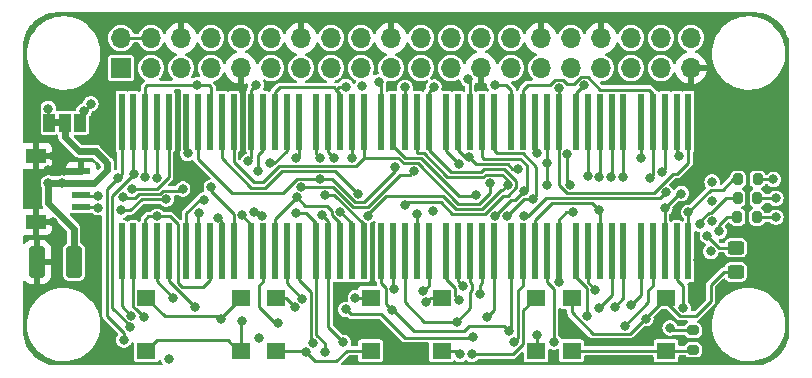
<source format=gtl>
G04 #@! TF.GenerationSoftware,KiCad,Pcbnew,7.0.8*
G04 #@! TF.CreationDate,2023-11-03T14:19:20+02:00*
G04 #@! TF.ProjectId,TinyNumberHat,54696e79-4e75-46d6-9265-724861742e6b,rev?*
G04 #@! TF.SameCoordinates,Original*
G04 #@! TF.FileFunction,Copper,L1,Top*
G04 #@! TF.FilePolarity,Positive*
%FSLAX46Y46*%
G04 Gerber Fmt 4.6, Leading zero omitted, Abs format (unit mm)*
G04 Created by KiCad (PCBNEW 7.0.8) date 2023-11-03 14:19:20*
%MOMM*%
%LPD*%
G01*
G04 APERTURE LIST*
G04 Aperture macros list*
%AMRoundRect*
0 Rectangle with rounded corners*
0 $1 Rounding radius*
0 $2 $3 $4 $5 $6 $7 $8 $9 X,Y pos of 4 corners*
0 Add a 4 corners polygon primitive as box body*
4,1,4,$2,$3,$4,$5,$6,$7,$8,$9,$2,$3,0*
0 Add four circle primitives for the rounded corners*
1,1,$1+$1,$2,$3*
1,1,$1+$1,$4,$5*
1,1,$1+$1,$6,$7*
1,1,$1+$1,$8,$9*
0 Add four rect primitives between the rounded corners*
20,1,$1+$1,$2,$3,$4,$5,0*
20,1,$1+$1,$4,$5,$6,$7,0*
20,1,$1+$1,$6,$7,$8,$9,0*
20,1,$1+$1,$8,$9,$2,$3,0*%
G04 Aperture macros list end*
G04 #@! TA.AperFunction,SMDPad,CuDef*
%ADD10R,0.500000X4.750000*%
G04 #@! TD*
G04 #@! TA.AperFunction,SMDPad,CuDef*
%ADD11R,1.600000X1.400000*%
G04 #@! TD*
G04 #@! TA.AperFunction,SMDPad,CuDef*
%ADD12RoundRect,0.200000X0.275000X-0.200000X0.275000X0.200000X-0.275000X0.200000X-0.275000X-0.200000X0*%
G04 #@! TD*
G04 #@! TA.AperFunction,SMDPad,CuDef*
%ADD13R,1.550000X0.600000*%
G04 #@! TD*
G04 #@! TA.AperFunction,SMDPad,CuDef*
%ADD14R,1.800000X1.200000*%
G04 #@! TD*
G04 #@! TA.AperFunction,SMDPad,CuDef*
%ADD15RoundRect,0.200000X0.200000X0.275000X-0.200000X0.275000X-0.200000X-0.275000X0.200000X-0.275000X0*%
G04 #@! TD*
G04 #@! TA.AperFunction,SMDPad,CuDef*
%ADD16RoundRect,0.200000X-0.200000X-0.275000X0.200000X-0.275000X0.200000X0.275000X-0.200000X0.275000X0*%
G04 #@! TD*
G04 #@! TA.AperFunction,SMDPad,CuDef*
%ADD17RoundRect,0.250000X-0.412500X-1.100000X0.412500X-1.100000X0.412500X1.100000X-0.412500X1.100000X0*%
G04 #@! TD*
G04 #@! TA.AperFunction,SMDPad,CuDef*
%ADD18RoundRect,0.250000X0.450000X-0.325000X0.450000X0.325000X-0.450000X0.325000X-0.450000X-0.325000X0*%
G04 #@! TD*
G04 #@! TA.AperFunction,SMDPad,CuDef*
%ADD19R,1.000000X1.500000*%
G04 #@! TD*
G04 #@! TA.AperFunction,ComponentPad*
%ADD20R,1.700000X1.700000*%
G04 #@! TD*
G04 #@! TA.AperFunction,ComponentPad*
%ADD21O,1.700000X1.700000*%
G04 #@! TD*
G04 #@! TA.AperFunction,ViaPad*
%ADD22C,0.800000*%
G04 #@! TD*
G04 #@! TA.AperFunction,Conductor*
%ADD23C,0.250000*%
G04 #@! TD*
G04 #@! TA.AperFunction,Conductor*
%ADD24C,0.600000*%
G04 #@! TD*
G04 APERTURE END LIST*
G04 #@! TA.AperFunction,EtchedComponent*
G36*
X103200000Y-79700000D02*
G01*
X102700000Y-79700000D01*
X102700000Y-79100000D01*
X103200000Y-79100000D01*
X103200000Y-79700000D01*
G37*
G04 #@! TD.AperFunction*
D10*
X113900000Y-90300000D03*
X114900000Y-90300000D03*
X115900000Y-90300000D03*
X116900000Y-90300000D03*
X117900000Y-90300000D03*
X117900000Y-79300000D03*
X116900000Y-79300000D03*
X115900000Y-79300000D03*
X114900000Y-79300000D03*
X113900000Y-79300000D03*
D11*
X146500000Y-94200000D03*
X154500000Y-94200000D03*
X146500000Y-98700000D03*
X154500000Y-98700000D03*
X135500000Y-94200000D03*
X143500000Y-94200000D03*
X135500000Y-98700000D03*
X143500000Y-98700000D03*
D10*
X135900000Y-90300000D03*
X136900000Y-90300000D03*
X137900000Y-90300000D03*
X138900000Y-90300000D03*
X139900000Y-90300000D03*
X139900000Y-79300000D03*
X138900000Y-79300000D03*
X137900000Y-79300000D03*
X136900000Y-79300000D03*
X135900000Y-79300000D03*
X119400000Y-90300000D03*
X120400000Y-90300000D03*
X121400000Y-90300000D03*
X122400000Y-90300000D03*
X123400000Y-90300000D03*
X123400000Y-79300000D03*
X122400000Y-79300000D03*
X121400000Y-79300000D03*
X120400000Y-79300000D03*
X119400000Y-79300000D03*
D12*
X156800000Y-98625000D03*
X156800000Y-96975000D03*
D13*
X105000000Y-83500000D03*
X105000000Y-84500000D03*
X105000000Y-85500000D03*
X105000000Y-86500000D03*
D14*
X101125000Y-82200000D03*
X101125000Y-87800000D03*
D15*
X162225000Y-85800000D03*
X160575000Y-85800000D03*
X162250000Y-84200000D03*
X160600000Y-84200000D03*
D11*
X110500000Y-94200000D03*
X118500000Y-94200000D03*
X110500000Y-98700000D03*
X118500000Y-98700000D03*
X121500000Y-94200000D03*
X129500000Y-94200000D03*
X121500000Y-98700000D03*
X129500000Y-98700000D03*
D10*
X108400000Y-90300000D03*
X109400000Y-90300000D03*
X110400000Y-90300000D03*
X111400000Y-90300000D03*
X112400000Y-90300000D03*
X112400000Y-79300000D03*
X111400000Y-79300000D03*
X110400000Y-79300000D03*
X109400000Y-79300000D03*
X108400000Y-79300000D03*
D16*
X160550000Y-87400000D03*
X162200000Y-87400000D03*
D10*
X130400000Y-90300000D03*
X131400000Y-90300000D03*
X132400000Y-90300000D03*
X133400000Y-90300000D03*
X134400000Y-90300000D03*
X134400000Y-79300000D03*
X133400000Y-79300000D03*
X132400000Y-79300000D03*
X131400000Y-79300000D03*
X130400000Y-79300000D03*
X152400000Y-90300000D03*
X153400000Y-90300000D03*
X154400000Y-90300000D03*
X155400000Y-90300000D03*
X156400000Y-90300000D03*
X156400000Y-79300000D03*
X155400000Y-79300000D03*
X154400000Y-79300000D03*
X153400000Y-79300000D03*
X152400000Y-79300000D03*
D17*
X101237500Y-91200000D03*
X104362500Y-91200000D03*
D10*
X124900000Y-90300000D03*
X125900000Y-90300000D03*
X126900000Y-90300000D03*
X127900000Y-90300000D03*
X128900000Y-90300000D03*
X128900000Y-79300000D03*
X127900000Y-79300000D03*
X126900000Y-79300000D03*
X125900000Y-79300000D03*
X124900000Y-79300000D03*
D18*
X160400000Y-92025000D03*
X160400000Y-89975000D03*
D19*
X102300000Y-79400000D03*
X103600000Y-79400000D03*
X104900000Y-79400000D03*
D10*
X141400000Y-90300000D03*
X142400000Y-90300000D03*
X143400000Y-90300000D03*
X144400000Y-90300000D03*
X145400000Y-90300000D03*
X145400000Y-79300000D03*
X144400000Y-79300000D03*
X143400000Y-79300000D03*
X142400000Y-79300000D03*
X141400000Y-79300000D03*
X146900000Y-90300000D03*
X147900000Y-90300000D03*
X148900000Y-90300000D03*
X149900000Y-90300000D03*
X150900000Y-90300000D03*
X150900000Y-79300000D03*
X149900000Y-79300000D03*
X148900000Y-79300000D03*
X147900000Y-79300000D03*
X146900000Y-79300000D03*
D20*
X108370000Y-74770000D03*
D21*
X108370000Y-72230000D03*
X110910000Y-74770000D03*
X110910000Y-72230000D03*
X113450000Y-74770000D03*
X113450000Y-72230000D03*
X115990000Y-74770000D03*
X115990000Y-72230000D03*
X118530000Y-74770000D03*
X118530000Y-72230000D03*
X121070000Y-74770000D03*
X121070000Y-72230000D03*
X123610000Y-74770000D03*
X123610000Y-72230000D03*
X126150000Y-74770000D03*
X126150000Y-72230000D03*
X128690000Y-74770000D03*
X128690000Y-72230000D03*
X131230000Y-74770000D03*
X131230000Y-72230000D03*
X133770000Y-74770000D03*
X133770000Y-72230000D03*
X136310000Y-74770000D03*
X136310000Y-72230000D03*
X138850000Y-74770000D03*
X138850000Y-72230000D03*
X141390000Y-74770000D03*
X141390000Y-72230000D03*
X143930000Y-74770000D03*
X143930000Y-72230000D03*
X146470000Y-74770000D03*
X146470000Y-72230000D03*
X149010000Y-74770000D03*
X149010000Y-72230000D03*
X151550000Y-74770000D03*
X151550000Y-72230000D03*
X154090000Y-74770000D03*
X154090000Y-72230000D03*
X156630000Y-74770000D03*
X156630000Y-72230000D03*
D22*
X102200000Y-83400000D03*
X157200000Y-91000000D03*
X101000000Y-80200000D03*
X163600000Y-91400000D03*
X163600000Y-93000000D03*
X114600000Y-85000000D03*
X102600000Y-87800000D03*
X103200000Y-83400000D03*
X113600000Y-86200000D03*
X164000000Y-77000000D03*
X102600000Y-82200000D03*
X158400000Y-79400000D03*
X108564890Y-85691803D03*
X113600000Y-85000000D03*
X106400000Y-85600000D03*
X112200000Y-85875000D03*
X108349062Y-86825632D03*
X106400008Y-86600008D03*
X105800000Y-77800000D03*
X105200000Y-78400000D03*
X102200000Y-78200000D03*
X116800000Y-96000000D03*
X138037991Y-99012905D03*
X123097197Y-95009560D03*
X134200000Y-94600000D03*
X128200000Y-94200000D03*
X152800000Y-96000000D03*
X163600000Y-84200000D03*
X118600000Y-96200000D03*
X163800000Y-85800000D03*
X124000000Y-98800000D03*
X159000000Y-88600000D03*
X143600000Y-97399996D03*
X137042770Y-99012905D03*
X123722667Y-94295178D03*
X158400000Y-86000000D03*
X133400000Y-87100000D03*
X155965065Y-95080338D03*
X145000000Y-97949500D03*
X112800000Y-94200000D03*
X158400000Y-84400000D03*
X134857326Y-76367327D03*
X123200000Y-82400000D03*
X109319172Y-84993821D03*
X145400000Y-76500000D03*
X132400000Y-86400000D03*
X111415788Y-84038855D03*
X120934016Y-82849470D03*
X129232266Y-87295394D03*
X144399996Y-82800000D03*
X144460782Y-84700000D03*
X155617130Y-82188421D03*
X158400000Y-87700000D03*
X141082940Y-84668542D03*
X110400000Y-84000000D03*
X111400000Y-87325000D03*
X158300000Y-90300000D03*
X114800000Y-76200000D03*
X128800000Y-76325500D03*
X131281701Y-95275000D03*
X151510954Y-94863740D03*
X141196006Y-97003008D03*
X109222600Y-95743772D03*
X118574500Y-87200000D03*
X120060775Y-97584629D03*
X141600000Y-98000000D03*
X121625000Y-96392994D03*
X138153864Y-97575000D03*
X110273521Y-95807619D03*
X131450000Y-93500000D03*
X127400000Y-95200000D03*
X151000000Y-96600000D03*
X156400000Y-87000000D03*
X124650401Y-98069880D03*
X114600000Y-95000000D03*
X145406526Y-92922828D03*
X133938024Y-93686833D03*
X112399992Y-99400000D03*
X146600000Y-87000000D03*
X119954623Y-83475000D03*
X142486661Y-87325000D03*
X154475000Y-85300000D03*
X153175467Y-84087914D03*
X138395443Y-85525907D03*
X109429853Y-83757473D03*
X109077298Y-96722702D03*
X108600000Y-97800000D03*
X119800000Y-76200000D03*
X134765702Y-86875000D03*
X152400000Y-82400000D03*
X108107027Y-84054993D03*
X130170145Y-75957464D03*
X119136337Y-82675000D03*
X140022701Y-76177297D03*
X123257704Y-85725000D03*
X127392255Y-76333235D03*
X137700000Y-75665344D03*
X132400000Y-76400000D03*
X136800000Y-96250000D03*
X148800000Y-86800000D03*
X143600000Y-82000000D03*
X146400000Y-84630403D03*
X158000000Y-89000000D03*
X148853266Y-84025000D03*
X146149773Y-82005415D03*
X155800000Y-85400000D03*
X154400000Y-86600000D03*
X154125000Y-83538421D03*
X125600000Y-98800000D03*
X123200000Y-87075000D03*
X137000000Y-94400000D03*
X147800034Y-95800000D03*
X115400000Y-85926981D03*
X114952583Y-87004333D03*
X137341126Y-93252293D03*
X148525500Y-93525500D03*
X127188452Y-98000000D03*
X125414739Y-87214733D03*
X148832052Y-95045299D03*
X126864736Y-86918117D03*
X116584644Y-87496957D03*
X138721152Y-93922734D03*
X154846965Y-96764123D03*
X116000000Y-84874500D03*
X125624606Y-85484584D03*
X139326465Y-95828008D03*
X150200000Y-94980731D03*
X150853924Y-84025000D03*
X139574276Y-84525000D03*
X163800000Y-87400000D03*
X143202614Y-85875000D03*
X141026529Y-87325000D03*
X157400000Y-88000000D03*
X127900000Y-82400000D03*
X142494252Y-85150000D03*
X149853269Y-84025000D03*
X128433077Y-85400004D03*
X140028391Y-87286330D03*
X125193572Y-84151790D03*
X147858280Y-83905189D03*
X141995340Y-83299813D03*
X131569290Y-83126894D03*
X137800000Y-82274500D03*
X126400000Y-82399998D03*
X133199832Y-83519967D03*
X114000000Y-81999990D03*
X123563802Y-84825662D03*
X136995166Y-82866536D03*
X147600000Y-76199500D03*
X125200004Y-82385439D03*
X103400000Y-84500000D03*
X102200000Y-84500000D03*
X120296878Y-87303123D03*
X119600000Y-87000000D03*
D23*
X102600000Y-87800000D02*
X101125000Y-87800000D01*
D24*
X103200000Y-83400000D02*
X102200000Y-83400000D01*
D23*
X103300000Y-83500000D02*
X103200000Y-83400000D01*
X102600000Y-82200000D02*
X101125000Y-82200000D01*
D24*
X105000000Y-83500000D02*
X103300000Y-83500000D01*
D23*
X108673087Y-85800000D02*
X108564890Y-85691803D01*
X113600000Y-85000000D02*
X113450000Y-85150000D01*
X113450000Y-85150000D02*
X111899695Y-85150000D01*
X109538299Y-85800000D02*
X108673087Y-85800000D01*
X111624695Y-85425000D02*
X109913299Y-85425000D01*
X109913299Y-85425000D02*
X109538299Y-85800000D01*
X105100000Y-85600000D02*
X105000000Y-85500000D01*
X106400000Y-85600000D02*
X105100000Y-85600000D01*
X111899695Y-85150000D02*
X111624695Y-85425000D01*
X106300000Y-86500000D02*
X106400008Y-86600008D01*
X110099695Y-85875000D02*
X109149063Y-86825632D01*
X105000000Y-86500000D02*
X106300000Y-86500000D01*
X109149063Y-86825632D02*
X108349062Y-86825632D01*
X112200000Y-85875000D02*
X110099695Y-85875000D01*
X104900000Y-78700000D02*
X105200000Y-78400000D01*
X105200000Y-78400000D02*
X105800000Y-77800000D01*
X104900000Y-79400000D02*
X104900000Y-78700000D01*
X110910000Y-72230000D02*
X108370000Y-72230000D01*
X102200000Y-79300000D02*
X102300000Y-79400000D01*
X102200000Y-78200000D02*
X102200000Y-79300000D01*
X121500000Y-94200000D02*
X122287637Y-94200000D01*
X138050896Y-99000000D02*
X138037991Y-99012905D01*
X141554595Y-99000000D02*
X138050896Y-99000000D01*
X155685470Y-95755338D02*
X157044662Y-95755338D01*
X154500000Y-94569868D02*
X155685470Y-95755338D01*
X112100000Y-95800000D02*
X116600000Y-95800000D01*
X122287637Y-94200000D02*
X123097197Y-95009560D01*
X129500000Y-94200000D02*
X128200000Y-94200000D01*
X116800000Y-95900000D02*
X118500000Y-94200000D01*
X152700000Y-96000000D02*
X151425000Y-97275000D01*
X143500000Y-94200000D02*
X142425000Y-95275000D01*
X134600000Y-94200000D02*
X134200000Y-94600000D01*
X151425000Y-97275000D02*
X148320439Y-97275000D01*
X159375000Y-92025000D02*
X160400000Y-92025000D01*
X142425000Y-98129595D02*
X141554595Y-99000000D01*
X157044662Y-95755338D02*
X158275000Y-94525000D01*
X152800000Y-96000000D02*
X152700000Y-96000000D01*
X154500000Y-94200000D02*
X154500000Y-94569868D01*
X148320439Y-97275000D02*
X146500000Y-95454561D01*
X158275000Y-93125000D02*
X159375000Y-92025000D01*
X135500000Y-94200000D02*
X134600000Y-94200000D01*
X116600000Y-95800000D02*
X116800000Y-96000000D01*
X146500000Y-95454561D02*
X146500000Y-94200000D01*
X116800000Y-96000000D02*
X116800000Y-95900000D01*
X110500000Y-94200000D02*
X112100000Y-95800000D01*
X152800000Y-95900000D02*
X152800000Y-96000000D01*
X142425000Y-95275000D02*
X142425000Y-98129595D01*
X154500000Y-94200000D02*
X152800000Y-95900000D01*
X158275000Y-94525000D02*
X158275000Y-93125000D01*
X163600000Y-84000000D02*
X163400000Y-84200000D01*
X118500000Y-96300000D02*
X118600000Y-96200000D01*
X117400000Y-97800000D02*
X118300000Y-98700000D01*
X118500000Y-98700000D02*
X118500000Y-96300000D01*
X110500000Y-98700000D02*
X111400000Y-97800000D01*
X111400000Y-97800000D02*
X117400000Y-97800000D01*
X118300000Y-98700000D02*
X118500000Y-98700000D01*
X163400000Y-84200000D02*
X162250000Y-84200000D01*
X123900000Y-98700000D02*
X124000000Y-98800000D01*
X121500000Y-98700000D02*
X123900000Y-98700000D01*
X126600000Y-99600000D02*
X124800000Y-99600000D01*
X127500000Y-98700000D02*
X126600000Y-99600000D01*
X162225000Y-85800000D02*
X163800000Y-85800000D01*
X129500000Y-98700000D02*
X127500000Y-98700000D01*
X124800000Y-99600000D02*
X124000000Y-98800000D01*
X159654595Y-87400000D02*
X159000000Y-88054595D01*
X160550000Y-87400000D02*
X159654595Y-87400000D01*
X135500000Y-98700000D02*
X136729865Y-98700000D01*
X143600000Y-98600000D02*
X143500000Y-98700000D01*
X159000000Y-88054595D02*
X159000000Y-88600000D01*
X143600000Y-97399996D02*
X143600000Y-98600000D01*
X136729865Y-98700000D02*
X137042770Y-99012905D01*
X133400000Y-87100000D02*
X133400000Y-90300000D01*
X123722667Y-94295178D02*
X122400000Y-92972511D01*
X155965065Y-93240065D02*
X155965065Y-95080338D01*
X155400000Y-92675000D02*
X155965065Y-93240065D01*
X144400000Y-92870190D02*
X144400000Y-90300000D01*
X111400000Y-90300000D02*
X111400000Y-92800000D01*
X111400000Y-92800000D02*
X112800000Y-94200000D01*
X145000000Y-97949500D02*
X145000000Y-93470190D01*
X122400000Y-92972511D02*
X122400000Y-90300000D01*
X145000000Y-93470190D02*
X144400000Y-92870190D01*
X155400000Y-90300000D02*
X155400000Y-92675000D01*
X145400000Y-79300000D02*
X145400000Y-76500000D01*
X155076042Y-83744363D02*
X153465002Y-85355403D01*
X140806085Y-83350000D02*
X141831354Y-84375269D01*
X141831354Y-84874723D02*
X141106077Y-85600000D01*
X134857326Y-76367327D02*
X134400000Y-76824653D01*
X136325000Y-83600000D02*
X138806801Y-83600000D01*
X146099695Y-85355403D02*
X145400000Y-84655708D01*
X134400000Y-79300000D02*
X134400000Y-81675000D01*
X141831354Y-84375269D02*
X141831354Y-84874723D01*
X156400000Y-79300000D02*
X156400000Y-82800000D01*
X139056801Y-83350000D02*
X140806085Y-83350000D01*
X112400000Y-79300000D02*
X112400000Y-84013299D01*
X134400000Y-76824653D02*
X134400000Y-79300000D01*
X123400000Y-79300000D02*
X123400000Y-82200000D01*
X135413774Y-86150000D02*
X132650000Y-86150000D01*
X139139416Y-87150000D02*
X136413774Y-87150000D01*
X109337993Y-84975000D02*
X109319172Y-84993821D01*
X138806801Y-83600000D02*
X139056801Y-83350000D01*
X123400000Y-82200000D02*
X123200000Y-82400000D01*
X136413774Y-87150000D02*
X135413774Y-86150000D01*
X132650000Y-86150000D02*
X132400000Y-86400000D01*
X140689416Y-85600000D02*
X139139416Y-87150000D01*
X153465002Y-85355403D02*
X146099695Y-85355403D01*
X156400000Y-82800000D02*
X155455637Y-83744363D01*
X145400000Y-84655708D02*
X145400000Y-79300000D01*
X134400000Y-81675000D02*
X136325000Y-83600000D01*
X112400000Y-84013299D02*
X111438299Y-84975000D01*
X111438299Y-84975000D02*
X109337993Y-84975000D01*
X155455637Y-83744363D02*
X155076042Y-83744363D01*
X141106077Y-85600000D02*
X140689416Y-85600000D01*
X122400000Y-79300000D02*
X122400000Y-81800000D01*
X133975000Y-81975000D02*
X136000000Y-84000000D01*
X130779854Y-85600000D02*
X135600000Y-85600000D01*
X144460782Y-82860786D02*
X144399996Y-82800000D01*
X139043197Y-84000000D02*
X139243197Y-83800000D01*
X129232266Y-87147588D02*
X130779854Y-85600000D01*
X111400000Y-79300000D02*
X111400000Y-84023067D01*
X138953020Y-86700000D02*
X140541339Y-85111681D01*
X133400000Y-81975000D02*
X133975000Y-81975000D01*
X144400000Y-82799996D02*
X144399996Y-82800000D01*
X140639801Y-85111681D02*
X141082940Y-84668542D01*
X144400000Y-79300000D02*
X144400000Y-82799996D01*
X122400000Y-81800000D02*
X121350530Y-82849470D01*
X140541339Y-85111681D02*
X140639801Y-85111681D01*
X111400000Y-84023067D02*
X111415788Y-84038855D01*
X141082940Y-84282940D02*
X141082940Y-84668542D01*
X140600000Y-83800000D02*
X141082940Y-84282940D01*
X129232266Y-87295394D02*
X129232266Y-87147588D01*
X136000000Y-84000000D02*
X139043197Y-84000000D01*
X133400000Y-79300000D02*
X133400000Y-81975000D01*
X155400000Y-79300000D02*
X155400000Y-81971291D01*
X135600000Y-85600000D02*
X136700000Y-86700000D01*
X136700000Y-86700000D02*
X138953020Y-86700000D01*
X121350530Y-82849470D02*
X120934016Y-82849470D01*
X139243197Y-83800000D02*
X140600000Y-83800000D01*
X144460782Y-84700000D02*
X144460782Y-82860786D01*
X155400000Y-81971291D02*
X155617130Y-82188421D01*
X115275000Y-93300000D02*
X115900000Y-92675000D01*
X110400000Y-79300000D02*
X110400000Y-84000000D01*
X110675000Y-87325000D02*
X112509620Y-87325000D01*
X115800000Y-76200000D02*
X116000000Y-76400000D01*
X116000000Y-76400000D02*
X116000000Y-79200000D01*
X116000000Y-79200000D02*
X115900000Y-79300000D01*
X110600000Y-76200000D02*
X114800000Y-76200000D01*
X115900000Y-92675000D02*
X115900000Y-90300000D01*
X110400000Y-79300000D02*
X110400000Y-76400000D01*
X112509620Y-87325000D02*
X113200000Y-88015380D01*
X110400000Y-76400000D02*
X110600000Y-76200000D01*
X110400000Y-90300000D02*
X110400000Y-87600000D01*
X114800000Y-76200000D02*
X115800000Y-76200000D01*
X113200000Y-88015380D02*
X113200000Y-93000000D01*
X110400000Y-87600000D02*
X110675000Y-87325000D01*
X113200000Y-93000000D02*
X113500000Y-93300000D01*
X113500000Y-93300000D02*
X115275000Y-93300000D01*
X131414006Y-95275000D02*
X131281701Y-95275000D01*
X137396992Y-97003008D02*
X133137819Y-97003008D01*
X137800000Y-96600000D02*
X137396992Y-97003008D01*
X131779560Y-95644749D02*
X131779560Y-95640554D01*
X133137819Y-97003008D02*
X131779560Y-95644749D01*
X141400000Y-96799014D02*
X141196006Y-97003008D01*
X108400000Y-94921172D02*
X109222600Y-95743772D01*
X130775000Y-94768299D02*
X131281701Y-95275000D01*
X131779560Y-95640554D02*
X131414006Y-95275000D01*
X130775000Y-93375000D02*
X130775000Y-94768299D01*
X141400000Y-90300000D02*
X141400000Y-96799014D01*
X141196006Y-97003008D02*
X140792998Y-96600000D01*
X152400000Y-90300000D02*
X152400000Y-93974694D01*
X140792998Y-96600000D02*
X137800000Y-96600000D01*
X108400000Y-90300000D02*
X108400000Y-94921172D01*
X119400000Y-88025500D02*
X118574500Y-87200000D01*
X152400000Y-93974694D02*
X151510954Y-94863740D01*
X119400000Y-90300000D02*
X119400000Y-88025500D01*
X130400000Y-93000000D02*
X130775000Y-93375000D01*
X130400000Y-90300000D02*
X130400000Y-93000000D01*
X131450000Y-93500000D02*
X131400000Y-93450000D01*
X131400000Y-93450000D02*
X131400000Y-90300000D01*
X142400000Y-93200000D02*
X142400000Y-90300000D01*
X153400000Y-93200000D02*
X153400000Y-90300000D01*
X120400000Y-90300000D02*
X120400000Y-92800000D01*
X109586090Y-95175000D02*
X109640902Y-95175000D01*
X132431192Y-97631192D02*
X138097672Y-97631192D01*
X142000000Y-93600000D02*
X142400000Y-93200000D01*
X109400000Y-94988910D02*
X109586090Y-95175000D01*
X130400000Y-95600000D02*
X132431192Y-97631192D01*
X120400000Y-92800000D02*
X120000000Y-93200000D01*
X153000000Y-93600000D02*
X153400000Y-93200000D01*
X120000000Y-93200000D02*
X120000000Y-95000000D01*
X120000000Y-95000000D02*
X121392994Y-96392994D01*
X109400000Y-90300000D02*
X109400000Y-94988910D01*
X127400000Y-95200000D02*
X127800000Y-95600000D01*
X121392994Y-96392994D02*
X121625000Y-96392994D01*
X109640902Y-95175000D02*
X110273521Y-95807619D01*
X153000000Y-94600000D02*
X151000000Y-96600000D01*
X142000000Y-97600000D02*
X142000000Y-93600000D01*
X153000000Y-94600000D02*
X153000000Y-93600000D01*
X127800000Y-95600000D02*
X130400000Y-95600000D01*
X138097672Y-97631192D02*
X138153864Y-97575000D01*
X142000000Y-97600000D02*
X141600000Y-98000000D01*
X134400000Y-93224857D02*
X133938024Y-93686833D01*
X160200000Y-84200000D02*
X159325000Y-85075000D01*
X145406526Y-87593474D02*
X146000000Y-87000000D01*
X145406526Y-92922828D02*
X145406526Y-90306526D01*
X123400000Y-92675000D02*
X124450401Y-93725401D01*
X158325000Y-85075000D02*
X156400000Y-87000000D01*
X112400000Y-92800000D02*
X112400000Y-90300000D01*
X124450401Y-97869880D02*
X124650401Y-98069880D01*
X160600000Y-84200000D02*
X160200000Y-84200000D01*
X124450401Y-93725401D02*
X124450401Y-97869880D01*
X134400000Y-90300000D02*
X134400000Y-93224857D01*
X146000000Y-87000000D02*
X146600000Y-87000000D01*
X145406526Y-90306526D02*
X145400000Y-90300000D01*
X156400000Y-90300000D02*
X156400000Y-87000000D01*
X145406526Y-92922828D02*
X145406526Y-87593474D01*
X159325000Y-85075000D02*
X158325000Y-85075000D01*
X156450000Y-90350000D02*
X156400000Y-90300000D01*
X114600000Y-95000000D02*
X112400000Y-92800000D01*
X123400000Y-90300000D02*
X123400000Y-92675000D01*
X153400000Y-83863381D02*
X153175467Y-84087914D01*
X153975000Y-85800000D02*
X154475000Y-85300000D01*
X147320405Y-75525000D02*
X147879595Y-75525000D01*
X138395443Y-85525907D02*
X138321350Y-85600000D01*
X145099695Y-75775000D02*
X145814946Y-75775000D01*
X142400000Y-79300000D02*
X142400000Y-76600000D01*
X136963604Y-85600000D02*
X133788604Y-82425000D01*
X120400000Y-81675000D02*
X119954623Y-82120377D01*
X153400000Y-76925000D02*
X153400000Y-79300000D01*
X144372450Y-85800000D02*
X153975000Y-85800000D01*
X146160351Y-76120405D02*
X146725000Y-76120405D01*
X148954595Y-76600000D02*
X153075000Y-76600000D01*
X145814946Y-75775000D02*
X146160351Y-76120405D01*
X142800000Y-76200000D02*
X144674695Y-76200000D01*
X131400000Y-81384620D02*
X131400000Y-79300000D01*
X109077298Y-96552358D02*
X109077298Y-96722702D01*
X119954623Y-83446229D02*
X119954623Y-83475000D01*
X138321350Y-85600000D02*
X136963604Y-85600000D01*
X119954623Y-82120377D02*
X119954623Y-83475000D01*
X142847450Y-87325000D02*
X144372450Y-85800000D01*
X142486661Y-87325000D02*
X142847450Y-87325000D01*
X147879595Y-75525000D02*
X148954595Y-76600000D01*
X153075000Y-76600000D02*
X153400000Y-76925000D01*
X120400000Y-79300000D02*
X120400000Y-81675000D01*
X107624062Y-95099122D02*
X109077298Y-96552358D01*
X153400000Y-79300000D02*
X153400000Y-83863381D01*
X109400000Y-83727620D02*
X109429853Y-83757473D01*
X132440380Y-82425000D02*
X131400000Y-81384620D01*
X146725000Y-76120405D02*
X147320405Y-75525000D01*
X142400000Y-76600000D02*
X142800000Y-76200000D01*
X107624062Y-85563264D02*
X107624062Y-95099122D01*
X133788604Y-82425000D02*
X132440380Y-82425000D01*
X144674695Y-76200000D02*
X145099695Y-75775000D01*
X109429853Y-83757473D02*
X107624062Y-85563264D01*
X109400000Y-79300000D02*
X109400000Y-83727620D01*
X107153938Y-85008082D02*
X107153938Y-95753938D01*
X130400000Y-76187319D02*
X130170145Y-75957464D01*
X108107027Y-84054993D02*
X107153938Y-85008082D01*
X140977297Y-76177297D02*
X140022701Y-76177297D01*
X119400000Y-82411337D02*
X119136337Y-82675000D01*
X141400000Y-76600000D02*
X140977297Y-76177297D01*
X119400000Y-76600000D02*
X119800000Y-76200000D01*
X108400000Y-79300000D02*
X108400000Y-83762020D01*
X141400000Y-79300000D02*
X141400000Y-76600000D01*
X107153938Y-95753938D02*
X108600000Y-97200000D01*
X130400000Y-79300000D02*
X130400000Y-76187319D01*
X152400000Y-79300000D02*
X152400000Y-82400000D01*
X108600000Y-97200000D02*
X108600000Y-97800000D01*
X119400000Y-79300000D02*
X119400000Y-76600000D01*
X119400000Y-79300000D02*
X119400000Y-82411337D01*
X108400000Y-83762020D02*
X108107027Y-84054993D01*
X126189736Y-86835141D02*
X125794331Y-86439736D01*
X127325490Y-76400000D02*
X126800000Y-76400000D01*
X126189736Y-87214736D02*
X126189736Y-86835141D01*
X121400000Y-90300000D02*
X121400000Y-87582704D01*
X126900000Y-76925000D02*
X126587500Y-76612500D01*
X123972440Y-86439736D02*
X123257704Y-85725000D01*
X126900000Y-79300000D02*
X126900000Y-76925000D01*
X127392255Y-76333235D02*
X127325490Y-76400000D01*
X126800000Y-76400000D02*
X126587500Y-76612500D01*
X126900000Y-90300000D02*
X126900000Y-87925000D01*
X121400000Y-87582704D02*
X123257704Y-85725000D01*
X126587500Y-76612500D02*
X126375000Y-76400000D01*
X126375000Y-76400000D02*
X121800000Y-76400000D01*
X126900000Y-87925000D02*
X126189736Y-87214736D01*
X125794331Y-86439736D02*
X123972440Y-86439736D01*
X121800000Y-76400000D02*
X121400000Y-76800000D01*
X121400000Y-76800000D02*
X121400000Y-79300000D01*
X137900000Y-76500000D02*
X137900000Y-75865344D01*
X132400000Y-94600000D02*
X134050000Y-96250000D01*
X137925000Y-95125000D02*
X136800000Y-96250000D01*
X138066126Y-93022698D02*
X138066126Y-93552598D01*
X137900000Y-76500000D02*
X137900000Y-79300000D01*
X134050000Y-96250000D02*
X136800000Y-96250000D01*
X132400000Y-79300000D02*
X132400000Y-76400000D01*
X132400000Y-90300000D02*
X132400000Y-94600000D01*
X137900000Y-75865344D02*
X137700000Y-75665344D01*
X137900000Y-90300000D02*
X137900000Y-92856572D01*
X137900000Y-92856572D02*
X138066126Y-93022698D01*
X137925000Y-93693724D02*
X137925000Y-95125000D01*
X138066126Y-93552598D02*
X137925000Y-93693724D01*
X145676903Y-86205403D02*
X147123096Y-86205403D01*
X143400000Y-90300000D02*
X143400000Y-87636396D01*
X143400000Y-79300000D02*
X143400000Y-81800000D01*
X146149773Y-82005415D02*
X146149773Y-84380176D01*
X143400000Y-87636396D02*
X144836396Y-86200000D01*
X148900000Y-79300000D02*
X148900000Y-83978266D01*
X147128500Y-86200000D02*
X148200000Y-86200000D01*
X158975000Y-89975000D02*
X158000000Y-89000000D01*
X143400000Y-81800000D02*
X143600000Y-82000000D01*
X146149773Y-84380176D02*
X146400000Y-84630403D01*
X145671500Y-86200000D02*
X145676903Y-86205403D01*
X148900000Y-86900000D02*
X148900000Y-90300000D01*
X160150000Y-89975000D02*
X158975000Y-89975000D01*
X147123096Y-86205403D02*
X147128500Y-86200000D01*
X148200000Y-86200000D02*
X148900000Y-86900000D01*
X144836396Y-86200000D02*
X145671500Y-86200000D01*
X148900000Y-83978266D02*
X148853266Y-84025000D01*
X160575000Y-90400000D02*
X160150000Y-89975000D01*
X154400000Y-83263421D02*
X154125000Y-83538421D01*
X155600000Y-85400000D02*
X154400000Y-86600000D01*
X154400000Y-90300000D02*
X154400000Y-86600000D01*
X155800000Y-85400000D02*
X155600000Y-85400000D01*
X154400000Y-79300000D02*
X154400000Y-83263421D01*
X113900000Y-87031611D02*
X113900000Y-90300000D01*
X124900000Y-90300000D02*
X124900000Y-87925000D01*
X136625000Y-93365380D02*
X135900000Y-92640380D01*
X115400000Y-85926981D02*
X115004630Y-85926981D01*
X137000000Y-94400000D02*
X136625000Y-94025000D01*
X146900000Y-90300000D02*
X146900000Y-92500000D01*
X124900000Y-90300000D02*
X124900000Y-97364884D01*
X124900000Y-87925000D02*
X124050000Y-87075000D01*
X146900000Y-92500000D02*
X147800000Y-93400000D01*
X135900000Y-92640380D02*
X135900000Y-90300000D01*
X124050000Y-87075000D02*
X123200000Y-87075000D01*
X147800000Y-93400000D02*
X147800000Y-95799966D01*
X124900000Y-97364884D02*
X125600000Y-98064884D01*
X136625000Y-94025000D02*
X136625000Y-93365380D01*
X115004630Y-85926981D02*
X113900000Y-87031611D01*
X125600000Y-98064884D02*
X125600000Y-98800000D01*
X147800000Y-95799966D02*
X147800034Y-95800000D01*
X125900000Y-87699994D02*
X125414739Y-87214733D01*
X125900000Y-90300000D02*
X125900000Y-87699994D01*
X114900000Y-90300000D02*
X114900000Y-87056916D01*
X114900000Y-87056916D02*
X114952583Y-87004333D01*
X125900000Y-96711548D02*
X127188452Y-98000000D01*
X148525500Y-93525500D02*
X147900000Y-92900000D01*
X136900000Y-90300000D02*
X136900000Y-92811167D01*
X125900000Y-90300000D02*
X125900000Y-96711548D01*
X136900000Y-92811167D02*
X137341126Y-93252293D01*
X147900000Y-92900000D02*
X147900000Y-90300000D01*
X138721152Y-93178848D02*
X138900000Y-93000000D01*
X127900000Y-87925000D02*
X126893117Y-86918117D01*
X156800000Y-96975000D02*
X155057842Y-96975000D01*
X149900000Y-93977351D02*
X148832052Y-95045299D01*
X138900000Y-93000000D02*
X138900000Y-90300000D01*
X138721152Y-93922734D02*
X138721152Y-93178848D01*
X127900000Y-90300000D02*
X127900000Y-87925000D01*
X126893117Y-86918117D02*
X126864736Y-86918117D01*
X116900000Y-87812313D02*
X116584644Y-87496957D01*
X149900000Y-90300000D02*
X149900000Y-93977351D01*
X116900000Y-90300000D02*
X116900000Y-87812313D01*
X155057842Y-96975000D02*
X154846965Y-96764123D01*
X116000000Y-85200000D02*
X117900000Y-87100000D01*
X128900000Y-87998786D02*
X126385798Y-85484584D01*
X116000000Y-84874500D02*
X116000000Y-85200000D01*
X139900000Y-90300000D02*
X139900000Y-88183244D01*
X117900000Y-87100000D02*
X117900000Y-90300000D01*
X139900000Y-95254473D02*
X139326465Y-95828008D01*
X150900000Y-90300000D02*
X150900000Y-94280731D01*
X128900000Y-88163794D02*
X128900000Y-87998786D01*
X128900000Y-88651965D02*
X128900000Y-88163794D01*
X126385798Y-85484584D02*
X125624606Y-85484584D01*
X150900000Y-94280731D02*
X150200000Y-94980731D01*
X128900000Y-92500000D02*
X128900000Y-90300000D01*
X139900000Y-90300000D02*
X139900000Y-95254473D01*
X128900000Y-88715380D02*
X128900000Y-90300000D01*
X128900000Y-90300000D02*
X128900000Y-88163794D01*
X128875305Y-82450000D02*
X128980338Y-82344967D01*
X162200000Y-87400000D02*
X163800000Y-87400000D01*
X120399224Y-84450000D02*
X121774224Y-83075000D01*
X142476529Y-85875000D02*
X141026529Y-87325000D01*
X128250305Y-83075000D02*
X128875305Y-82450000D01*
X119585444Y-84450000D02*
X120399224Y-84450000D01*
X132294662Y-82844967D02*
X133479427Y-82844967D01*
X128980338Y-82344967D02*
X131794662Y-82344967D01*
X128900000Y-82425305D02*
X128875305Y-82450000D01*
X133479427Y-82844967D02*
X136884460Y-86250000D01*
X150900000Y-79300000D02*
X150900000Y-83978924D01*
X150900000Y-83978924D02*
X150853924Y-84025000D01*
X117900000Y-82764556D02*
X119585444Y-84450000D01*
X131794662Y-82344967D02*
X132294662Y-82844967D01*
X139574276Y-85352932D02*
X139574276Y-84525000D01*
X121774224Y-83075000D02*
X128250305Y-83075000D01*
X117900000Y-79300000D02*
X117900000Y-82764556D01*
X139900000Y-81700000D02*
X140200000Y-82000000D01*
X142358328Y-82000000D02*
X143475000Y-83116672D01*
X139900000Y-79300000D02*
X139900000Y-81700000D01*
X138677208Y-86250000D02*
X139574276Y-85352932D01*
X143475000Y-85602614D02*
X143202614Y-85875000D01*
X128900000Y-79300000D02*
X128900000Y-82425305D01*
X136884460Y-86250000D02*
X138677208Y-86250000D01*
X140200000Y-82000000D02*
X142358328Y-82000000D01*
X143475000Y-83116672D02*
X143475000Y-85602614D01*
X143202614Y-85875000D02*
X142476529Y-85875000D01*
X126508073Y-83475000D02*
X128433077Y-85400004D01*
X120585620Y-84900000D02*
X122010620Y-83475000D01*
X142455061Y-85294327D02*
X142434335Y-85294327D01*
X149900000Y-79300000D02*
X149900000Y-83978269D01*
X119399048Y-84900000D02*
X120585620Y-84900000D01*
X142434335Y-85294327D02*
X141753662Y-85975000D01*
X127900000Y-82400000D02*
X127900000Y-79300000D01*
X141753662Y-85975000D02*
X141339721Y-85975000D01*
X122010620Y-83475000D02*
X126508073Y-83475000D01*
X116900000Y-82400952D02*
X119399048Y-84900000D01*
X157400000Y-87745405D02*
X157400000Y-88000000D01*
X158329595Y-87025000D02*
X158120405Y-87025000D01*
X158120405Y-87025000D02*
X157400000Y-87745405D01*
X141339721Y-85975000D02*
X140028391Y-87286330D01*
X142724812Y-83002880D02*
X142724812Y-85024576D01*
X142724812Y-85024576D02*
X142455061Y-85294327D01*
X138900000Y-82300000D02*
X139050000Y-82450000D01*
X142171932Y-82450000D02*
X142724812Y-83002880D01*
X116900000Y-79300000D02*
X116900000Y-82400952D01*
X160575000Y-85800000D02*
X159554595Y-85800000D01*
X139050000Y-82450000D02*
X142171932Y-82450000D01*
X159554595Y-85800000D02*
X158329595Y-87025000D01*
X149900000Y-83978269D02*
X149853269Y-84025000D01*
X138900000Y-79300000D02*
X138900000Y-82300000D01*
X131569290Y-83515169D02*
X131569290Y-83126894D01*
X125900000Y-81899998D02*
X126400000Y-82399998D01*
X137800000Y-82274500D02*
X138425500Y-82900000D01*
X122084869Y-85350000D02*
X123284207Y-84150662D01*
X114900000Y-82500000D02*
X117750000Y-85350000D01*
X137499500Y-82274500D02*
X137800000Y-82274500D01*
X128157587Y-86125002D02*
X128959457Y-86125002D01*
X136900000Y-79300000D02*
X136900000Y-81675000D01*
X147900000Y-79300000D02*
X147900000Y-83863469D01*
X125900000Y-79300000D02*
X125900000Y-81899998D01*
X114900000Y-79300000D02*
X114900000Y-82500000D01*
X141100000Y-82900000D02*
X141499813Y-83299813D01*
X117750000Y-85350000D02*
X122084869Y-85350000D01*
X136900000Y-81675000D02*
X137499500Y-82274500D01*
X147900000Y-83863469D02*
X147858280Y-83905189D01*
X128959457Y-86125002D02*
X131569290Y-83515169D01*
X123284207Y-84150662D02*
X126183247Y-84150662D01*
X138425500Y-82900000D02*
X141100000Y-82900000D01*
X126183247Y-84150662D02*
X128157587Y-86125002D01*
X141499813Y-83299813D02*
X141995340Y-83299813D01*
X129239166Y-86575002D02*
X128041901Y-86575002D01*
X113900000Y-81899990D02*
X114000000Y-81999990D01*
X125345011Y-84809584D02*
X125299874Y-84854721D01*
X124900000Y-79300000D02*
X124900000Y-82085435D01*
X132800000Y-83800000D02*
X132014168Y-83800000D01*
X125299874Y-84854721D02*
X123592861Y-84854721D01*
X135900000Y-79300000D02*
X135900000Y-81771370D01*
X147600000Y-76199500D02*
X146900000Y-76899500D01*
X128041901Y-86575002D02*
X126276483Y-84809584D01*
X113900000Y-79300000D02*
X113900000Y-81899990D01*
X123592861Y-84854721D02*
X123563802Y-84825662D01*
X146900000Y-76899500D02*
X146900000Y-79300000D01*
X126276483Y-84809584D02*
X125345011Y-84809584D01*
X132014168Y-83800000D02*
X129239166Y-86575002D01*
X133080033Y-83519967D02*
X132800000Y-83800000D01*
X124900000Y-82085435D02*
X125200004Y-82385439D01*
X133199832Y-83519967D02*
X133080033Y-83519967D01*
X135900000Y-81771370D02*
X136995166Y-82866536D01*
X146500000Y-98700000D02*
X154500000Y-98700000D01*
X154500000Y-98700000D02*
X156725000Y-98700000D01*
X156725000Y-98700000D02*
X156800000Y-98625000D01*
D24*
X103400000Y-84500000D02*
X102200000Y-84500000D01*
X104362500Y-88360418D02*
X102200000Y-86197918D01*
X103600000Y-80600000D02*
X103600000Y-79400000D01*
X105000000Y-84500000D02*
X103400000Y-84500000D01*
D23*
X119600000Y-87000000D02*
X119993755Y-87000000D01*
X119993755Y-87000000D02*
X120296878Y-87303123D01*
D24*
X105000000Y-84500000D02*
X106100000Y-84500000D01*
X106200000Y-81800000D02*
X104800000Y-81800000D01*
X104362500Y-92200000D02*
X104362500Y-88360418D01*
X107200000Y-83400000D02*
X107200000Y-82800000D01*
X104800000Y-81800000D02*
X103600000Y-80600000D01*
X106100000Y-84500000D02*
X107200000Y-83400000D01*
X102200000Y-86197918D02*
X102200000Y-84500000D01*
X107200000Y-82800000D02*
X106200000Y-81800000D01*
G04 #@! TA.AperFunction,Conductor*
G36*
X162001735Y-70050598D02*
G01*
X162156276Y-70059276D01*
X162326771Y-70068851D01*
X162333661Y-70069627D01*
X162606033Y-70115905D01*
X162652887Y-70123866D01*
X162659671Y-70125414D01*
X162970812Y-70215052D01*
X162977376Y-70217349D01*
X163276531Y-70341262D01*
X163282779Y-70344272D01*
X163566184Y-70500904D01*
X163572062Y-70504597D01*
X163836148Y-70691977D01*
X163841571Y-70696301D01*
X163952956Y-70795841D01*
X164083012Y-70912067D01*
X164087932Y-70916987D01*
X164150987Y-70987545D01*
X164303696Y-71158426D01*
X164308024Y-71163853D01*
X164495398Y-71427932D01*
X164499095Y-71433815D01*
X164655723Y-71717211D01*
X164658740Y-71723476D01*
X164690441Y-71800008D01*
X164782649Y-72022620D01*
X164784947Y-72029187D01*
X164874585Y-72340328D01*
X164876133Y-72347112D01*
X164930370Y-72666324D01*
X164931149Y-72673238D01*
X164949402Y-72998264D01*
X164949500Y-73001741D01*
X164949500Y-96998258D01*
X164949402Y-97001735D01*
X164931149Y-97326761D01*
X164930370Y-97333675D01*
X164876133Y-97652887D01*
X164874585Y-97659671D01*
X164784947Y-97970812D01*
X164782649Y-97977379D01*
X164658742Y-98276519D01*
X164655723Y-98282788D01*
X164499095Y-98566184D01*
X164495393Y-98572076D01*
X164308029Y-98836140D01*
X164303691Y-98841580D01*
X164087932Y-99083012D01*
X164083012Y-99087932D01*
X163841580Y-99303691D01*
X163836140Y-99308029D01*
X163572076Y-99495393D01*
X163566184Y-99499095D01*
X163282788Y-99655723D01*
X163276519Y-99658742D01*
X162977379Y-99782649D01*
X162970812Y-99784947D01*
X162659671Y-99874585D01*
X162652887Y-99876133D01*
X162333675Y-99930370D01*
X162326761Y-99931149D01*
X162001735Y-99949402D01*
X161998258Y-99949500D01*
X127080898Y-99949500D01*
X127013859Y-99929815D01*
X126968104Y-99877011D01*
X126958160Y-99807853D01*
X126987185Y-99744297D01*
X126993217Y-99737819D01*
X127279327Y-99451710D01*
X127619218Y-99111819D01*
X127680541Y-99078334D01*
X127706899Y-99075500D01*
X128325500Y-99075500D01*
X128392539Y-99095185D01*
X128438294Y-99147989D01*
X128449500Y-99199500D01*
X128449500Y-99424678D01*
X128464032Y-99497735D01*
X128464033Y-99497739D01*
X128464034Y-99497740D01*
X128519399Y-99580601D01*
X128602260Y-99635966D01*
X128602264Y-99635967D01*
X128675321Y-99650499D01*
X128675324Y-99650500D01*
X128675326Y-99650500D01*
X130324676Y-99650500D01*
X130324677Y-99650499D01*
X130397740Y-99635966D01*
X130480601Y-99580601D01*
X130535966Y-99497740D01*
X130550500Y-99424674D01*
X130550500Y-97975326D01*
X130550500Y-97975323D01*
X130550499Y-97975321D01*
X130535967Y-97902264D01*
X130535966Y-97902260D01*
X130521052Y-97879939D01*
X130480601Y-97819399D01*
X130412892Y-97774158D01*
X130397739Y-97764033D01*
X130397735Y-97764032D01*
X130324677Y-97749500D01*
X130324674Y-97749500D01*
X128675326Y-97749500D01*
X128675323Y-97749500D01*
X128602264Y-97764032D01*
X128602260Y-97764033D01*
X128519399Y-97819399D01*
X128464033Y-97902260D01*
X128464032Y-97902264D01*
X128449500Y-97975321D01*
X128449500Y-98200500D01*
X128429815Y-98267539D01*
X128377011Y-98313294D01*
X128325500Y-98324500D01*
X127940741Y-98324500D01*
X127873702Y-98304815D01*
X127827947Y-98252011D01*
X127818003Y-98182853D01*
X127823944Y-98159840D01*
X127824686Y-98156823D01*
X127824689Y-98156818D01*
X127843730Y-98000000D01*
X127840734Y-97975321D01*
X127824689Y-97843181D01*
X127792580Y-97758518D01*
X127768672Y-97695477D01*
X127678935Y-97565470D01*
X127560692Y-97460717D01*
X127560690Y-97460716D01*
X127560689Y-97460715D01*
X127420817Y-97387303D01*
X127267438Y-97349500D01*
X127267437Y-97349500D01*
X127120352Y-97349500D01*
X127053313Y-97329815D01*
X127032671Y-97313181D01*
X126311819Y-96592329D01*
X126278334Y-96531006D01*
X126275500Y-96504648D01*
X126275500Y-92958697D01*
X126295185Y-92891658D01*
X126330622Y-92855586D01*
X126331122Y-92855252D01*
X126397802Y-92834382D01*
X126465180Y-92852876D01*
X126468890Y-92855261D01*
X126552256Y-92910964D01*
X126552258Y-92910964D01*
X126552260Y-92910966D01*
X126552262Y-92910966D01*
X126552264Y-92910967D01*
X126625321Y-92925499D01*
X126625324Y-92925500D01*
X126625326Y-92925500D01*
X127174676Y-92925500D01*
X127174677Y-92925499D01*
X127247740Y-92910966D01*
X127278648Y-92890314D01*
X127331110Y-92855261D01*
X127397787Y-92834383D01*
X127465167Y-92852868D01*
X127468890Y-92855261D01*
X127552256Y-92910964D01*
X127552258Y-92910964D01*
X127552260Y-92910966D01*
X127552262Y-92910966D01*
X127552264Y-92910967D01*
X127625321Y-92925499D01*
X127625324Y-92925500D01*
X127625326Y-92925500D01*
X128174676Y-92925500D01*
X128174677Y-92925499D01*
X128247740Y-92910966D01*
X128278648Y-92890314D01*
X128331110Y-92855261D01*
X128397787Y-92834383D01*
X128465167Y-92852868D01*
X128468890Y-92855261D01*
X128552256Y-92910964D01*
X128552258Y-92910964D01*
X128552260Y-92910966D01*
X128552262Y-92910966D01*
X128552264Y-92910967D01*
X128625321Y-92925499D01*
X128625324Y-92925500D01*
X128625326Y-92925500D01*
X129174676Y-92925500D01*
X129174677Y-92925499D01*
X129247740Y-92910966D01*
X129330601Y-92855601D01*
X129385966Y-92772740D01*
X129400500Y-92699674D01*
X129400500Y-88016708D01*
X129420185Y-87949669D01*
X129466871Y-87906913D01*
X129604506Y-87834677D01*
X129702753Y-87747638D01*
X129765985Y-87717917D01*
X129835248Y-87727101D01*
X129888552Y-87772273D01*
X129908972Y-87839092D01*
X129906597Y-87864643D01*
X129899500Y-87900325D01*
X129899500Y-92699678D01*
X129914032Y-92772735D01*
X129914033Y-92772739D01*
X129914034Y-92772740D01*
X129969399Y-92855601D01*
X129969400Y-92855601D01*
X129969401Y-92855603D01*
X129978036Y-92864238D01*
X129976796Y-92865477D01*
X130012265Y-92907919D01*
X130020971Y-92977245D01*
X130019931Y-92982841D01*
X130019633Y-92984260D01*
X130019633Y-92984270D01*
X130024023Y-93019491D01*
X130024500Y-93027167D01*
X130024500Y-93031115D01*
X130027267Y-93047695D01*
X130028342Y-93054140D01*
X130035134Y-93108626D01*
X130035135Y-93108628D01*
X130035326Y-93110160D01*
X130024085Y-93179120D01*
X129977347Y-93231056D01*
X129912278Y-93249500D01*
X128675323Y-93249500D01*
X128602264Y-93264032D01*
X128602260Y-93264033D01*
X128519399Y-93319399D01*
X128464033Y-93402260D01*
X128464032Y-93402262D01*
X128452778Y-93458842D01*
X128420392Y-93520752D01*
X128359676Y-93555326D01*
X128301486Y-93555046D01*
X128278985Y-93549500D01*
X128121015Y-93549500D01*
X128121014Y-93549500D01*
X127967634Y-93587303D01*
X127827762Y-93660715D01*
X127709516Y-93765471D01*
X127619781Y-93895475D01*
X127619780Y-93895476D01*
X127563762Y-94043181D01*
X127544722Y-94199999D01*
X127544722Y-94200000D01*
X127563763Y-94356819D01*
X127563763Y-94356821D01*
X127573134Y-94381530D01*
X127578501Y-94451193D01*
X127545353Y-94512699D01*
X127484214Y-94546520D01*
X127457192Y-94549500D01*
X127321014Y-94549500D01*
X127167634Y-94587303D01*
X127027762Y-94660715D01*
X126909516Y-94765471D01*
X126819781Y-94895475D01*
X126819780Y-94895476D01*
X126763762Y-95043181D01*
X126744722Y-95199999D01*
X126744722Y-95200000D01*
X126763762Y-95356818D01*
X126803086Y-95460505D01*
X126819780Y-95504523D01*
X126909517Y-95634530D01*
X127027760Y-95739283D01*
X127027762Y-95739284D01*
X127167634Y-95812696D01*
X127321014Y-95850500D01*
X127467921Y-95850500D01*
X127534960Y-95870185D01*
X127544048Y-95876618D01*
X127547920Y-95879632D01*
X127553685Y-95884722D01*
X127556482Y-95887519D01*
X127575483Y-95901085D01*
X127606851Y-95925500D01*
X127618811Y-95934809D01*
X127625722Y-95938549D01*
X127632800Y-95942010D01*
X127657959Y-95949500D01*
X127685405Y-95957671D01*
X127737340Y-95975500D01*
X127737342Y-95975500D01*
X127745079Y-95976791D01*
X127752909Y-95977767D01*
X127752911Y-95977768D01*
X127752912Y-95977767D01*
X127752913Y-95977768D01*
X127807755Y-95975500D01*
X130193101Y-95975500D01*
X130260140Y-95995185D01*
X130280782Y-96011819D01*
X132129041Y-97860078D01*
X132145169Y-97879937D01*
X132151108Y-97889028D01*
X132179124Y-97910833D01*
X132184885Y-97915922D01*
X132187674Y-97918711D01*
X132206675Y-97932277D01*
X132238205Y-97956818D01*
X132250003Y-97966001D01*
X132256914Y-97969741D01*
X132263992Y-97973202D01*
X132316597Y-97988863D01*
X132368532Y-98006692D01*
X132368534Y-98006692D01*
X132376271Y-98007983D01*
X132384101Y-98008959D01*
X132384103Y-98008960D01*
X132384104Y-98008959D01*
X132384105Y-98008960D01*
X132438947Y-98006692D01*
X134325500Y-98006692D01*
X134392539Y-98026377D01*
X134438294Y-98079181D01*
X134449500Y-98130692D01*
X134449500Y-99424678D01*
X134464032Y-99497735D01*
X134464033Y-99497739D01*
X134464034Y-99497740D01*
X134519399Y-99580601D01*
X134602260Y-99635966D01*
X134602264Y-99635967D01*
X134675321Y-99650499D01*
X134675324Y-99650500D01*
X134675326Y-99650500D01*
X136324676Y-99650500D01*
X136324677Y-99650499D01*
X136397740Y-99635966D01*
X136480601Y-99580601D01*
X136484194Y-99575222D01*
X136537805Y-99530417D01*
X136607129Y-99521708D01*
X136663879Y-99548620D01*
X136664358Y-99547928D01*
X136668612Y-99550864D01*
X136669524Y-99551297D01*
X136670530Y-99552188D01*
X136670532Y-99552189D01*
X136810404Y-99625601D01*
X136963784Y-99663405D01*
X136963785Y-99663405D01*
X137121755Y-99663405D01*
X137275135Y-99625601D01*
X137415008Y-99552189D01*
X137415007Y-99552189D01*
X137415010Y-99552188D01*
X137458153Y-99513966D01*
X137521386Y-99484245D01*
X137590649Y-99493429D01*
X137622606Y-99513966D01*
X137634900Y-99524857D01*
X137664256Y-99550864D01*
X137665750Y-99552187D01*
X137665752Y-99552189D01*
X137805625Y-99625601D01*
X137959005Y-99663405D01*
X137959006Y-99663405D01*
X138116976Y-99663405D01*
X138270356Y-99625601D01*
X138356095Y-99580601D01*
X138410231Y-99552188D01*
X138528474Y-99447435D01*
X138541157Y-99429059D01*
X138595439Y-99385070D01*
X138643207Y-99375500D01*
X141502791Y-99375500D01*
X141528236Y-99378139D01*
X141532035Y-99378935D01*
X141538863Y-99380367D01*
X141559820Y-99377754D01*
X141574087Y-99375977D01*
X141581763Y-99375500D01*
X141585707Y-99375500D01*
X141585709Y-99375500D01*
X141585711Y-99375499D01*
X141585717Y-99375499D01*
X141601082Y-99372934D01*
X141608735Y-99371657D01*
X141663221Y-99364866D01*
X141663222Y-99364865D01*
X141663224Y-99364865D01*
X141670736Y-99362628D01*
X141678201Y-99360066D01*
X141678201Y-99360065D01*
X141678205Y-99360065D01*
X141726472Y-99333944D01*
X141775806Y-99309826D01*
X141775809Y-99309823D01*
X141782189Y-99305268D01*
X141788414Y-99300422D01*
X141788421Y-99300419D01*
X141825603Y-99260028D01*
X142237820Y-98847811D01*
X142299142Y-98814327D01*
X142368834Y-98819311D01*
X142424767Y-98861183D01*
X142449184Y-98926647D01*
X142449500Y-98935493D01*
X142449500Y-99424678D01*
X142464032Y-99497735D01*
X142464033Y-99497739D01*
X142464034Y-99497740D01*
X142519399Y-99580601D01*
X142602260Y-99635966D01*
X142602264Y-99635967D01*
X142675321Y-99650499D01*
X142675324Y-99650500D01*
X142675326Y-99650500D01*
X144324676Y-99650500D01*
X144324677Y-99650499D01*
X144397740Y-99635966D01*
X144480601Y-99580601D01*
X144535966Y-99497740D01*
X144550500Y-99424674D01*
X144550500Y-98653355D01*
X144570185Y-98586316D01*
X144622989Y-98540561D01*
X144692147Y-98530617D01*
X144732121Y-98543556D01*
X144767635Y-98562196D01*
X144767637Y-98562196D01*
X144767638Y-98562197D01*
X144921014Y-98600000D01*
X144921015Y-98600000D01*
X145078985Y-98600000D01*
X145232361Y-98562197D01*
X145232361Y-98562196D01*
X145232365Y-98562196D01*
X145267875Y-98543558D01*
X145336380Y-98529833D01*
X145401434Y-98555324D01*
X145442379Y-98611939D01*
X145449500Y-98653355D01*
X145449500Y-99424678D01*
X145464032Y-99497735D01*
X145464033Y-99497739D01*
X145464034Y-99497740D01*
X145519399Y-99580601D01*
X145602260Y-99635966D01*
X145602264Y-99635967D01*
X145675321Y-99650499D01*
X145675324Y-99650500D01*
X145675326Y-99650500D01*
X147324676Y-99650500D01*
X147324677Y-99650499D01*
X147397740Y-99635966D01*
X147480601Y-99580601D01*
X147535966Y-99497740D01*
X147550500Y-99424674D01*
X147550500Y-99199500D01*
X147570185Y-99132461D01*
X147622989Y-99086706D01*
X147674500Y-99075500D01*
X153325500Y-99075500D01*
X153392539Y-99095185D01*
X153438294Y-99147989D01*
X153449500Y-99199500D01*
X153449500Y-99424678D01*
X153464032Y-99497735D01*
X153464033Y-99497739D01*
X153464034Y-99497740D01*
X153519399Y-99580601D01*
X153602260Y-99635966D01*
X153602264Y-99635967D01*
X153675321Y-99650499D01*
X153675324Y-99650500D01*
X153675326Y-99650500D01*
X155324676Y-99650500D01*
X155324677Y-99650499D01*
X155397740Y-99635966D01*
X155480601Y-99580601D01*
X155535966Y-99497740D01*
X155550500Y-99424674D01*
X155550500Y-99199500D01*
X155570185Y-99132461D01*
X155622989Y-99086706D01*
X155674500Y-99075500D01*
X156087372Y-99075500D01*
X156154411Y-99095185D01*
X156187141Y-99125865D01*
X156202850Y-99147150D01*
X156312118Y-99227793D01*
X156339419Y-99237346D01*
X156440299Y-99272646D01*
X156470730Y-99275500D01*
X156470734Y-99275500D01*
X157129270Y-99275500D01*
X157159699Y-99272646D01*
X157159701Y-99272646D01*
X157223790Y-99250219D01*
X157287882Y-99227793D01*
X157397150Y-99147150D01*
X157477793Y-99037882D01*
X157503131Y-98965470D01*
X157522646Y-98909701D01*
X157522646Y-98909699D01*
X157525500Y-98879269D01*
X157525500Y-98370730D01*
X157522646Y-98340300D01*
X157522646Y-98340298D01*
X157485635Y-98234530D01*
X157477793Y-98212118D01*
X157397150Y-98102850D01*
X157287882Y-98022207D01*
X157287880Y-98022206D01*
X157159700Y-97977353D01*
X157129270Y-97974500D01*
X157129266Y-97974500D01*
X156470734Y-97974500D01*
X156470730Y-97974500D01*
X156440300Y-97977353D01*
X156440298Y-97977353D01*
X156312119Y-98022206D01*
X156312117Y-98022207D01*
X156202850Y-98102850D01*
X156122428Y-98211819D01*
X156122207Y-98212118D01*
X156111940Y-98241456D01*
X156071221Y-98298230D01*
X156006269Y-98323978D01*
X155994901Y-98324500D01*
X155674500Y-98324500D01*
X155607461Y-98304815D01*
X155561706Y-98252011D01*
X155550500Y-98200500D01*
X155550500Y-97975323D01*
X155550499Y-97975321D01*
X155535967Y-97902264D01*
X155535966Y-97902260D01*
X155521052Y-97879939D01*
X155480601Y-97819399D01*
X155412892Y-97774158D01*
X155397739Y-97764033D01*
X155397735Y-97764032D01*
X155324677Y-97749500D01*
X155324674Y-97749500D01*
X153675326Y-97749500D01*
X153675323Y-97749500D01*
X153602264Y-97764032D01*
X153602260Y-97764033D01*
X153519399Y-97819399D01*
X153464033Y-97902260D01*
X153464032Y-97902264D01*
X153449500Y-97975321D01*
X153449500Y-98200500D01*
X153429815Y-98267539D01*
X153377011Y-98313294D01*
X153325500Y-98324500D01*
X147674500Y-98324500D01*
X147607461Y-98304815D01*
X147561706Y-98252011D01*
X147550500Y-98200500D01*
X147550500Y-97975323D01*
X147550499Y-97975321D01*
X147535967Y-97902264D01*
X147535966Y-97902260D01*
X147521052Y-97879939D01*
X147480601Y-97819399D01*
X147412892Y-97774158D01*
X147397739Y-97764033D01*
X147397735Y-97764032D01*
X147324677Y-97749500D01*
X147324674Y-97749500D01*
X145705451Y-97749500D01*
X145638412Y-97729815D01*
X145592657Y-97677011D01*
X145589509Y-97669471D01*
X145580220Y-97644977D01*
X145490483Y-97514970D01*
X145490481Y-97514968D01*
X145417273Y-97450111D01*
X145380146Y-97390922D01*
X145375500Y-97357296D01*
X145375500Y-95216437D01*
X145395185Y-95149398D01*
X145447989Y-95103643D01*
X145517147Y-95093699D01*
X145568388Y-95113333D01*
X145602260Y-95135966D01*
X145602263Y-95135966D01*
X145602264Y-95135967D01*
X145675321Y-95150499D01*
X145675324Y-95150500D01*
X145675326Y-95150500D01*
X146000500Y-95150500D01*
X146067539Y-95170185D01*
X146113294Y-95222989D01*
X146124500Y-95274500D01*
X146124500Y-95402757D01*
X146121862Y-95428195D01*
X146119633Y-95438829D01*
X146119633Y-95438830D01*
X146119633Y-95438832D01*
X146124023Y-95474052D01*
X146124500Y-95481728D01*
X146124500Y-95485677D01*
X146128342Y-95508702D01*
X146135134Y-95563188D01*
X146137373Y-95570708D01*
X146139934Y-95578169D01*
X146139935Y-95578171D01*
X146153198Y-95602680D01*
X146166055Y-95626438D01*
X146190174Y-95675772D01*
X146194742Y-95682170D01*
X146199582Y-95688388D01*
X146239971Y-95725570D01*
X148018288Y-97503886D01*
X148034416Y-97523745D01*
X148040355Y-97532836D01*
X148052338Y-97542163D01*
X148068368Y-97554639D01*
X148074130Y-97559728D01*
X148076922Y-97562520D01*
X148095925Y-97576088D01*
X148139250Y-97609809D01*
X148139252Y-97609809D01*
X148146174Y-97613555D01*
X148153237Y-97617008D01*
X148153240Y-97617010D01*
X148205851Y-97632673D01*
X148231815Y-97641586D01*
X148257778Y-97650500D01*
X148265540Y-97651795D01*
X148273350Y-97652768D01*
X148273351Y-97652769D01*
X148273351Y-97652768D01*
X148273352Y-97652769D01*
X148300779Y-97651634D01*
X148328208Y-97650500D01*
X151373196Y-97650500D01*
X151398641Y-97653139D01*
X151402440Y-97653935D01*
X151409268Y-97655367D01*
X151430225Y-97652754D01*
X151444492Y-97650977D01*
X151452168Y-97650500D01*
X151456112Y-97650500D01*
X151456114Y-97650500D01*
X151456116Y-97650499D01*
X151456122Y-97650499D01*
X151471487Y-97647934D01*
X151479140Y-97646657D01*
X151533626Y-97639866D01*
X151533627Y-97639865D01*
X151533629Y-97639865D01*
X151541141Y-97637628D01*
X151548606Y-97635066D01*
X151548606Y-97635065D01*
X151548610Y-97635065D01*
X151596877Y-97608944D01*
X151646211Y-97584826D01*
X151646214Y-97584823D01*
X151652594Y-97580268D01*
X151658819Y-97575422D01*
X151658826Y-97575419D01*
X151696008Y-97535028D01*
X152558863Y-96672172D01*
X152620184Y-96638689D01*
X152676215Y-96639457D01*
X152721015Y-96650500D01*
X152721017Y-96650500D01*
X152878985Y-96650500D01*
X153032365Y-96612696D01*
X153041939Y-96607671D01*
X153172240Y-96539283D01*
X153290483Y-96434530D01*
X153380220Y-96304523D01*
X153436237Y-96156818D01*
X153455278Y-96000000D01*
X153438275Y-95859970D01*
X153449735Y-95791050D01*
X153473687Y-95757348D01*
X154044218Y-95186819D01*
X154105541Y-95153334D01*
X154131899Y-95150500D01*
X154498233Y-95150500D01*
X154565272Y-95170185D01*
X154585913Y-95186818D01*
X154986397Y-95587303D01*
X155383320Y-95984226D01*
X155399445Y-96004082D01*
X155405383Y-96013170D01*
X155405386Y-96013174D01*
X155433395Y-96034974D01*
X155439157Y-96040063D01*
X155441952Y-96042858D01*
X155460965Y-96056432D01*
X155504281Y-96090147D01*
X155504288Y-96090149D01*
X155511190Y-96093885D01*
X155518266Y-96097344D01*
X155518271Y-96097348D01*
X155556705Y-96108790D01*
X155570873Y-96113008D01*
X155622808Y-96130838D01*
X155630542Y-96132128D01*
X155638380Y-96133105D01*
X155638382Y-96133106D01*
X155638383Y-96133105D01*
X155638384Y-96133106D01*
X155693226Y-96130838D01*
X156272101Y-96130838D01*
X156339140Y-96150523D01*
X156384895Y-96203327D01*
X156394839Y-96272485D01*
X156365814Y-96336041D01*
X156319969Y-96367182D01*
X156320331Y-96367867D01*
X156314165Y-96371125D01*
X156313056Y-96371878D01*
X156312819Y-96371961D01*
X156312119Y-96372206D01*
X156312117Y-96372207D01*
X156202848Y-96452851D01*
X156131790Y-96549133D01*
X156076143Y-96591384D01*
X156032020Y-96599500D01*
X155565833Y-96599500D01*
X155498794Y-96579815D01*
X155453039Y-96527011D01*
X155449891Y-96519471D01*
X155437948Y-96487981D01*
X155427185Y-96459600D01*
X155337448Y-96329593D01*
X155219205Y-96224840D01*
X155219203Y-96224839D01*
X155219202Y-96224838D01*
X155079330Y-96151426D01*
X154925951Y-96113623D01*
X154925950Y-96113623D01*
X154767980Y-96113623D01*
X154767979Y-96113623D01*
X154614599Y-96151426D01*
X154474727Y-96224838D01*
X154457686Y-96239935D01*
X154384781Y-96304523D01*
X154356481Y-96329594D01*
X154266746Y-96459598D01*
X154266745Y-96459599D01*
X154210727Y-96607304D01*
X154191687Y-96764122D01*
X154191687Y-96764123D01*
X154210727Y-96920941D01*
X154257206Y-97043494D01*
X154266745Y-97068646D01*
X154356482Y-97198653D01*
X154474725Y-97303406D01*
X154474727Y-97303407D01*
X154614599Y-97376819D01*
X154767979Y-97414623D01*
X154767980Y-97414623D01*
X154925950Y-97414623D01*
X155079326Y-97376820D01*
X155079326Y-97376819D01*
X155079330Y-97376819D01*
X155102414Y-97364703D01*
X155160039Y-97350500D01*
X156032020Y-97350500D01*
X156099059Y-97370185D01*
X156131790Y-97400867D01*
X156202848Y-97497148D01*
X156202849Y-97497148D01*
X156202850Y-97497150D01*
X156312118Y-97577793D01*
X156354845Y-97592744D01*
X156440299Y-97622646D01*
X156470730Y-97625500D01*
X156470734Y-97625500D01*
X157129270Y-97625500D01*
X157159699Y-97622646D01*
X157159701Y-97622646D01*
X157244488Y-97592977D01*
X157287882Y-97577793D01*
X157397150Y-97497150D01*
X157477793Y-97387882D01*
X157507352Y-97303407D01*
X157522646Y-97259701D01*
X157522646Y-97259699D01*
X157525500Y-97229269D01*
X157525500Y-96720730D01*
X157522646Y-96690300D01*
X157522646Y-96690298D01*
X157487086Y-96588678D01*
X158395700Y-96588678D01*
X158426044Y-96941961D01*
X158426047Y-96941983D01*
X158496459Y-97289479D01*
X158496465Y-97289501D01*
X158606038Y-97626729D01*
X158753333Y-97949261D01*
X158753338Y-97949271D01*
X158936434Y-98252901D01*
X158936438Y-98252906D01*
X158936443Y-98252915D01*
X158990515Y-98323037D01*
X159152963Y-98533704D01*
X159152975Y-98533718D01*
X159400086Y-98787988D01*
X159400095Y-98787997D01*
X159674595Y-99012455D01*
X159674597Y-99012456D01*
X159972875Y-99204150D01*
X159972881Y-99204153D01*
X159972883Y-99204154D01*
X159972891Y-99204159D01*
X160291096Y-99360609D01*
X160625061Y-99479768D01*
X160970432Y-99560080D01*
X161256953Y-99592955D01*
X161322705Y-99600500D01*
X161322707Y-99600500D01*
X161588578Y-99600500D01*
X161677053Y-99595440D01*
X161854008Y-99585322D01*
X162203400Y-99524857D01*
X162543623Y-99424959D01*
X162870241Y-99286929D01*
X163178995Y-99112568D01*
X163465861Y-98904147D01*
X163727099Y-98664385D01*
X163959304Y-98396407D01*
X164159448Y-98103706D01*
X164324921Y-97790098D01*
X164453568Y-97459672D01*
X164454011Y-97457990D01*
X164522178Y-97198651D01*
X164543710Y-97116736D01*
X164594173Y-96765759D01*
X164600430Y-96546736D01*
X164604299Y-96411328D01*
X164604299Y-96411317D01*
X164598112Y-96339283D01*
X164573955Y-96058032D01*
X164573952Y-96058016D01*
X164503540Y-95710520D01*
X164503534Y-95710498D01*
X164470069Y-95607503D01*
X164393964Y-95373277D01*
X164387970Y-95360153D01*
X164246666Y-95050738D01*
X164246661Y-95050728D01*
X164063565Y-94747098D01*
X164063563Y-94747096D01*
X164063557Y-94747085D01*
X163959978Y-94612761D01*
X163847036Y-94466295D01*
X163847022Y-94466279D01*
X163599913Y-94212011D01*
X163599910Y-94212008D01*
X163599905Y-94212003D01*
X163325405Y-93987545D01*
X163291056Y-93965470D01*
X163027124Y-93795849D01*
X163027118Y-93795846D01*
X163027112Y-93795843D01*
X163027109Y-93795841D01*
X162708904Y-93639391D01*
X162708900Y-93639389D01*
X162708899Y-93639389D01*
X162374940Y-93520232D01*
X162181031Y-93475141D01*
X162029568Y-93439920D01*
X161912143Y-93426446D01*
X161677295Y-93399500D01*
X161677293Y-93399500D01*
X161411424Y-93399500D01*
X161411422Y-93399500D01*
X161145995Y-93414677D01*
X160796608Y-93475141D01*
X160796591Y-93475145D01*
X160462211Y-93573328D01*
X160456377Y-93575041D01*
X160243828Y-93664865D01*
X160129766Y-93713068D01*
X160129761Y-93713070D01*
X159821005Y-93887431D01*
X159821002Y-93887433D01*
X159534138Y-94095853D01*
X159272901Y-94335615D01*
X159272900Y-94335616D01*
X159040695Y-94603593D01*
X158840555Y-94896288D01*
X158840548Y-94896299D01*
X158675085Y-95209889D01*
X158675075Y-95209911D01*
X158546429Y-95540333D01*
X158456290Y-95883260D01*
X158405828Y-96234233D01*
X158405826Y-96234253D01*
X158395700Y-96588671D01*
X158395700Y-96588678D01*
X157487086Y-96588678D01*
X157483985Y-96579815D01*
X157477793Y-96562118D01*
X157397150Y-96452850D01*
X157287882Y-96372207D01*
X157287880Y-96372206D01*
X157191748Y-96338568D01*
X157134972Y-96297846D01*
X157109225Y-96232894D01*
X157122681Y-96164332D01*
X157171069Y-96113929D01*
X157173624Y-96112506D01*
X157216539Y-96089282D01*
X157265873Y-96065164D01*
X157265876Y-96065161D01*
X157272256Y-96060606D01*
X157278481Y-96055760D01*
X157278488Y-96055757D01*
X157315670Y-96015366D01*
X158503889Y-94827146D01*
X158523746Y-94811022D01*
X158532836Y-94805084D01*
X158554651Y-94777054D01*
X158559719Y-94771316D01*
X158562520Y-94768517D01*
X158576088Y-94749513D01*
X158609809Y-94706189D01*
X158609810Y-94706183D01*
X158613542Y-94699289D01*
X158617003Y-94692207D01*
X158617010Y-94692199D01*
X158632670Y-94639596D01*
X158650500Y-94587660D01*
X158650500Y-94587655D01*
X158651790Y-94579924D01*
X158652768Y-94572085D01*
X158650500Y-94517244D01*
X158650500Y-93331899D01*
X158670185Y-93264860D01*
X158686819Y-93244218D01*
X159008210Y-92922827D01*
X159333308Y-92597728D01*
X159394629Y-92564245D01*
X159464320Y-92569229D01*
X159520253Y-92611099D01*
X159592455Y-92707547D01*
X159707664Y-92793793D01*
X159707671Y-92793797D01*
X159842517Y-92844091D01*
X159842516Y-92844091D01*
X159849444Y-92844835D01*
X159902127Y-92850500D01*
X160897872Y-92850499D01*
X160957483Y-92844091D01*
X161092331Y-92793796D01*
X161207546Y-92707546D01*
X161293796Y-92592331D01*
X161344091Y-92457483D01*
X161350500Y-92397873D01*
X161350499Y-91652128D01*
X161344091Y-91592517D01*
X161335034Y-91568235D01*
X161293797Y-91457671D01*
X161293793Y-91457664D01*
X161207547Y-91342455D01*
X161207544Y-91342452D01*
X161092335Y-91256206D01*
X161092328Y-91256202D01*
X160957482Y-91205908D01*
X160957483Y-91205908D01*
X160897883Y-91199501D01*
X160897881Y-91199500D01*
X160897873Y-91199500D01*
X160897864Y-91199500D01*
X159902129Y-91199500D01*
X159902123Y-91199501D01*
X159842516Y-91205908D01*
X159707671Y-91256202D01*
X159707664Y-91256206D01*
X159592455Y-91342452D01*
X159592452Y-91342455D01*
X159506206Y-91457664D01*
X159506202Y-91457671D01*
X159464965Y-91568235D01*
X159423094Y-91624169D01*
X159364122Y-91647949D01*
X159362366Y-91648168D01*
X159355509Y-91649023D01*
X159347832Y-91649500D01*
X159343886Y-91649500D01*
X159328165Y-91652123D01*
X159320858Y-91653342D01*
X159266370Y-91660134D01*
X159258857Y-91662371D01*
X159251387Y-91664936D01*
X159203122Y-91691055D01*
X159153792Y-91715171D01*
X159147375Y-91719753D01*
X159141175Y-91724579D01*
X159103992Y-91764970D01*
X158046108Y-92822852D01*
X158026254Y-92838976D01*
X158017165Y-92844914D01*
X158017164Y-92844915D01*
X157995363Y-92872923D01*
X157990286Y-92878674D01*
X157987484Y-92881477D01*
X157987474Y-92881488D01*
X157973905Y-92900495D01*
X157940192Y-92943808D01*
X157936447Y-92950729D01*
X157932988Y-92957804D01*
X157917329Y-93010403D01*
X157899500Y-93062338D01*
X157898206Y-93070092D01*
X157897231Y-93077911D01*
X157899500Y-93132755D01*
X157899500Y-94318100D01*
X157879815Y-94385139D01*
X157863181Y-94405781D01*
X156925443Y-95343519D01*
X156864120Y-95377004D01*
X156837762Y-95379838D01*
X156723944Y-95379838D01*
X156656905Y-95360153D01*
X156611150Y-95307349D01*
X156600848Y-95240891D01*
X156601594Y-95234754D01*
X156620343Y-95080338D01*
X156616749Y-95050734D01*
X156601302Y-94923519D01*
X156572669Y-94848021D01*
X156545285Y-94775815D01*
X156455548Y-94645808D01*
X156442818Y-94634530D01*
X156382338Y-94580949D01*
X156345211Y-94521760D01*
X156340565Y-94488134D01*
X156340565Y-93291868D01*
X156343204Y-93266423D01*
X156343705Y-93264032D01*
X156345432Y-93255797D01*
X156343390Y-93239418D01*
X156341042Y-93220572D01*
X156340565Y-93212896D01*
X156340565Y-93208955D01*
X156340564Y-93208946D01*
X156336722Y-93185921D01*
X156331319Y-93142577D01*
X156329931Y-93131440D01*
X156329930Y-93131438D01*
X156327686Y-93123902D01*
X156325129Y-93116453D01*
X156320835Y-93108518D01*
X156306239Y-93040190D01*
X156330901Y-92974818D01*
X156386992Y-92933156D01*
X156429889Y-92925500D01*
X156674676Y-92925500D01*
X156674677Y-92925499D01*
X156747740Y-92910966D01*
X156830601Y-92855601D01*
X156885966Y-92772740D01*
X156900500Y-92699674D01*
X156900500Y-88677613D01*
X156920185Y-88610574D01*
X156972989Y-88564819D01*
X157042147Y-88554875D01*
X157082125Y-88567816D01*
X157143443Y-88599999D01*
X157167635Y-88612696D01*
X157291036Y-88643111D01*
X157351416Y-88678267D01*
X157383205Y-88740486D01*
X157377303Y-88807479D01*
X157363763Y-88843181D01*
X157344722Y-88999999D01*
X157344722Y-89000000D01*
X157363762Y-89156818D01*
X157408672Y-89275233D01*
X157419780Y-89304523D01*
X157509517Y-89434530D01*
X157627760Y-89539283D01*
X157627762Y-89539284D01*
X157767634Y-89612696D01*
X157794222Y-89619249D01*
X157854603Y-89654404D01*
X157886392Y-89716623D01*
X157879497Y-89786152D01*
X157846776Y-89832461D01*
X157809516Y-89865470D01*
X157719781Y-89995475D01*
X157719780Y-89995476D01*
X157663762Y-90143181D01*
X157644722Y-90299999D01*
X157644722Y-90300000D01*
X157663762Y-90456818D01*
X157696195Y-90542335D01*
X157719780Y-90604523D01*
X157809517Y-90734530D01*
X157927760Y-90839283D01*
X157927762Y-90839284D01*
X158067634Y-90912696D01*
X158221014Y-90950500D01*
X158221015Y-90950500D01*
X158378985Y-90950500D01*
X158532365Y-90912696D01*
X158672240Y-90839283D01*
X158790483Y-90734530D01*
X158880220Y-90604523D01*
X158936237Y-90456818D01*
X158938032Y-90449536D01*
X158940006Y-90450022D01*
X158963529Y-90395373D01*
X159021464Y-90356318D01*
X159059001Y-90350500D01*
X159348560Y-90350500D01*
X159415599Y-90370185D01*
X159461354Y-90422989D01*
X159464742Y-90431167D01*
X159506202Y-90542328D01*
X159506206Y-90542335D01*
X159592452Y-90657544D01*
X159592455Y-90657547D01*
X159707664Y-90743793D01*
X159707671Y-90743797D01*
X159842517Y-90794091D01*
X159842516Y-90794091D01*
X159849444Y-90794835D01*
X159902127Y-90800500D01*
X160897872Y-90800499D01*
X160957483Y-90794091D01*
X161092331Y-90743796D01*
X161207546Y-90657546D01*
X161293796Y-90542331D01*
X161344091Y-90407483D01*
X161350500Y-90347873D01*
X161350499Y-89602128D01*
X161344091Y-89542517D01*
X161343167Y-89540040D01*
X161293797Y-89407671D01*
X161293793Y-89407664D01*
X161207547Y-89292455D01*
X161207544Y-89292452D01*
X161092335Y-89206206D01*
X161092328Y-89206202D01*
X160957482Y-89155908D01*
X160957483Y-89155908D01*
X160897883Y-89149501D01*
X160897881Y-89149500D01*
X160897873Y-89149500D01*
X160897864Y-89149500D01*
X159902129Y-89149500D01*
X159902123Y-89149501D01*
X159842516Y-89155908D01*
X159707671Y-89206202D01*
X159707664Y-89206206D01*
X159592455Y-89292452D01*
X159592452Y-89292455D01*
X159506206Y-89407664D01*
X159506202Y-89407671D01*
X159464742Y-89518833D01*
X159422871Y-89574767D01*
X159357407Y-89599184D01*
X159348560Y-89599500D01*
X159181899Y-89599500D01*
X159114860Y-89579815D01*
X159094218Y-89563181D01*
X158993218Y-89462181D01*
X158959733Y-89400858D01*
X158964717Y-89331166D01*
X159006589Y-89275233D01*
X159072053Y-89250816D01*
X159078188Y-89250596D01*
X159078985Y-89250500D01*
X159232365Y-89212696D01*
X159372240Y-89139283D01*
X159490483Y-89034530D01*
X159580220Y-88904523D01*
X159636237Y-88756818D01*
X159655278Y-88600000D01*
X159636237Y-88443182D01*
X159580220Y-88295477D01*
X159520468Y-88208911D01*
X159498586Y-88142559D01*
X159516051Y-88074907D01*
X159534833Y-88050797D01*
X159743002Y-87842629D01*
X159804324Y-87809145D01*
X159874016Y-87814129D01*
X159929949Y-87856001D01*
X159942628Y-87879795D01*
X159942867Y-87879669D01*
X159947206Y-87887880D01*
X159947207Y-87887882D01*
X160027850Y-87997150D01*
X160137118Y-88077793D01*
X160179845Y-88092744D01*
X160265299Y-88122646D01*
X160295730Y-88125500D01*
X160295734Y-88125500D01*
X160804270Y-88125500D01*
X160834699Y-88122646D01*
X160834701Y-88122646D01*
X160898790Y-88100219D01*
X160962882Y-88077793D01*
X161072150Y-87997150D01*
X161152793Y-87887882D01*
X161182925Y-87801770D01*
X161197646Y-87759701D01*
X161197646Y-87759699D01*
X161200500Y-87729269D01*
X161549500Y-87729269D01*
X161552353Y-87759699D01*
X161552353Y-87759701D01*
X161594333Y-87879669D01*
X161597207Y-87887882D01*
X161677850Y-87997150D01*
X161787118Y-88077793D01*
X161829845Y-88092744D01*
X161915299Y-88122646D01*
X161945730Y-88125500D01*
X161945734Y-88125500D01*
X162454270Y-88125500D01*
X162484699Y-88122646D01*
X162484701Y-88122646D01*
X162548790Y-88100219D01*
X162612882Y-88077793D01*
X162722150Y-87997150D01*
X162802793Y-87887882D01*
X162813059Y-87858543D01*
X162853779Y-87801770D01*
X162918731Y-87776022D01*
X162930099Y-87775500D01*
X163203692Y-87775500D01*
X163270731Y-87795185D01*
X163305742Y-87829061D01*
X163307874Y-87832150D01*
X163309515Y-87834528D01*
X163309517Y-87834530D01*
X163427760Y-87939283D01*
X163436669Y-87943959D01*
X163567634Y-88012696D01*
X163721014Y-88050500D01*
X163721015Y-88050500D01*
X163878985Y-88050500D01*
X164032365Y-88012696D01*
X164073495Y-87991109D01*
X164172240Y-87939283D01*
X164290483Y-87834530D01*
X164380220Y-87704523D01*
X164436237Y-87556818D01*
X164455278Y-87400000D01*
X164453737Y-87387304D01*
X164436237Y-87243181D01*
X164404962Y-87160717D01*
X164380220Y-87095477D01*
X164290483Y-86965470D01*
X164172240Y-86860717D01*
X164172238Y-86860716D01*
X164172237Y-86860715D01*
X164032365Y-86787303D01*
X163878986Y-86749500D01*
X163878985Y-86749500D01*
X163721015Y-86749500D01*
X163721014Y-86749500D01*
X163567634Y-86787303D01*
X163427762Y-86860715D01*
X163309516Y-86965470D01*
X163307089Y-86968987D01*
X163305742Y-86970938D01*
X163251463Y-87014929D01*
X163203692Y-87024500D01*
X162930099Y-87024500D01*
X162863060Y-87004815D01*
X162817305Y-86952011D01*
X162813065Y-86941474D01*
X162802793Y-86912118D01*
X162722150Y-86802850D01*
X162612882Y-86722207D01*
X162612880Y-86722206D01*
X162611535Y-86721735D01*
X162610617Y-86721414D01*
X162608477Y-86719879D01*
X162604669Y-86717867D01*
X162604944Y-86717345D01*
X162553842Y-86680694D01*
X162528095Y-86615741D01*
X162541551Y-86547179D01*
X162589939Y-86496776D01*
X162610618Y-86487333D01*
X162637882Y-86477793D01*
X162747150Y-86397150D01*
X162827793Y-86287882D01*
X162838059Y-86258543D01*
X162878779Y-86201770D01*
X162943731Y-86176022D01*
X162955099Y-86175500D01*
X163203692Y-86175500D01*
X163270731Y-86195185D01*
X163305742Y-86229061D01*
X163307140Y-86231086D01*
X163309515Y-86234528D01*
X163309517Y-86234530D01*
X163427760Y-86339283D01*
X163427762Y-86339284D01*
X163567634Y-86412696D01*
X163721014Y-86450500D01*
X163721015Y-86450500D01*
X163878985Y-86450500D01*
X164032365Y-86412696D01*
X164073508Y-86391102D01*
X164172240Y-86339283D01*
X164290483Y-86234530D01*
X164380220Y-86104523D01*
X164436237Y-85956818D01*
X164455278Y-85800000D01*
X164453956Y-85789108D01*
X164436237Y-85643181D01*
X164405038Y-85560917D01*
X164380220Y-85495477D01*
X164290483Y-85365470D01*
X164172240Y-85260717D01*
X164172238Y-85260716D01*
X164172237Y-85260715D01*
X164032365Y-85187303D01*
X163878986Y-85149500D01*
X163878985Y-85149500D01*
X163721015Y-85149500D01*
X163721014Y-85149500D01*
X163567634Y-85187303D01*
X163427762Y-85260715D01*
X163309516Y-85365470D01*
X163307089Y-85368987D01*
X163305742Y-85370938D01*
X163251463Y-85414929D01*
X163203692Y-85424500D01*
X162955099Y-85424500D01*
X162888060Y-85404815D01*
X162842305Y-85352011D01*
X162838065Y-85341474D01*
X162827793Y-85312118D01*
X162747150Y-85202850D01*
X162637882Y-85122207D01*
X162637880Y-85122206D01*
X162636535Y-85121735D01*
X162635617Y-85121414D01*
X162633477Y-85119879D01*
X162629669Y-85117867D01*
X162629944Y-85117345D01*
X162578842Y-85080694D01*
X162553095Y-85015741D01*
X162566551Y-84947179D01*
X162614939Y-84896776D01*
X162635618Y-84887333D01*
X162662882Y-84877793D01*
X162772150Y-84797150D01*
X162852793Y-84687882D01*
X162863059Y-84658543D01*
X162903779Y-84601770D01*
X162968731Y-84576022D01*
X162980099Y-84575500D01*
X163003692Y-84575500D01*
X163070731Y-84595185D01*
X163105742Y-84629061D01*
X163108163Y-84632569D01*
X163109515Y-84634528D01*
X163109517Y-84634530D01*
X163227760Y-84739283D01*
X163227762Y-84739284D01*
X163367634Y-84812696D01*
X163521014Y-84850500D01*
X163521015Y-84850500D01*
X163678985Y-84850500D01*
X163832365Y-84812696D01*
X163847937Y-84804523D01*
X163972240Y-84739283D01*
X164090483Y-84634530D01*
X164180220Y-84504523D01*
X164236237Y-84356818D01*
X164255278Y-84200000D01*
X164250012Y-84156626D01*
X164236237Y-84043181D01*
X164202602Y-83954494D01*
X164180220Y-83895477D01*
X164090483Y-83765470D01*
X163972240Y-83660717D01*
X163972238Y-83660716D01*
X163972237Y-83660715D01*
X163832365Y-83587303D01*
X163678986Y-83549500D01*
X163678985Y-83549500D01*
X163521015Y-83549500D01*
X163521014Y-83549500D01*
X163367634Y-83587303D01*
X163227762Y-83660715D01*
X163109516Y-83765470D01*
X163107089Y-83768987D01*
X163105742Y-83770938D01*
X163051463Y-83814929D01*
X163003692Y-83824500D01*
X162980099Y-83824500D01*
X162913060Y-83804815D01*
X162867305Y-83752011D01*
X162863065Y-83741474D01*
X162852793Y-83712118D01*
X162772150Y-83602850D01*
X162662882Y-83522207D01*
X162662880Y-83522206D01*
X162534700Y-83477353D01*
X162504270Y-83474500D01*
X162504266Y-83474500D01*
X161995734Y-83474500D01*
X161995730Y-83474500D01*
X161965300Y-83477353D01*
X161965298Y-83477353D01*
X161837119Y-83522206D01*
X161837117Y-83522207D01*
X161727850Y-83602850D01*
X161647207Y-83712117D01*
X161647206Y-83712119D01*
X161602353Y-83840298D01*
X161602353Y-83840300D01*
X161599500Y-83870730D01*
X161599500Y-84529269D01*
X161602353Y-84559699D01*
X161602353Y-84559701D01*
X161647206Y-84687880D01*
X161647207Y-84687882D01*
X161727850Y-84797150D01*
X161837118Y-84877793D01*
X161839379Y-84878584D01*
X161841518Y-84880117D01*
X161845331Y-84882133D01*
X161845055Y-84882654D01*
X161896153Y-84919300D01*
X161921903Y-84984252D01*
X161908451Y-85052814D01*
X161860066Y-85103219D01*
X161839385Y-85112665D01*
X161812118Y-85122207D01*
X161812117Y-85122207D01*
X161702850Y-85202850D01*
X161622207Y-85312117D01*
X161622206Y-85312119D01*
X161577353Y-85440298D01*
X161577353Y-85440300D01*
X161574500Y-85470730D01*
X161574500Y-86129269D01*
X161577353Y-86159699D01*
X161577353Y-86159701D01*
X161617494Y-86274413D01*
X161622207Y-86287882D01*
X161702850Y-86397150D01*
X161812118Y-86477793D01*
X161814379Y-86478584D01*
X161816518Y-86480117D01*
X161820331Y-86482133D01*
X161820055Y-86482654D01*
X161871153Y-86519300D01*
X161896903Y-86584252D01*
X161883451Y-86652814D01*
X161835066Y-86703219D01*
X161814385Y-86712665D01*
X161787118Y-86722207D01*
X161787117Y-86722207D01*
X161677850Y-86802850D01*
X161597207Y-86912117D01*
X161597206Y-86912119D01*
X161552353Y-87040298D01*
X161552353Y-87040300D01*
X161549500Y-87070730D01*
X161549500Y-87729269D01*
X161200500Y-87729269D01*
X161200500Y-87070730D01*
X161197646Y-87040300D01*
X161197646Y-87040298D01*
X161152793Y-86912119D01*
X161152792Y-86912117D01*
X161072150Y-86802850D01*
X160962882Y-86722207D01*
X160962880Y-86722206D01*
X160961535Y-86721735D01*
X160960617Y-86721414D01*
X160958477Y-86719879D01*
X160954669Y-86717867D01*
X160954944Y-86717345D01*
X160903842Y-86680694D01*
X160878095Y-86615741D01*
X160891551Y-86547179D01*
X160939939Y-86496776D01*
X160960618Y-86487333D01*
X160987882Y-86477793D01*
X161097150Y-86397150D01*
X161177793Y-86287882D01*
X161204018Y-86212936D01*
X161222646Y-86159701D01*
X161222646Y-86159699D01*
X161225500Y-86129269D01*
X161225500Y-85470730D01*
X161222646Y-85440300D01*
X161222646Y-85440298D01*
X161177793Y-85312119D01*
X161177792Y-85312117D01*
X161097150Y-85202850D01*
X160987882Y-85122207D01*
X160987880Y-85122206D01*
X160986535Y-85121735D01*
X160985617Y-85121414D01*
X160983477Y-85119879D01*
X160979669Y-85117867D01*
X160979944Y-85117345D01*
X160928842Y-85080694D01*
X160903095Y-85015741D01*
X160916551Y-84947179D01*
X160964939Y-84896776D01*
X160985618Y-84887333D01*
X161012882Y-84877793D01*
X161122150Y-84797150D01*
X161202793Y-84687882D01*
X161241194Y-84578138D01*
X161247646Y-84559701D01*
X161247646Y-84559699D01*
X161250500Y-84529269D01*
X161250500Y-83870730D01*
X161247646Y-83840300D01*
X161247646Y-83840298D01*
X161205718Y-83720477D01*
X161202793Y-83712118D01*
X161122150Y-83602850D01*
X161012882Y-83522207D01*
X161012880Y-83522206D01*
X160884700Y-83477353D01*
X160854270Y-83474500D01*
X160854266Y-83474500D01*
X160345734Y-83474500D01*
X160345730Y-83474500D01*
X160315300Y-83477353D01*
X160315298Y-83477353D01*
X160187119Y-83522206D01*
X160187117Y-83522207D01*
X160077850Y-83602850D01*
X159997207Y-83712117D01*
X159997206Y-83712119D01*
X159952353Y-83840298D01*
X159952353Y-83840300D01*
X159949499Y-83870736D01*
X159949364Y-83873630D01*
X159947896Y-83873561D01*
X159929815Y-83935139D01*
X159913181Y-83955781D01*
X159252196Y-84616765D01*
X159190873Y-84650250D01*
X159121181Y-84645266D01*
X159065248Y-84603394D01*
X159040831Y-84537930D01*
X159041419Y-84514137D01*
X159042587Y-84504524D01*
X159055278Y-84400000D01*
X159053737Y-84387304D01*
X159036237Y-84243181D01*
X159011569Y-84178139D01*
X158980220Y-84095477D01*
X158890483Y-83965470D01*
X158772240Y-83860717D01*
X158772238Y-83860716D01*
X158772237Y-83860715D01*
X158632365Y-83787303D01*
X158478986Y-83749500D01*
X158478985Y-83749500D01*
X158321015Y-83749500D01*
X158321014Y-83749500D01*
X158167634Y-83787303D01*
X158027762Y-83860715D01*
X157990007Y-83894163D01*
X157921907Y-83954494D01*
X157909516Y-83965471D01*
X157819781Y-84095475D01*
X157819780Y-84095476D01*
X157763762Y-84243181D01*
X157744722Y-84399999D01*
X157744722Y-84400000D01*
X157763762Y-84556818D01*
X157816349Y-84695476D01*
X157819780Y-84704523D01*
X157841166Y-84735506D01*
X157901824Y-84823385D01*
X157923707Y-84889740D01*
X157906241Y-84957391D01*
X157887455Y-84981506D01*
X156555780Y-86313181D01*
X156494457Y-86346666D01*
X156468099Y-86349500D01*
X156321014Y-86349500D01*
X156167634Y-86387303D01*
X156027762Y-86460715D01*
X155995525Y-86489274D01*
X155930164Y-86547179D01*
X155909516Y-86565471D01*
X155819781Y-86695475D01*
X155819780Y-86695476D01*
X155763762Y-86843181D01*
X155744722Y-86999999D01*
X155744722Y-87000000D01*
X155763762Y-87156818D01*
X155817154Y-87297599D01*
X155819780Y-87304523D01*
X155826305Y-87313976D01*
X155909517Y-87434531D01*
X155982726Y-87499386D01*
X156019853Y-87558574D01*
X156024500Y-87592202D01*
X156024500Y-87641302D01*
X156004815Y-87708341D01*
X155969283Y-87744476D01*
X155968782Y-87744810D01*
X155902083Y-87765618D01*
X155834722Y-87747063D01*
X155831109Y-87744739D01*
X155830601Y-87744400D01*
X155830601Y-87744399D01*
X155770109Y-87703980D01*
X155747739Y-87689033D01*
X155747735Y-87689032D01*
X155674677Y-87674500D01*
X155674674Y-87674500D01*
X155125326Y-87674500D01*
X155125323Y-87674500D01*
X155052264Y-87689032D01*
X155052260Y-87689033D01*
X154968890Y-87744739D01*
X154902212Y-87765616D01*
X154834832Y-87747131D01*
X154831122Y-87744747D01*
X154830622Y-87744413D01*
X154785810Y-87690806D01*
X154775500Y-87641302D01*
X154775500Y-87192202D01*
X154795185Y-87125163D01*
X154817274Y-87099386D01*
X154821687Y-87095477D01*
X154883972Y-87040298D01*
X154890482Y-87034531D01*
X154890483Y-87034530D01*
X154980220Y-86904523D01*
X155036237Y-86756818D01*
X155055278Y-86600000D01*
X155049102Y-86549144D01*
X155060561Y-86480224D01*
X155084514Y-86446521D01*
X155478637Y-86052398D01*
X155539958Y-86018915D01*
X155595986Y-86019683D01*
X155721015Y-86050500D01*
X155878985Y-86050500D01*
X156032365Y-86012696D01*
X156060769Y-85997788D01*
X156172240Y-85939283D01*
X156290483Y-85834530D01*
X156380220Y-85704523D01*
X156436237Y-85556818D01*
X156455278Y-85400000D01*
X156453813Y-85387930D01*
X156436237Y-85243181D01*
X156408839Y-85170940D01*
X156380220Y-85095477D01*
X156290483Y-84965470D01*
X156172240Y-84860717D01*
X156172238Y-84860716D01*
X156172237Y-84860715D01*
X156032365Y-84787303D01*
X155878986Y-84749500D01*
X155878985Y-84749500D01*
X155721015Y-84749500D01*
X155721014Y-84749500D01*
X155567634Y-84787303D01*
X155427762Y-84860715D01*
X155309515Y-84965471D01*
X155272261Y-85019443D01*
X155217978Y-85063433D01*
X155148529Y-85071092D01*
X155085965Y-85039988D01*
X155059982Y-85001445D01*
X155058704Y-85002116D01*
X155055222Y-84995483D01*
X155055220Y-84995477D01*
X154965483Y-84865470D01*
X154847240Y-84760717D01*
X154828231Y-84750740D01*
X154778019Y-84702155D01*
X154762045Y-84634136D01*
X154785381Y-84568278D01*
X154798169Y-84553271D01*
X155195260Y-84156182D01*
X155256583Y-84122697D01*
X155282941Y-84119863D01*
X155403833Y-84119863D01*
X155429278Y-84122502D01*
X155433077Y-84123298D01*
X155439905Y-84124730D01*
X155460862Y-84122117D01*
X155475129Y-84120340D01*
X155482805Y-84119863D01*
X155486749Y-84119863D01*
X155486751Y-84119863D01*
X155486753Y-84119862D01*
X155486759Y-84119862D01*
X155505145Y-84116793D01*
X155509777Y-84116020D01*
X155564263Y-84109229D01*
X155564264Y-84109228D01*
X155564266Y-84109228D01*
X155571778Y-84106991D01*
X155579243Y-84104429D01*
X155579243Y-84104428D01*
X155579247Y-84104428D01*
X155627514Y-84078307D01*
X155676848Y-84054189D01*
X155676851Y-84054186D01*
X155683231Y-84049631D01*
X155689456Y-84044785D01*
X155689463Y-84044782D01*
X155726644Y-84004392D01*
X156628892Y-83102144D01*
X156648741Y-83086025D01*
X156657836Y-83080084D01*
X156679644Y-83052062D01*
X156684721Y-83046316D01*
X156687520Y-83043518D01*
X156701094Y-83024504D01*
X156727986Y-82989955D01*
X156734807Y-82981192D01*
X156738547Y-82974280D01*
X156742003Y-82967207D01*
X156742010Y-82967199D01*
X156757670Y-82914596D01*
X156775500Y-82862660D01*
X156775500Y-82862655D01*
X156776790Y-82854924D01*
X156777768Y-82847085D01*
X156775500Y-82792244D01*
X156775500Y-81958697D01*
X156795185Y-81891658D01*
X156822043Y-81864317D01*
X156821964Y-81864238D01*
X156830598Y-81855603D01*
X156830597Y-81855603D01*
X156830601Y-81855601D01*
X156885966Y-81772740D01*
X156900500Y-81699674D01*
X156900500Y-76900326D01*
X156900500Y-76900323D01*
X156900499Y-76900321D01*
X156885967Y-76827264D01*
X156885966Y-76827260D01*
X156875500Y-76811596D01*
X156830601Y-76744399D01*
X156775235Y-76707405D01*
X156747739Y-76689033D01*
X156747735Y-76689032D01*
X156674677Y-76674500D01*
X156674674Y-76674500D01*
X156125326Y-76674500D01*
X156125323Y-76674500D01*
X156052264Y-76689032D01*
X156052260Y-76689033D01*
X155968890Y-76744739D01*
X155902212Y-76765616D01*
X155834832Y-76747131D01*
X155831110Y-76744739D01*
X155747739Y-76689033D01*
X155747735Y-76689032D01*
X155674677Y-76674500D01*
X155674674Y-76674500D01*
X155125326Y-76674500D01*
X155125323Y-76674500D01*
X155052264Y-76689032D01*
X155052260Y-76689033D01*
X154968890Y-76744739D01*
X154902212Y-76765616D01*
X154834832Y-76747131D01*
X154831110Y-76744739D01*
X154747739Y-76689033D01*
X154747735Y-76689032D01*
X154674677Y-76674500D01*
X154674674Y-76674500D01*
X154125326Y-76674500D01*
X154125323Y-76674500D01*
X154052264Y-76689032D01*
X154052257Y-76689035D01*
X153968888Y-76744739D01*
X153902210Y-76765616D01*
X153834831Y-76747130D01*
X153831109Y-76744739D01*
X153830601Y-76744400D01*
X153830601Y-76744399D01*
X153747740Y-76689034D01*
X153718883Y-76683293D01*
X153656974Y-76650907D01*
X153655397Y-76649358D01*
X153377149Y-76371111D01*
X153361022Y-76351252D01*
X153355086Y-76342167D01*
X153355083Y-76342163D01*
X153327074Y-76320363D01*
X153321310Y-76315272D01*
X153318515Y-76312477D01*
X153299505Y-76298906D01*
X153256189Y-76265190D01*
X153249274Y-76261448D01*
X153242200Y-76257990D01*
X153189596Y-76242329D01*
X153137658Y-76224499D01*
X153129923Y-76223208D01*
X153122085Y-76222231D01*
X153067244Y-76224500D01*
X149161494Y-76224500D01*
X149094455Y-76204815D01*
X149073813Y-76188181D01*
X148967813Y-76082181D01*
X148934328Y-76020858D01*
X148939312Y-75951166D01*
X148981184Y-75895233D01*
X149046648Y-75870816D01*
X149055494Y-75870500D01*
X149111974Y-75870500D01*
X149111976Y-75870500D01*
X149312456Y-75833024D01*
X149502637Y-75759348D01*
X149676041Y-75651981D01*
X149804122Y-75535219D01*
X149826762Y-75514581D01*
X149826764Y-75514579D01*
X149949673Y-75351821D01*
X150040582Y-75169250D01*
X150096397Y-74973083D01*
X150115215Y-74770000D01*
X150444785Y-74770000D01*
X150463602Y-74973082D01*
X150519417Y-75169247D01*
X150519422Y-75169260D01*
X150610327Y-75351821D01*
X150733237Y-75514581D01*
X150883958Y-75651980D01*
X150883960Y-75651982D01*
X150933819Y-75682853D01*
X151057363Y-75759348D01*
X151247544Y-75833024D01*
X151448024Y-75870500D01*
X151448026Y-75870500D01*
X151651974Y-75870500D01*
X151651976Y-75870500D01*
X151852456Y-75833024D01*
X152042637Y-75759348D01*
X152216041Y-75651981D01*
X152344122Y-75535219D01*
X152366762Y-75514581D01*
X152366764Y-75514579D01*
X152489673Y-75351821D01*
X152580582Y-75169250D01*
X152636397Y-74973083D01*
X152655215Y-74770000D01*
X152984785Y-74770000D01*
X153003602Y-74973082D01*
X153059417Y-75169247D01*
X153059422Y-75169260D01*
X153150327Y-75351821D01*
X153273237Y-75514581D01*
X153423958Y-75651980D01*
X153423960Y-75651982D01*
X153473819Y-75682853D01*
X153597363Y-75759348D01*
X153787544Y-75833024D01*
X153988024Y-75870500D01*
X153988026Y-75870500D01*
X154191974Y-75870500D01*
X154191976Y-75870500D01*
X154392456Y-75833024D01*
X154582637Y-75759348D01*
X154756041Y-75651981D01*
X154884122Y-75535219D01*
X154906762Y-75514581D01*
X154906764Y-75514579D01*
X155029673Y-75351821D01*
X155096354Y-75217907D01*
X155116817Y-75176812D01*
X155164319Y-75125575D01*
X155231982Y-75108153D01*
X155298323Y-75130078D01*
X155342278Y-75184389D01*
X155347592Y-75199989D01*
X155356567Y-75233485D01*
X155356570Y-75233492D01*
X155456399Y-75447578D01*
X155591894Y-75641082D01*
X155758917Y-75808105D01*
X155952421Y-75943600D01*
X156166507Y-76043429D01*
X156166516Y-76043433D01*
X156380000Y-76100634D01*
X156380000Y-75205501D01*
X156487685Y-75254680D01*
X156594237Y-75270000D01*
X156665763Y-75270000D01*
X156772315Y-75254680D01*
X156880000Y-75205501D01*
X156880000Y-76100633D01*
X157093483Y-76043433D01*
X157093492Y-76043429D01*
X157307578Y-75943600D01*
X157501082Y-75808105D01*
X157668105Y-75641082D01*
X157803600Y-75447578D01*
X157903429Y-75233492D01*
X157903432Y-75233486D01*
X157960636Y-75020000D01*
X157063686Y-75020000D01*
X157089493Y-74979844D01*
X157130000Y-74841889D01*
X157130000Y-74698111D01*
X157089493Y-74560156D01*
X157063686Y-74520000D01*
X157960636Y-74520000D01*
X157960635Y-74519999D01*
X157903432Y-74306513D01*
X157903429Y-74306507D01*
X157803600Y-74092422D01*
X157803599Y-74092420D01*
X157668113Y-73898926D01*
X157668108Y-73898920D01*
X157501082Y-73731894D01*
X157307578Y-73596399D01*
X157291020Y-73588678D01*
X158395700Y-73588678D01*
X158426044Y-73941961D01*
X158426047Y-73941983D01*
X158496459Y-74289479D01*
X158496465Y-74289501D01*
X158606038Y-74626729D01*
X158753333Y-74949261D01*
X158753338Y-74949271D01*
X158936434Y-75252901D01*
X158936438Y-75252906D01*
X158936443Y-75252915D01*
X158978103Y-75306941D01*
X159152963Y-75533704D01*
X159152975Y-75533718D01*
X159400086Y-75787988D01*
X159400095Y-75787997D01*
X159674595Y-76012455D01*
X159709886Y-76035135D01*
X159972875Y-76204150D01*
X159972881Y-76204153D01*
X159972883Y-76204154D01*
X159972891Y-76204159D01*
X160291096Y-76360609D01*
X160625061Y-76479768D01*
X160970432Y-76560080D01*
X161244565Y-76591534D01*
X161322705Y-76600500D01*
X161322707Y-76600500D01*
X161588578Y-76600500D01*
X161681524Y-76595185D01*
X161854008Y-76585322D01*
X162203400Y-76524857D01*
X162543623Y-76424959D01*
X162870241Y-76286929D01*
X163178995Y-76112568D01*
X163465861Y-75904147D01*
X163727099Y-75664385D01*
X163959304Y-75396407D01*
X164159448Y-75103706D01*
X164324921Y-74790098D01*
X164453568Y-74459672D01*
X164460883Y-74431846D01*
X164543709Y-74116739D01*
X164543710Y-74116736D01*
X164594173Y-73765759D01*
X164601667Y-73503433D01*
X164604299Y-73411328D01*
X164604299Y-73411317D01*
X164603636Y-73403600D01*
X164573955Y-73058032D01*
X164562196Y-73000000D01*
X164503540Y-72710520D01*
X164503534Y-72710498D01*
X164422244Y-72460315D01*
X164393964Y-72373277D01*
X164328531Y-72229999D01*
X164246666Y-72050738D01*
X164246661Y-72050728D01*
X164063565Y-71747098D01*
X164063563Y-71747096D01*
X164063557Y-71747085D01*
X163952908Y-71603593D01*
X163847036Y-71466295D01*
X163847024Y-71466281D01*
X163599913Y-71212011D01*
X163599910Y-71212008D01*
X163599905Y-71212003D01*
X163541027Y-71163859D01*
X163325406Y-70987546D01*
X163325402Y-70987543D01*
X163027124Y-70795849D01*
X163027118Y-70795846D01*
X163027112Y-70795843D01*
X163027109Y-70795841D01*
X162708904Y-70639391D01*
X162708900Y-70639389D01*
X162708899Y-70639389D01*
X162374940Y-70520232D01*
X162181031Y-70475141D01*
X162029568Y-70439920D01*
X161912143Y-70426446D01*
X161677295Y-70399500D01*
X161677293Y-70399500D01*
X161411424Y-70399500D01*
X161411422Y-70399500D01*
X161145995Y-70414677D01*
X160796608Y-70475141D01*
X160796591Y-70475145D01*
X160456380Y-70575040D01*
X160456377Y-70575041D01*
X160304107Y-70639391D01*
X160129766Y-70713068D01*
X160129761Y-70713070D01*
X159821005Y-70887431D01*
X159821002Y-70887433D01*
X159534138Y-71095853D01*
X159272901Y-71335615D01*
X159272900Y-71335616D01*
X159040695Y-71603593D01*
X158840555Y-71896288D01*
X158840548Y-71896299D01*
X158675085Y-72209889D01*
X158675075Y-72209911D01*
X158546429Y-72540333D01*
X158456290Y-72883260D01*
X158405828Y-73234233D01*
X158405826Y-73234253D01*
X158395700Y-73588671D01*
X158395700Y-73588678D01*
X157291020Y-73588678D01*
X157093492Y-73496570D01*
X157093477Y-73496564D01*
X157054414Y-73486097D01*
X156994754Y-73449732D01*
X156964226Y-73386885D01*
X156972521Y-73317509D01*
X157017007Y-73263632D01*
X157041710Y-73250698D01*
X157122637Y-73219348D01*
X157296041Y-73111981D01*
X157446764Y-72974579D01*
X157569673Y-72811821D01*
X157660582Y-72629250D01*
X157716397Y-72433083D01*
X157735215Y-72230000D01*
X157733351Y-72209889D01*
X157716397Y-72026917D01*
X157681793Y-71905298D01*
X157660582Y-71830750D01*
X157645274Y-71800008D01*
X157604047Y-71717211D01*
X157569673Y-71648179D01*
X157446764Y-71485421D01*
X157446762Y-71485418D01*
X157296041Y-71348019D01*
X157296039Y-71348017D01*
X157122642Y-71240655D01*
X157122635Y-71240651D01*
X156996769Y-71191891D01*
X156932456Y-71166976D01*
X156731976Y-71129500D01*
X156528024Y-71129500D01*
X156327544Y-71166976D01*
X156327541Y-71166976D01*
X156327541Y-71166977D01*
X156137364Y-71240651D01*
X156137357Y-71240655D01*
X155963960Y-71348017D01*
X155963958Y-71348019D01*
X155813237Y-71485418D01*
X155690327Y-71648178D01*
X155599422Y-71830739D01*
X155599417Y-71830752D01*
X155543602Y-72026917D01*
X155524785Y-72229999D01*
X155524785Y-72230000D01*
X155543602Y-72433082D01*
X155599417Y-72629247D01*
X155599422Y-72629260D01*
X155690327Y-72811821D01*
X155813237Y-72974581D01*
X155963958Y-73111980D01*
X155963960Y-73111982D01*
X156063141Y-73173392D01*
X156137363Y-73219348D01*
X156218283Y-73250696D01*
X156273685Y-73293269D01*
X156297276Y-73359035D01*
X156281565Y-73427116D01*
X156231542Y-73475895D01*
X156205586Y-73486097D01*
X156166519Y-73496565D01*
X156166507Y-73496570D01*
X155952422Y-73596399D01*
X155952420Y-73596400D01*
X155758926Y-73731886D01*
X155758920Y-73731891D01*
X155591891Y-73898920D01*
X155591886Y-73898926D01*
X155456400Y-74092420D01*
X155456399Y-74092422D01*
X155356570Y-74306507D01*
X155356568Y-74306511D01*
X155347592Y-74340011D01*
X155311226Y-74399671D01*
X155248379Y-74430199D01*
X155179003Y-74421904D01*
X155125126Y-74377418D01*
X155116817Y-74363188D01*
X155070415Y-74270000D01*
X155029673Y-74188179D01*
X154906764Y-74025421D01*
X154906762Y-74025418D01*
X154756041Y-73888019D01*
X154756039Y-73888017D01*
X154582642Y-73780655D01*
X154582635Y-73780651D01*
X154456769Y-73731891D01*
X154392456Y-73706976D01*
X154191976Y-73669500D01*
X153988024Y-73669500D01*
X153787544Y-73706976D01*
X153787541Y-73706976D01*
X153787541Y-73706977D01*
X153597364Y-73780651D01*
X153597357Y-73780655D01*
X153423960Y-73888017D01*
X153423958Y-73888019D01*
X153273237Y-74025418D01*
X153150327Y-74188178D01*
X153059422Y-74370739D01*
X153059417Y-74370752D01*
X153003602Y-74566917D01*
X152984785Y-74769999D01*
X152984785Y-74770000D01*
X152655215Y-74770000D01*
X152636397Y-74566917D01*
X152580582Y-74370750D01*
X152565274Y-74340008D01*
X152530415Y-74270000D01*
X152489673Y-74188179D01*
X152366764Y-74025421D01*
X152366762Y-74025418D01*
X152216041Y-73888019D01*
X152216039Y-73888017D01*
X152042642Y-73780655D01*
X152042635Y-73780651D01*
X151916769Y-73731891D01*
X151852456Y-73706976D01*
X151651976Y-73669500D01*
X151448024Y-73669500D01*
X151247544Y-73706976D01*
X151247541Y-73706976D01*
X151247541Y-73706977D01*
X151057364Y-73780651D01*
X151057357Y-73780655D01*
X150883960Y-73888017D01*
X150883958Y-73888019D01*
X150733237Y-74025418D01*
X150610327Y-74188178D01*
X150519422Y-74370739D01*
X150519417Y-74370752D01*
X150463602Y-74566917D01*
X150444785Y-74769999D01*
X150444785Y-74770000D01*
X150115215Y-74770000D01*
X150096397Y-74566917D01*
X150040582Y-74370750D01*
X150025274Y-74340008D01*
X149990415Y-74270000D01*
X149949673Y-74188179D01*
X149826764Y-74025421D01*
X149826762Y-74025418D01*
X149676041Y-73888019D01*
X149676039Y-73888017D01*
X149502642Y-73780655D01*
X149502635Y-73780651D01*
X149421715Y-73749303D01*
X149366313Y-73706730D01*
X149342723Y-73640963D01*
X149358434Y-73572883D01*
X149408458Y-73524104D01*
X149434417Y-73513901D01*
X149473481Y-73503434D01*
X149473492Y-73503429D01*
X149687578Y-73403600D01*
X149881082Y-73268105D01*
X150048105Y-73101082D01*
X150183600Y-72907578D01*
X150283429Y-72693492D01*
X150283431Y-72693489D01*
X150292406Y-72659992D01*
X150328770Y-72600331D01*
X150391616Y-72569800D01*
X150460992Y-72578094D01*
X150514871Y-72622578D01*
X150523182Y-72636811D01*
X150610327Y-72811821D01*
X150733237Y-72974581D01*
X150883958Y-73111980D01*
X150883960Y-73111982D01*
X150983141Y-73173392D01*
X151057363Y-73219348D01*
X151247544Y-73293024D01*
X151448024Y-73330500D01*
X151448026Y-73330500D01*
X151651974Y-73330500D01*
X151651976Y-73330500D01*
X151852456Y-73293024D01*
X152042637Y-73219348D01*
X152216041Y-73111981D01*
X152366764Y-72974579D01*
X152489673Y-72811821D01*
X152580582Y-72629250D01*
X152636397Y-72433083D01*
X152655215Y-72230000D01*
X152984785Y-72230000D01*
X153003602Y-72433082D01*
X153059417Y-72629247D01*
X153059422Y-72629260D01*
X153150327Y-72811821D01*
X153273237Y-72974581D01*
X153423958Y-73111980D01*
X153423960Y-73111982D01*
X153523141Y-73173392D01*
X153597363Y-73219348D01*
X153787544Y-73293024D01*
X153988024Y-73330500D01*
X153988026Y-73330500D01*
X154191974Y-73330500D01*
X154191976Y-73330500D01*
X154392456Y-73293024D01*
X154582637Y-73219348D01*
X154756041Y-73111981D01*
X154906764Y-72974579D01*
X155029673Y-72811821D01*
X155120582Y-72629250D01*
X155176397Y-72433083D01*
X155195215Y-72230000D01*
X155193351Y-72209889D01*
X155176397Y-72026917D01*
X155141793Y-71905298D01*
X155120582Y-71830750D01*
X155105274Y-71800008D01*
X155064047Y-71717211D01*
X155029673Y-71648179D01*
X154906764Y-71485421D01*
X154906762Y-71485418D01*
X154756041Y-71348019D01*
X154756039Y-71348017D01*
X154582642Y-71240655D01*
X154582635Y-71240651D01*
X154456769Y-71191891D01*
X154392456Y-71166976D01*
X154191976Y-71129500D01*
X153988024Y-71129500D01*
X153787544Y-71166976D01*
X153787541Y-71166976D01*
X153787541Y-71166977D01*
X153597364Y-71240651D01*
X153597357Y-71240655D01*
X153423960Y-71348017D01*
X153423958Y-71348019D01*
X153273237Y-71485418D01*
X153150327Y-71648178D01*
X153059422Y-71830739D01*
X153059417Y-71830752D01*
X153003602Y-72026917D01*
X152984785Y-72229999D01*
X152984785Y-72230000D01*
X152655215Y-72230000D01*
X152653351Y-72209889D01*
X152636397Y-72026917D01*
X152601793Y-71905298D01*
X152580582Y-71830750D01*
X152565274Y-71800008D01*
X152524047Y-71717211D01*
X152489673Y-71648179D01*
X152366764Y-71485421D01*
X152366762Y-71485418D01*
X152216041Y-71348019D01*
X152216039Y-71348017D01*
X152042642Y-71240655D01*
X152042635Y-71240651D01*
X151916769Y-71191891D01*
X151852456Y-71166976D01*
X151651976Y-71129500D01*
X151448024Y-71129500D01*
X151247544Y-71166976D01*
X151247541Y-71166976D01*
X151247541Y-71166977D01*
X151057364Y-71240651D01*
X151057357Y-71240655D01*
X150883960Y-71348017D01*
X150883958Y-71348019D01*
X150733237Y-71485418D01*
X150610327Y-71648178D01*
X150523182Y-71823188D01*
X150475679Y-71874425D01*
X150408016Y-71891846D01*
X150341676Y-71869920D01*
X150297721Y-71815609D01*
X150292407Y-71800008D01*
X150283434Y-71766518D01*
X150283429Y-71766507D01*
X150183600Y-71552422D01*
X150183599Y-71552420D01*
X150048113Y-71358926D01*
X150048108Y-71358920D01*
X149881082Y-71191894D01*
X149687578Y-71056399D01*
X149473492Y-70956570D01*
X149473486Y-70956567D01*
X149260000Y-70899364D01*
X149260000Y-71794498D01*
X149152315Y-71745320D01*
X149045763Y-71730000D01*
X148974237Y-71730000D01*
X148867685Y-71745320D01*
X148760000Y-71794498D01*
X148760000Y-70899364D01*
X148759999Y-70899364D01*
X148546513Y-70956567D01*
X148546507Y-70956570D01*
X148332422Y-71056399D01*
X148332420Y-71056400D01*
X148138926Y-71191886D01*
X148138920Y-71191891D01*
X147971891Y-71358920D01*
X147971886Y-71358926D01*
X147836400Y-71552420D01*
X147836399Y-71552422D01*
X147736570Y-71766507D01*
X147736568Y-71766511D01*
X147727592Y-71800011D01*
X147691226Y-71859671D01*
X147628379Y-71890199D01*
X147559003Y-71881904D01*
X147505126Y-71837418D01*
X147496817Y-71823188D01*
X147445565Y-71720260D01*
X147409673Y-71648179D01*
X147286764Y-71485421D01*
X147286762Y-71485418D01*
X147136041Y-71348019D01*
X147136039Y-71348017D01*
X146962642Y-71240655D01*
X146962635Y-71240651D01*
X146836769Y-71191891D01*
X146772456Y-71166976D01*
X146571976Y-71129500D01*
X146368024Y-71129500D01*
X146167544Y-71166976D01*
X146167541Y-71166976D01*
X146167541Y-71166977D01*
X145977364Y-71240651D01*
X145977357Y-71240655D01*
X145803960Y-71348017D01*
X145803958Y-71348019D01*
X145653237Y-71485418D01*
X145530327Y-71648178D01*
X145443182Y-71823188D01*
X145395679Y-71874425D01*
X145328016Y-71891846D01*
X145261676Y-71869920D01*
X145217721Y-71815609D01*
X145212407Y-71800008D01*
X145203434Y-71766518D01*
X145203429Y-71766507D01*
X145103600Y-71552422D01*
X145103599Y-71552420D01*
X144968113Y-71358926D01*
X144968108Y-71358920D01*
X144801082Y-71191894D01*
X144607578Y-71056399D01*
X144393492Y-70956570D01*
X144393486Y-70956567D01*
X144180000Y-70899364D01*
X144180000Y-71794498D01*
X144072315Y-71745320D01*
X143965763Y-71730000D01*
X143894237Y-71730000D01*
X143787685Y-71745320D01*
X143680000Y-71794498D01*
X143680000Y-70899364D01*
X143679999Y-70899364D01*
X143466513Y-70956567D01*
X143466507Y-70956570D01*
X143252422Y-71056399D01*
X143252420Y-71056400D01*
X143058926Y-71191886D01*
X143058920Y-71191891D01*
X142891891Y-71358920D01*
X142891886Y-71358926D01*
X142756400Y-71552420D01*
X142756399Y-71552422D01*
X142656570Y-71766507D01*
X142656568Y-71766511D01*
X142647592Y-71800011D01*
X142611226Y-71859671D01*
X142548379Y-71890199D01*
X142479003Y-71881904D01*
X142425126Y-71837418D01*
X142416817Y-71823188D01*
X142365565Y-71720260D01*
X142329673Y-71648179D01*
X142206764Y-71485421D01*
X142206762Y-71485418D01*
X142056041Y-71348019D01*
X142056039Y-71348017D01*
X141882642Y-71240655D01*
X141882635Y-71240651D01*
X141756769Y-71191891D01*
X141692456Y-71166976D01*
X141491976Y-71129500D01*
X141288024Y-71129500D01*
X141087544Y-71166976D01*
X141087541Y-71166976D01*
X141087541Y-71166977D01*
X140897364Y-71240651D01*
X140897357Y-71240655D01*
X140723960Y-71348017D01*
X140723958Y-71348019D01*
X140573237Y-71485418D01*
X140450327Y-71648178D01*
X140359422Y-71830739D01*
X140359417Y-71830752D01*
X140303602Y-72026917D01*
X140284785Y-72229999D01*
X140284785Y-72230000D01*
X140303602Y-72433082D01*
X140359417Y-72629247D01*
X140359422Y-72629260D01*
X140450327Y-72811821D01*
X140573237Y-72974581D01*
X140723958Y-73111980D01*
X140723960Y-73111982D01*
X140823141Y-73173392D01*
X140897363Y-73219348D01*
X141087544Y-73293024D01*
X141288024Y-73330500D01*
X141288026Y-73330500D01*
X141491974Y-73330500D01*
X141491976Y-73330500D01*
X141692456Y-73293024D01*
X141882637Y-73219348D01*
X142056041Y-73111981D01*
X142206764Y-72974579D01*
X142329673Y-72811821D01*
X142400410Y-72669761D01*
X142416817Y-72636812D01*
X142464319Y-72585575D01*
X142531982Y-72568153D01*
X142598323Y-72590078D01*
X142642278Y-72644389D01*
X142647592Y-72659989D01*
X142656567Y-72693485D01*
X142656570Y-72693492D01*
X142756399Y-72907578D01*
X142891894Y-73101082D01*
X143058917Y-73268105D01*
X143252421Y-73403600D01*
X143466507Y-73503429D01*
X143466516Y-73503433D01*
X143505583Y-73513901D01*
X143565244Y-73550266D01*
X143595773Y-73613113D01*
X143587479Y-73682488D01*
X143542993Y-73736366D01*
X143518284Y-73749302D01*
X143437373Y-73780647D01*
X143437357Y-73780655D01*
X143263960Y-73888017D01*
X143263958Y-73888019D01*
X143113237Y-74025418D01*
X142990327Y-74188178D01*
X142899422Y-74370739D01*
X142899417Y-74370752D01*
X142843602Y-74566917D01*
X142824785Y-74769999D01*
X142824785Y-74770000D01*
X142843602Y-74973082D01*
X142899417Y-75169247D01*
X142899422Y-75169260D01*
X142990327Y-75351821D01*
X143113237Y-75514581D01*
X143216660Y-75608863D01*
X143252942Y-75668574D01*
X143251181Y-75738422D01*
X143211938Y-75796229D01*
X143147671Y-75823644D01*
X143133122Y-75824500D01*
X142851804Y-75824500D01*
X142826357Y-75821861D01*
X142823713Y-75821306D01*
X142815729Y-75819632D01*
X142780509Y-75824023D01*
X142772832Y-75824500D01*
X142768886Y-75824500D01*
X142751606Y-75827383D01*
X142745846Y-75828344D01*
X142691368Y-75835135D01*
X142683844Y-75837375D01*
X142676392Y-75839934D01*
X142676390Y-75839934D01*
X142676390Y-75839935D01*
X142662438Y-75847485D01*
X142628119Y-75866057D01*
X142578790Y-75890172D01*
X142572398Y-75894735D01*
X142566174Y-75899580D01*
X142529003Y-75939958D01*
X142171108Y-76297852D01*
X142151254Y-76313976D01*
X142142165Y-76319914D01*
X142142164Y-76319915D01*
X142120363Y-76347923D01*
X142115286Y-76353674D01*
X142112484Y-76356477D01*
X142112474Y-76356488D01*
X142098905Y-76375495D01*
X142065192Y-76418808D01*
X142061447Y-76425729D01*
X142057988Y-76432804D01*
X142042329Y-76485403D01*
X142024500Y-76537338D01*
X142023206Y-76545092D01*
X142020960Y-76563111D01*
X142017332Y-76562658D01*
X142004983Y-76612207D01*
X141954115Y-76660105D01*
X141885426Y-76672898D01*
X141820725Y-76646525D01*
X141780554Y-76589358D01*
X141775677Y-76569947D01*
X141771655Y-76545846D01*
X141764865Y-76491373D01*
X141762617Y-76483827D01*
X141760065Y-76476390D01*
X141733942Y-76428119D01*
X141732397Y-76424959D01*
X141709826Y-76378788D01*
X141709823Y-76378785D01*
X141709823Y-76378784D01*
X141705267Y-76372402D01*
X141700423Y-76366178D01*
X141695902Y-76362016D01*
X141660041Y-76329003D01*
X141412948Y-76081910D01*
X141379463Y-76020587D01*
X141384447Y-75950895D01*
X141426319Y-75894962D01*
X141486393Y-75871834D01*
X141486341Y-75871553D01*
X141487865Y-75871267D01*
X141489193Y-75870757D01*
X141491958Y-75870500D01*
X141491976Y-75870500D01*
X141692456Y-75833024D01*
X141882637Y-75759348D01*
X142056041Y-75651981D01*
X142184122Y-75535219D01*
X142206762Y-75514581D01*
X142206764Y-75514579D01*
X142329673Y-75351821D01*
X142420582Y-75169250D01*
X142476397Y-74973083D01*
X142495215Y-74770000D01*
X142476397Y-74566917D01*
X142420582Y-74370750D01*
X142405274Y-74340008D01*
X142370415Y-74270000D01*
X142329673Y-74188179D01*
X142206764Y-74025421D01*
X142206762Y-74025418D01*
X142056041Y-73888019D01*
X142056039Y-73888017D01*
X141882642Y-73780655D01*
X141882635Y-73780651D01*
X141756769Y-73731891D01*
X141692456Y-73706976D01*
X141491976Y-73669500D01*
X141288024Y-73669500D01*
X141087544Y-73706976D01*
X141087541Y-73706976D01*
X141087541Y-73706977D01*
X140897364Y-73780651D01*
X140897357Y-73780655D01*
X140723960Y-73888017D01*
X140723958Y-73888019D01*
X140573237Y-74025418D01*
X140450327Y-74188178D01*
X140363182Y-74363188D01*
X140315679Y-74414425D01*
X140248016Y-74431846D01*
X140181676Y-74409920D01*
X140137721Y-74355609D01*
X140132407Y-74340008D01*
X140123434Y-74306518D01*
X140123429Y-74306507D01*
X140023600Y-74092422D01*
X140023599Y-74092420D01*
X139888113Y-73898926D01*
X139888108Y-73898920D01*
X139721082Y-73731894D01*
X139527578Y-73596399D01*
X139313492Y-73496570D01*
X139313477Y-73496564D01*
X139274414Y-73486097D01*
X139214754Y-73449732D01*
X139184226Y-73386885D01*
X139192521Y-73317509D01*
X139237007Y-73263632D01*
X139261710Y-73250698D01*
X139342637Y-73219348D01*
X139516041Y-73111981D01*
X139666764Y-72974579D01*
X139789673Y-72811821D01*
X139880582Y-72629250D01*
X139936397Y-72433083D01*
X139955215Y-72230000D01*
X139953351Y-72209889D01*
X139936397Y-72026917D01*
X139901793Y-71905298D01*
X139880582Y-71830750D01*
X139865274Y-71800008D01*
X139824047Y-71717211D01*
X139789673Y-71648179D01*
X139666764Y-71485421D01*
X139666762Y-71485418D01*
X139516041Y-71348019D01*
X139516039Y-71348017D01*
X139342642Y-71240655D01*
X139342635Y-71240651D01*
X139216769Y-71191891D01*
X139152456Y-71166976D01*
X138951976Y-71129500D01*
X138748024Y-71129500D01*
X138547544Y-71166976D01*
X138547541Y-71166976D01*
X138547541Y-71166977D01*
X138357364Y-71240651D01*
X138357357Y-71240655D01*
X138183960Y-71348017D01*
X138183958Y-71348019D01*
X138033237Y-71485418D01*
X137910327Y-71648178D01*
X137819422Y-71830739D01*
X137819417Y-71830752D01*
X137763602Y-72026917D01*
X137744785Y-72229999D01*
X137744785Y-72230000D01*
X137763602Y-72433082D01*
X137819417Y-72629247D01*
X137819422Y-72629260D01*
X137910327Y-72811821D01*
X138033237Y-72974581D01*
X138183958Y-73111980D01*
X138183960Y-73111982D01*
X138283141Y-73173392D01*
X138357363Y-73219348D01*
X138438283Y-73250696D01*
X138493685Y-73293269D01*
X138517276Y-73359035D01*
X138501565Y-73427116D01*
X138451542Y-73475895D01*
X138425586Y-73486097D01*
X138386519Y-73496565D01*
X138386507Y-73496570D01*
X138172422Y-73596399D01*
X138172420Y-73596400D01*
X137978926Y-73731886D01*
X137978920Y-73731891D01*
X137811891Y-73898920D01*
X137811886Y-73898926D01*
X137676400Y-74092420D01*
X137676399Y-74092422D01*
X137576570Y-74306507D01*
X137576568Y-74306511D01*
X137567592Y-74340011D01*
X137531226Y-74399671D01*
X137468379Y-74430199D01*
X137399003Y-74421904D01*
X137345126Y-74377418D01*
X137336817Y-74363188D01*
X137290415Y-74270000D01*
X137249673Y-74188179D01*
X137126764Y-74025421D01*
X137126762Y-74025418D01*
X136976041Y-73888019D01*
X136976039Y-73888017D01*
X136802642Y-73780655D01*
X136802635Y-73780651D01*
X136676769Y-73731891D01*
X136612456Y-73706976D01*
X136411976Y-73669500D01*
X136208024Y-73669500D01*
X136007544Y-73706976D01*
X136007541Y-73706976D01*
X136007541Y-73706977D01*
X135817364Y-73780651D01*
X135817357Y-73780655D01*
X135643960Y-73888017D01*
X135643958Y-73888019D01*
X135493237Y-74025418D01*
X135370327Y-74188178D01*
X135279422Y-74370739D01*
X135279417Y-74370752D01*
X135223602Y-74566917D01*
X135204785Y-74769999D01*
X135204785Y-74770000D01*
X135223602Y-74973082D01*
X135279417Y-75169247D01*
X135279422Y-75169260D01*
X135370327Y-75351821D01*
X135493237Y-75514581D01*
X135643958Y-75651980D01*
X135643960Y-75651982D01*
X135693819Y-75682853D01*
X135817363Y-75759348D01*
X136007544Y-75833024D01*
X136208024Y-75870500D01*
X136208026Y-75870500D01*
X136411974Y-75870500D01*
X136411976Y-75870500D01*
X136612456Y-75833024D01*
X136802637Y-75759348D01*
X136873427Y-75715516D01*
X136940786Y-75696960D01*
X137007486Y-75717768D01*
X137052347Y-75771333D01*
X137061800Y-75805996D01*
X137063763Y-75822163D01*
X137118112Y-75965470D01*
X137119780Y-75969867D01*
X137209517Y-76099874D01*
X137327760Y-76204627D01*
X137429433Y-76257990D01*
X137458126Y-76273049D01*
X137508338Y-76321633D01*
X137524500Y-76382845D01*
X137524500Y-76641302D01*
X137504815Y-76708341D01*
X137469283Y-76744476D01*
X137468782Y-76744810D01*
X137402083Y-76765618D01*
X137334722Y-76747063D01*
X137331109Y-76744739D01*
X137330601Y-76744400D01*
X137330601Y-76744399D01*
X137275242Y-76707410D01*
X137247739Y-76689033D01*
X137247735Y-76689032D01*
X137174677Y-76674500D01*
X137174674Y-76674500D01*
X136625326Y-76674500D01*
X136625323Y-76674500D01*
X136552264Y-76689032D01*
X136552260Y-76689033D01*
X136468890Y-76744739D01*
X136402212Y-76765616D01*
X136334832Y-76747131D01*
X136331110Y-76744739D01*
X136247739Y-76689033D01*
X136247735Y-76689032D01*
X136174677Y-76674500D01*
X136174674Y-76674500D01*
X135625326Y-76674500D01*
X135619234Y-76674500D01*
X135619234Y-76672917D01*
X135558156Y-76661323D01*
X135507454Y-76613249D01*
X135490791Y-76545396D01*
X135492781Y-76531605D01*
X135492659Y-76531591D01*
X135512604Y-76367327D01*
X135512604Y-76367326D01*
X135493563Y-76210508D01*
X135469827Y-76147923D01*
X135437546Y-76062804D01*
X135347809Y-75932797D01*
X135229566Y-75828044D01*
X135229564Y-75828043D01*
X135229563Y-75828042D01*
X135089691Y-75754630D01*
X134936312Y-75716827D01*
X134936311Y-75716827D01*
X134778341Y-75716827D01*
X134778340Y-75716827D01*
X134685651Y-75739672D01*
X134615849Y-75736602D01*
X134558787Y-75696282D01*
X134532582Y-75631513D01*
X134545555Y-75562858D01*
X134572440Y-75527637D01*
X134577599Y-75522934D01*
X134586764Y-75514579D01*
X134709673Y-75351821D01*
X134800582Y-75169250D01*
X134856397Y-74973083D01*
X134875215Y-74770000D01*
X134856397Y-74566917D01*
X134800582Y-74370750D01*
X134785274Y-74340008D01*
X134750415Y-74270000D01*
X134709673Y-74188179D01*
X134586764Y-74025421D01*
X134586762Y-74025418D01*
X134436041Y-73888019D01*
X134436039Y-73888017D01*
X134262642Y-73780655D01*
X134262635Y-73780651D01*
X134136769Y-73731891D01*
X134072456Y-73706976D01*
X133871976Y-73669500D01*
X133668024Y-73669500D01*
X133467544Y-73706976D01*
X133467541Y-73706976D01*
X133467541Y-73706977D01*
X133277364Y-73780651D01*
X133277357Y-73780655D01*
X133103960Y-73888017D01*
X133103958Y-73888019D01*
X132953237Y-74025418D01*
X132830327Y-74188178D01*
X132739422Y-74370739D01*
X132739417Y-74370752D01*
X132683602Y-74566917D01*
X132664785Y-74769999D01*
X132664785Y-74770000D01*
X132683602Y-74973082D01*
X132739417Y-75169247D01*
X132739422Y-75169260D01*
X132830327Y-75351821D01*
X132953237Y-75514581D01*
X133103958Y-75651980D01*
X133103960Y-75651982D01*
X133153819Y-75682853D01*
X133277363Y-75759348D01*
X133467544Y-75833024D01*
X133668024Y-75870500D01*
X133668026Y-75870500D01*
X133871974Y-75870500D01*
X133871976Y-75870500D01*
X134072456Y-75833024D01*
X134156153Y-75800600D01*
X134192547Y-75786501D01*
X134262170Y-75780638D01*
X134323910Y-75813348D01*
X134358165Y-75874244D01*
X134354060Y-75943993D01*
X134339392Y-75972566D01*
X134277106Y-76062803D01*
X134221089Y-76210508D01*
X134202048Y-76367327D01*
X134202048Y-76367328D01*
X134208222Y-76418180D01*
X134196761Y-76487103D01*
X134172807Y-76520806D01*
X134171109Y-76522504D01*
X134151256Y-76538627D01*
X134142167Y-76544565D01*
X134142164Y-76544568D01*
X134120363Y-76572576D01*
X134115286Y-76578327D01*
X134112484Y-76581130D01*
X134112474Y-76581141D01*
X134098905Y-76600148D01*
X134065192Y-76643461D01*
X134061438Y-76650399D01*
X134053480Y-76666680D01*
X134050178Y-76665066D01*
X134022429Y-76707874D01*
X134010485Y-76716946D01*
X133968889Y-76744739D01*
X133902211Y-76765616D01*
X133834831Y-76747131D01*
X133831109Y-76744739D01*
X133830601Y-76744400D01*
X133830601Y-76744399D01*
X133775242Y-76707410D01*
X133747739Y-76689033D01*
X133747735Y-76689032D01*
X133674677Y-76674500D01*
X133674674Y-76674500D01*
X133161915Y-76674500D01*
X133094876Y-76654815D01*
X133049121Y-76602011D01*
X133038819Y-76535554D01*
X133055278Y-76400000D01*
X133055278Y-76399999D01*
X133036237Y-76243181D01*
X133009683Y-76173165D01*
X132980220Y-76095477D01*
X132890483Y-75965470D01*
X132772240Y-75860717D01*
X132772238Y-75860716D01*
X132772237Y-75860715D01*
X132632365Y-75787303D01*
X132478986Y-75749500D01*
X132478985Y-75749500D01*
X132321015Y-75749500D01*
X132321014Y-75749500D01*
X132167634Y-75787303D01*
X132029901Y-75859592D01*
X132028775Y-75859817D01*
X131909516Y-75965471D01*
X131819781Y-76095475D01*
X131819780Y-76095476D01*
X131763762Y-76243181D01*
X131744722Y-76399999D01*
X131744722Y-76400000D01*
X131761181Y-76535554D01*
X131749720Y-76604477D01*
X131702817Y-76656263D01*
X131638085Y-76674500D01*
X131125323Y-76674500D01*
X131052264Y-76689032D01*
X131052260Y-76689033D01*
X130968890Y-76744739D01*
X130902212Y-76765616D01*
X130834832Y-76747131D01*
X130831122Y-76744747D01*
X130830622Y-76744413D01*
X130785810Y-76690806D01*
X130775500Y-76641302D01*
X130775500Y-76239124D01*
X130778139Y-76213676D01*
X130778803Y-76210508D01*
X130780367Y-76203051D01*
X130780365Y-76203039D01*
X130780472Y-76200486D01*
X130788425Y-76161629D01*
X130806382Y-76114282D01*
X130825423Y-75957464D01*
X130826327Y-75950019D01*
X130829208Y-75950368D01*
X130845108Y-75896222D01*
X130897912Y-75850467D01*
X130967070Y-75840523D01*
X130972157Y-75841363D01*
X131128024Y-75870500D01*
X131128026Y-75870500D01*
X131331974Y-75870500D01*
X131331976Y-75870500D01*
X131532456Y-75833024D01*
X131722637Y-75759348D01*
X131846371Y-75682735D01*
X131882953Y-75660085D01*
X131888549Y-75658543D01*
X131893320Y-75654461D01*
X131896039Y-75651982D01*
X131896041Y-75651981D01*
X132021659Y-75537465D01*
X132046762Y-75514581D01*
X132046764Y-75514579D01*
X132169673Y-75351821D01*
X132260582Y-75169250D01*
X132316397Y-74973083D01*
X132335215Y-74770000D01*
X132316397Y-74566917D01*
X132260582Y-74370750D01*
X132245274Y-74340008D01*
X132210415Y-74270000D01*
X132169673Y-74188179D01*
X132046764Y-74025421D01*
X132046762Y-74025418D01*
X131896041Y-73888019D01*
X131896039Y-73888017D01*
X131722642Y-73780655D01*
X131722635Y-73780651D01*
X131641715Y-73749303D01*
X131586313Y-73706730D01*
X131562723Y-73640963D01*
X131578434Y-73572883D01*
X131628458Y-73524104D01*
X131654417Y-73513901D01*
X131693481Y-73503434D01*
X131693492Y-73503429D01*
X131907578Y-73403600D01*
X132101082Y-73268105D01*
X132268105Y-73101082D01*
X132403600Y-72907578D01*
X132503429Y-72693492D01*
X132503431Y-72693489D01*
X132512406Y-72659992D01*
X132548770Y-72600331D01*
X132611616Y-72569800D01*
X132680992Y-72578094D01*
X132734871Y-72622578D01*
X132743182Y-72636811D01*
X132830327Y-72811821D01*
X132953237Y-72974581D01*
X133103958Y-73111980D01*
X133103960Y-73111982D01*
X133203141Y-73173392D01*
X133277363Y-73219348D01*
X133467544Y-73293024D01*
X133668024Y-73330500D01*
X133668026Y-73330500D01*
X133871974Y-73330500D01*
X133871976Y-73330500D01*
X134072456Y-73293024D01*
X134262637Y-73219348D01*
X134436041Y-73111981D01*
X134586764Y-72974579D01*
X134709673Y-72811821D01*
X134800582Y-72629250D01*
X134856397Y-72433083D01*
X134875215Y-72230000D01*
X135204785Y-72230000D01*
X135223602Y-72433082D01*
X135279417Y-72629247D01*
X135279422Y-72629260D01*
X135370327Y-72811821D01*
X135493237Y-72974581D01*
X135643958Y-73111980D01*
X135643960Y-73111982D01*
X135743141Y-73173392D01*
X135817363Y-73219348D01*
X136007544Y-73293024D01*
X136208024Y-73330500D01*
X136208026Y-73330500D01*
X136411974Y-73330500D01*
X136411976Y-73330500D01*
X136612456Y-73293024D01*
X136802637Y-73219348D01*
X136976041Y-73111981D01*
X137126764Y-72974579D01*
X137249673Y-72811821D01*
X137340582Y-72629250D01*
X137396397Y-72433083D01*
X137415215Y-72230000D01*
X137413351Y-72209889D01*
X137396397Y-72026917D01*
X137361793Y-71905298D01*
X137340582Y-71830750D01*
X137325274Y-71800008D01*
X137284047Y-71717211D01*
X137249673Y-71648179D01*
X137126764Y-71485421D01*
X137126762Y-71485418D01*
X136976041Y-71348019D01*
X136976039Y-71348017D01*
X136802642Y-71240655D01*
X136802635Y-71240651D01*
X136676769Y-71191891D01*
X136612456Y-71166976D01*
X136411976Y-71129500D01*
X136208024Y-71129500D01*
X136007544Y-71166976D01*
X136007541Y-71166976D01*
X136007541Y-71166977D01*
X135817364Y-71240651D01*
X135817357Y-71240655D01*
X135643960Y-71348017D01*
X135643958Y-71348019D01*
X135493237Y-71485418D01*
X135370327Y-71648178D01*
X135279422Y-71830739D01*
X135279417Y-71830752D01*
X135223602Y-72026917D01*
X135204785Y-72229999D01*
X135204785Y-72230000D01*
X134875215Y-72230000D01*
X134873351Y-72209889D01*
X134856397Y-72026917D01*
X134821793Y-71905298D01*
X134800582Y-71830750D01*
X134785274Y-71800008D01*
X134744047Y-71717211D01*
X134709673Y-71648179D01*
X134586764Y-71485421D01*
X134586762Y-71485418D01*
X134436041Y-71348019D01*
X134436039Y-71348017D01*
X134262642Y-71240655D01*
X134262635Y-71240651D01*
X134136769Y-71191891D01*
X134072456Y-71166976D01*
X133871976Y-71129500D01*
X133668024Y-71129500D01*
X133467544Y-71166976D01*
X133467541Y-71166976D01*
X133467541Y-71166977D01*
X133277364Y-71240651D01*
X133277357Y-71240655D01*
X133103960Y-71348017D01*
X133103958Y-71348019D01*
X132953237Y-71485418D01*
X132830327Y-71648178D01*
X132743182Y-71823188D01*
X132695679Y-71874425D01*
X132628016Y-71891846D01*
X132561676Y-71869920D01*
X132517721Y-71815609D01*
X132512407Y-71800008D01*
X132503434Y-71766518D01*
X132503429Y-71766507D01*
X132403600Y-71552422D01*
X132403599Y-71552420D01*
X132268113Y-71358926D01*
X132268108Y-71358920D01*
X132101082Y-71191894D01*
X131907578Y-71056399D01*
X131693492Y-70956570D01*
X131693486Y-70956567D01*
X131480000Y-70899364D01*
X131480000Y-71794498D01*
X131372315Y-71745320D01*
X131265763Y-71730000D01*
X131194237Y-71730000D01*
X131087685Y-71745320D01*
X130980000Y-71794498D01*
X130980000Y-70899364D01*
X130979999Y-70899364D01*
X130766513Y-70956567D01*
X130766507Y-70956570D01*
X130552422Y-71056399D01*
X130552420Y-71056400D01*
X130358926Y-71191886D01*
X130358920Y-71191891D01*
X130191891Y-71358920D01*
X130191886Y-71358926D01*
X130056400Y-71552420D01*
X130056399Y-71552422D01*
X129956570Y-71766507D01*
X129956568Y-71766511D01*
X129947592Y-71800011D01*
X129911226Y-71859671D01*
X129848379Y-71890199D01*
X129779003Y-71881904D01*
X129725126Y-71837418D01*
X129716817Y-71823188D01*
X129665565Y-71720260D01*
X129629673Y-71648179D01*
X129506764Y-71485421D01*
X129506762Y-71485418D01*
X129356041Y-71348019D01*
X129356039Y-71348017D01*
X129182642Y-71240655D01*
X129182635Y-71240651D01*
X129056769Y-71191891D01*
X128992456Y-71166976D01*
X128791976Y-71129500D01*
X128588024Y-71129500D01*
X128387544Y-71166976D01*
X128387541Y-71166976D01*
X128387541Y-71166977D01*
X128197364Y-71240651D01*
X128197357Y-71240655D01*
X128023960Y-71348017D01*
X128023958Y-71348019D01*
X127873237Y-71485418D01*
X127750327Y-71648178D01*
X127659422Y-71830739D01*
X127659417Y-71830752D01*
X127603602Y-72026917D01*
X127584785Y-72229999D01*
X127584785Y-72230000D01*
X127603602Y-72433082D01*
X127659417Y-72629247D01*
X127659422Y-72629260D01*
X127750327Y-72811821D01*
X127873237Y-72974581D01*
X128023958Y-73111980D01*
X128023960Y-73111982D01*
X128123141Y-73173392D01*
X128197363Y-73219348D01*
X128387544Y-73293024D01*
X128588024Y-73330500D01*
X128588026Y-73330500D01*
X128791974Y-73330500D01*
X128791976Y-73330500D01*
X128992456Y-73293024D01*
X129182637Y-73219348D01*
X129356041Y-73111981D01*
X129506764Y-72974579D01*
X129629673Y-72811821D01*
X129700410Y-72669761D01*
X129716817Y-72636812D01*
X129764319Y-72585575D01*
X129831982Y-72568153D01*
X129898323Y-72590078D01*
X129942278Y-72644389D01*
X129947592Y-72659989D01*
X129956567Y-72693485D01*
X129956570Y-72693492D01*
X130056399Y-72907578D01*
X130191894Y-73101082D01*
X130358917Y-73268105D01*
X130552421Y-73403600D01*
X130766507Y-73503429D01*
X130766516Y-73503433D01*
X130805583Y-73513901D01*
X130865244Y-73550266D01*
X130895773Y-73613113D01*
X130887479Y-73682488D01*
X130842993Y-73736366D01*
X130818284Y-73749302D01*
X130737373Y-73780647D01*
X130737357Y-73780655D01*
X130563960Y-73888017D01*
X130563958Y-73888019D01*
X130413237Y-74025418D01*
X130290327Y-74188178D01*
X130199422Y-74370739D01*
X130199417Y-74370752D01*
X130143602Y-74566917D01*
X130124785Y-74769999D01*
X130124785Y-74770000D01*
X130143602Y-74973082D01*
X130153496Y-75007853D01*
X130193480Y-75148382D01*
X130193974Y-75150115D01*
X130193388Y-75219982D01*
X130155121Y-75278441D01*
X130098127Y-75303893D01*
X130098442Y-75305169D01*
X130091367Y-75306912D01*
X130091324Y-75306932D01*
X130091251Y-75306941D01*
X129937780Y-75344767D01*
X129864978Y-75382977D01*
X129796470Y-75396701D01*
X129731417Y-75371209D01*
X129690473Y-75314593D01*
X129686638Y-75244829D01*
X129696350Y-75217913D01*
X129720582Y-75169250D01*
X129776397Y-74973083D01*
X129795215Y-74770000D01*
X129776397Y-74566917D01*
X129720582Y-74370750D01*
X129705274Y-74340008D01*
X129670415Y-74270000D01*
X129629673Y-74188179D01*
X129506764Y-74025421D01*
X129506762Y-74025418D01*
X129356041Y-73888019D01*
X129356039Y-73888017D01*
X129182642Y-73780655D01*
X129182635Y-73780651D01*
X129056769Y-73731891D01*
X128992456Y-73706976D01*
X128791976Y-73669500D01*
X128588024Y-73669500D01*
X128387544Y-73706976D01*
X128387541Y-73706976D01*
X128387541Y-73706977D01*
X128197364Y-73780651D01*
X128197357Y-73780655D01*
X128023960Y-73888017D01*
X128023958Y-73888019D01*
X127873237Y-74025418D01*
X127750327Y-74188178D01*
X127659422Y-74370739D01*
X127659417Y-74370752D01*
X127603602Y-74566917D01*
X127584785Y-74769999D01*
X127584785Y-74770000D01*
X127603602Y-74973082D01*
X127659417Y-75169247D01*
X127659422Y-75169260D01*
X127750327Y-75351821D01*
X127873237Y-75514581D01*
X128023958Y-75651980D01*
X128023960Y-75651982D01*
X128073819Y-75682853D01*
X128197363Y-75759348D01*
X128207046Y-75763099D01*
X128211026Y-75764641D01*
X128266428Y-75807214D01*
X128290019Y-75872980D01*
X128274308Y-75941061D01*
X128268283Y-75950708D01*
X128219781Y-76020975D01*
X128219780Y-76020976D01*
X128210601Y-76045179D01*
X128168422Y-76100881D01*
X128102824Y-76124936D01*
X128034634Y-76109708D01*
X127985502Y-76060031D01*
X127978720Y-76045179D01*
X127972475Y-76028712D01*
X127969539Y-76024459D01*
X127913998Y-75943993D01*
X127882738Y-75898705D01*
X127764495Y-75793952D01*
X127764493Y-75793951D01*
X127764492Y-75793950D01*
X127624620Y-75720538D01*
X127471241Y-75682735D01*
X127471240Y-75682735D01*
X127313270Y-75682735D01*
X127313269Y-75682735D01*
X127159892Y-75720538D01*
X127025713Y-75790961D01*
X126975876Y-75800945D01*
X126950243Y-75854668D01*
X126940135Y-75864718D01*
X126901772Y-75898704D01*
X126850770Y-75972592D01*
X126796486Y-76016581D01*
X126769128Y-76024459D01*
X126745847Y-76028344D01*
X126691368Y-76035135D01*
X126683844Y-76037375D01*
X126676386Y-76039936D01*
X126651304Y-76053509D01*
X126582976Y-76068103D01*
X126552380Y-76059801D01*
X126552047Y-76060922D01*
X126510650Y-76048597D01*
X126452015Y-76010601D01*
X126423229Y-75946936D01*
X126433434Y-75877816D01*
X126479387Y-75825185D01*
X126501234Y-75814127D01*
X126642637Y-75759348D01*
X126792632Y-75666475D01*
X126848325Y-75651133D01*
X126881862Y-75592050D01*
X126884518Y-75589555D01*
X126966764Y-75514579D01*
X127089673Y-75351821D01*
X127180582Y-75169250D01*
X127236397Y-74973083D01*
X127255215Y-74770000D01*
X127236397Y-74566917D01*
X127180582Y-74370750D01*
X127165274Y-74340008D01*
X127130415Y-74270000D01*
X127089673Y-74188179D01*
X126966764Y-74025421D01*
X126966762Y-74025418D01*
X126816041Y-73888019D01*
X126816039Y-73888017D01*
X126642642Y-73780655D01*
X126642635Y-73780651D01*
X126516769Y-73731891D01*
X126452456Y-73706976D01*
X126251976Y-73669500D01*
X126048024Y-73669500D01*
X125847544Y-73706976D01*
X125847541Y-73706976D01*
X125847541Y-73706977D01*
X125657364Y-73780651D01*
X125657357Y-73780655D01*
X125483960Y-73888017D01*
X125483958Y-73888019D01*
X125333237Y-74025418D01*
X125210327Y-74188178D01*
X125119422Y-74370739D01*
X125119417Y-74370752D01*
X125063602Y-74566917D01*
X125044785Y-74769999D01*
X125044785Y-74770000D01*
X125063602Y-74973082D01*
X125119417Y-75169247D01*
X125119422Y-75169260D01*
X125210327Y-75351821D01*
X125333237Y-75514581D01*
X125483958Y-75651980D01*
X125483960Y-75651982D01*
X125533819Y-75682853D01*
X125657363Y-75759348D01*
X125723252Y-75784873D01*
X125778653Y-75827446D01*
X125802244Y-75893213D01*
X125786533Y-75961293D01*
X125736509Y-76010072D01*
X125678458Y-76024500D01*
X124081542Y-76024500D01*
X124014503Y-76004815D01*
X123968748Y-75952011D01*
X123958804Y-75882853D01*
X123987829Y-75819297D01*
X124036746Y-75784873D01*
X124102637Y-75759348D01*
X124276041Y-75651981D01*
X124404122Y-75535219D01*
X124426762Y-75514581D01*
X124426764Y-75514579D01*
X124549673Y-75351821D01*
X124640582Y-75169250D01*
X124696397Y-74973083D01*
X124715215Y-74770000D01*
X124696397Y-74566917D01*
X124640582Y-74370750D01*
X124625274Y-74340008D01*
X124590415Y-74270000D01*
X124549673Y-74188179D01*
X124426764Y-74025421D01*
X124426762Y-74025418D01*
X124276041Y-73888019D01*
X124276039Y-73888017D01*
X124102642Y-73780655D01*
X124102635Y-73780651D01*
X124021715Y-73749303D01*
X123966313Y-73706730D01*
X123942723Y-73640963D01*
X123958434Y-73572883D01*
X124008458Y-73524104D01*
X124034417Y-73513901D01*
X124073481Y-73503434D01*
X124073492Y-73503429D01*
X124287578Y-73403600D01*
X124481082Y-73268105D01*
X124648105Y-73101082D01*
X124783600Y-72907578D01*
X124883429Y-72693492D01*
X124883431Y-72693489D01*
X124892406Y-72659992D01*
X124928770Y-72600331D01*
X124991616Y-72569800D01*
X125060992Y-72578094D01*
X125114871Y-72622578D01*
X125123182Y-72636811D01*
X125210327Y-72811821D01*
X125333237Y-72974581D01*
X125483958Y-73111980D01*
X125483960Y-73111982D01*
X125583141Y-73173392D01*
X125657363Y-73219348D01*
X125847544Y-73293024D01*
X126048024Y-73330500D01*
X126048026Y-73330500D01*
X126251974Y-73330500D01*
X126251976Y-73330500D01*
X126452456Y-73293024D01*
X126642637Y-73219348D01*
X126816041Y-73111981D01*
X126966764Y-72974579D01*
X127089673Y-72811821D01*
X127180582Y-72629250D01*
X127236397Y-72433083D01*
X127255215Y-72230000D01*
X127253351Y-72209889D01*
X127236397Y-72026917D01*
X127201793Y-71905298D01*
X127180582Y-71830750D01*
X127165274Y-71800008D01*
X127124047Y-71717211D01*
X127089673Y-71648179D01*
X126966764Y-71485421D01*
X126966762Y-71485418D01*
X126816041Y-71348019D01*
X126816039Y-71348017D01*
X126642642Y-71240655D01*
X126642635Y-71240651D01*
X126516769Y-71191891D01*
X126452456Y-71166976D01*
X126251976Y-71129500D01*
X126048024Y-71129500D01*
X125847544Y-71166976D01*
X125847541Y-71166976D01*
X125847541Y-71166977D01*
X125657364Y-71240651D01*
X125657357Y-71240655D01*
X125483960Y-71348017D01*
X125483958Y-71348019D01*
X125333237Y-71485418D01*
X125210327Y-71648178D01*
X125123182Y-71823188D01*
X125075679Y-71874425D01*
X125008016Y-71891846D01*
X124941676Y-71869920D01*
X124897721Y-71815609D01*
X124892407Y-71800008D01*
X124883434Y-71766518D01*
X124883429Y-71766507D01*
X124783600Y-71552422D01*
X124783599Y-71552420D01*
X124648113Y-71358926D01*
X124648108Y-71358920D01*
X124481082Y-71191894D01*
X124287578Y-71056399D01*
X124073492Y-70956570D01*
X124073486Y-70956567D01*
X123860000Y-70899364D01*
X123860000Y-71794498D01*
X123752315Y-71745320D01*
X123645763Y-71730000D01*
X123574237Y-71730000D01*
X123467685Y-71745320D01*
X123360000Y-71794498D01*
X123360000Y-70899364D01*
X123359999Y-70899364D01*
X123146513Y-70956567D01*
X123146507Y-70956570D01*
X122932422Y-71056399D01*
X122932420Y-71056400D01*
X122738926Y-71191886D01*
X122738920Y-71191891D01*
X122571891Y-71358920D01*
X122571886Y-71358926D01*
X122436400Y-71552420D01*
X122436399Y-71552422D01*
X122336570Y-71766507D01*
X122336568Y-71766511D01*
X122327592Y-71800011D01*
X122291226Y-71859671D01*
X122228379Y-71890199D01*
X122159003Y-71881904D01*
X122105126Y-71837418D01*
X122096817Y-71823188D01*
X122045565Y-71720260D01*
X122009673Y-71648179D01*
X121886764Y-71485421D01*
X121886762Y-71485418D01*
X121736041Y-71348019D01*
X121736039Y-71348017D01*
X121562642Y-71240655D01*
X121562635Y-71240651D01*
X121436769Y-71191891D01*
X121372456Y-71166976D01*
X121171976Y-71129500D01*
X120968024Y-71129500D01*
X120767544Y-71166976D01*
X120767541Y-71166976D01*
X120767541Y-71166977D01*
X120577364Y-71240651D01*
X120577357Y-71240655D01*
X120403960Y-71348017D01*
X120403958Y-71348019D01*
X120253237Y-71485418D01*
X120130327Y-71648178D01*
X120039422Y-71830739D01*
X120039417Y-71830752D01*
X119983602Y-72026917D01*
X119964785Y-72229999D01*
X119964785Y-72230000D01*
X119983602Y-72433082D01*
X120039417Y-72629247D01*
X120039422Y-72629260D01*
X120130327Y-72811821D01*
X120253237Y-72974581D01*
X120403958Y-73111980D01*
X120403960Y-73111982D01*
X120503141Y-73173392D01*
X120577363Y-73219348D01*
X120767544Y-73293024D01*
X120968024Y-73330500D01*
X120968026Y-73330500D01*
X121171974Y-73330500D01*
X121171976Y-73330500D01*
X121372456Y-73293024D01*
X121562637Y-73219348D01*
X121736041Y-73111981D01*
X121886764Y-72974579D01*
X122009673Y-72811821D01*
X122080410Y-72669761D01*
X122096817Y-72636812D01*
X122144319Y-72585575D01*
X122211982Y-72568153D01*
X122278323Y-72590078D01*
X122322278Y-72644389D01*
X122327592Y-72659989D01*
X122336567Y-72693485D01*
X122336570Y-72693492D01*
X122436399Y-72907578D01*
X122571894Y-73101082D01*
X122738917Y-73268105D01*
X122932421Y-73403600D01*
X123146507Y-73503429D01*
X123146516Y-73503433D01*
X123185583Y-73513901D01*
X123245244Y-73550266D01*
X123275773Y-73613113D01*
X123267479Y-73682488D01*
X123222993Y-73736366D01*
X123198284Y-73749302D01*
X123117373Y-73780647D01*
X123117357Y-73780655D01*
X122943960Y-73888017D01*
X122943958Y-73888019D01*
X122793237Y-74025418D01*
X122670327Y-74188178D01*
X122579422Y-74370739D01*
X122579417Y-74370752D01*
X122523602Y-74566917D01*
X122504785Y-74769999D01*
X122504785Y-74770000D01*
X122523602Y-74973082D01*
X122579417Y-75169247D01*
X122579422Y-75169260D01*
X122670327Y-75351821D01*
X122793237Y-75514581D01*
X122943958Y-75651980D01*
X122943960Y-75651982D01*
X122993819Y-75682853D01*
X123117363Y-75759348D01*
X123183252Y-75784873D01*
X123238653Y-75827446D01*
X123262244Y-75893213D01*
X123246533Y-75961293D01*
X123196509Y-76010072D01*
X123138458Y-76024500D01*
X121851804Y-76024500D01*
X121826357Y-76021861D01*
X121822141Y-76020977D01*
X121815729Y-76019632D01*
X121780509Y-76024023D01*
X121772832Y-76024500D01*
X121768886Y-76024500D01*
X121751606Y-76027383D01*
X121745846Y-76028344D01*
X121691368Y-76035135D01*
X121683844Y-76037375D01*
X121676392Y-76039934D01*
X121676390Y-76039934D01*
X121676390Y-76039935D01*
X121637608Y-76060922D01*
X121628119Y-76066057D01*
X121578790Y-76090172D01*
X121572398Y-76094735D01*
X121566174Y-76099580D01*
X121529003Y-76139958D01*
X121171108Y-76497852D01*
X121151254Y-76513976D01*
X121142165Y-76519914D01*
X121142164Y-76519915D01*
X121120363Y-76547923D01*
X121115286Y-76553674D01*
X121112484Y-76556477D01*
X121112474Y-76556488D01*
X121098905Y-76575495D01*
X121065192Y-76618808D01*
X121061447Y-76625729D01*
X121057989Y-76632802D01*
X121051276Y-76655351D01*
X121013279Y-76713985D01*
X121001323Y-76723067D01*
X120968890Y-76744738D01*
X120902212Y-76765616D01*
X120834832Y-76747131D01*
X120831109Y-76744739D01*
X120830601Y-76744400D01*
X120830601Y-76744399D01*
X120775242Y-76707410D01*
X120747739Y-76689033D01*
X120747735Y-76689032D01*
X120674677Y-76674500D01*
X120674674Y-76674500D01*
X120495401Y-76674500D01*
X120428362Y-76654815D01*
X120382607Y-76602011D01*
X120372663Y-76532853D01*
X120379459Y-76506529D01*
X120380410Y-76504023D01*
X120436237Y-76356818D01*
X120455278Y-76200000D01*
X120450618Y-76161625D01*
X120436237Y-76043182D01*
X120381908Y-75899929D01*
X120376542Y-75830269D01*
X120409689Y-75768763D01*
X120470827Y-75734942D01*
X120540545Y-75739543D01*
X120563129Y-75750535D01*
X120577354Y-75759343D01*
X120577358Y-75759345D01*
X120577363Y-75759348D01*
X120767544Y-75833024D01*
X120968024Y-75870500D01*
X120968026Y-75870500D01*
X121171974Y-75870500D01*
X121171976Y-75870500D01*
X121372456Y-75833024D01*
X121562637Y-75759348D01*
X121736041Y-75651981D01*
X121864122Y-75535219D01*
X121886762Y-75514581D01*
X121886764Y-75514579D01*
X122009673Y-75351821D01*
X122100582Y-75169250D01*
X122156397Y-74973083D01*
X122175215Y-74770000D01*
X122156397Y-74566917D01*
X122100582Y-74370750D01*
X122085274Y-74340008D01*
X122050415Y-74270000D01*
X122009673Y-74188179D01*
X121886764Y-74025421D01*
X121886762Y-74025418D01*
X121736041Y-73888019D01*
X121736039Y-73888017D01*
X121562642Y-73780655D01*
X121562635Y-73780651D01*
X121436769Y-73731891D01*
X121372456Y-73706976D01*
X121171976Y-73669500D01*
X120968024Y-73669500D01*
X120767544Y-73706976D01*
X120767541Y-73706976D01*
X120767541Y-73706977D01*
X120577364Y-73780651D01*
X120577357Y-73780655D01*
X120403960Y-73888017D01*
X120403958Y-73888019D01*
X120253237Y-74025418D01*
X120130327Y-74188178D01*
X120043182Y-74363188D01*
X119995679Y-74414425D01*
X119928016Y-74431846D01*
X119861676Y-74409920D01*
X119817721Y-74355609D01*
X119812407Y-74340008D01*
X119803434Y-74306518D01*
X119803429Y-74306507D01*
X119703600Y-74092422D01*
X119703599Y-74092420D01*
X119568113Y-73898926D01*
X119568108Y-73898920D01*
X119401082Y-73731894D01*
X119207578Y-73596399D01*
X118993492Y-73496570D01*
X118993477Y-73496564D01*
X118954414Y-73486097D01*
X118894754Y-73449732D01*
X118864226Y-73386885D01*
X118872521Y-73317509D01*
X118917007Y-73263632D01*
X118941710Y-73250698D01*
X119022637Y-73219348D01*
X119196041Y-73111981D01*
X119346764Y-72974579D01*
X119469673Y-72811821D01*
X119560582Y-72629250D01*
X119616397Y-72433083D01*
X119635215Y-72230000D01*
X119633351Y-72209889D01*
X119616397Y-72026917D01*
X119581793Y-71905298D01*
X119560582Y-71830750D01*
X119545274Y-71800008D01*
X119504047Y-71717211D01*
X119469673Y-71648179D01*
X119346764Y-71485421D01*
X119346762Y-71485418D01*
X119196041Y-71348019D01*
X119196039Y-71348017D01*
X119022642Y-71240655D01*
X119022635Y-71240651D01*
X118896769Y-71191891D01*
X118832456Y-71166976D01*
X118631976Y-71129500D01*
X118428024Y-71129500D01*
X118227544Y-71166976D01*
X118227541Y-71166976D01*
X118227541Y-71166977D01*
X118037364Y-71240651D01*
X118037357Y-71240655D01*
X117863960Y-71348017D01*
X117863958Y-71348019D01*
X117713237Y-71485418D01*
X117590327Y-71648178D01*
X117499422Y-71830739D01*
X117499417Y-71830752D01*
X117443602Y-72026917D01*
X117424785Y-72229999D01*
X117424785Y-72230000D01*
X117443602Y-72433082D01*
X117499417Y-72629247D01*
X117499422Y-72629260D01*
X117590327Y-72811821D01*
X117713237Y-72974581D01*
X117863958Y-73111980D01*
X117863960Y-73111982D01*
X117963141Y-73173392D01*
X118037363Y-73219348D01*
X118118283Y-73250696D01*
X118173685Y-73293269D01*
X118197276Y-73359035D01*
X118181565Y-73427116D01*
X118131542Y-73475895D01*
X118105586Y-73486097D01*
X118066519Y-73496565D01*
X118066507Y-73496570D01*
X117852422Y-73596399D01*
X117852420Y-73596400D01*
X117658926Y-73731886D01*
X117658920Y-73731891D01*
X117491891Y-73898920D01*
X117491886Y-73898926D01*
X117356400Y-74092420D01*
X117356399Y-74092422D01*
X117256570Y-74306507D01*
X117256568Y-74306511D01*
X117247592Y-74340011D01*
X117211226Y-74399671D01*
X117148379Y-74430199D01*
X117079003Y-74421904D01*
X117025126Y-74377418D01*
X117016817Y-74363188D01*
X116970415Y-74270000D01*
X116929673Y-74188179D01*
X116806764Y-74025421D01*
X116806762Y-74025418D01*
X116656041Y-73888019D01*
X116656039Y-73888017D01*
X116482642Y-73780655D01*
X116482635Y-73780651D01*
X116356769Y-73731891D01*
X116292456Y-73706976D01*
X116091976Y-73669500D01*
X115888024Y-73669500D01*
X115687544Y-73706976D01*
X115687541Y-73706976D01*
X115687541Y-73706977D01*
X115497364Y-73780651D01*
X115497357Y-73780655D01*
X115323960Y-73888017D01*
X115323958Y-73888019D01*
X115173237Y-74025418D01*
X115050327Y-74188178D01*
X114959422Y-74370739D01*
X114959417Y-74370752D01*
X114903602Y-74566917D01*
X114884785Y-74769999D01*
X114884785Y-74770000D01*
X114903602Y-74973082D01*
X114959417Y-75169247D01*
X114959422Y-75169260D01*
X115050328Y-75351824D01*
X115062466Y-75367897D01*
X115087157Y-75433258D01*
X115072591Y-75501593D01*
X115023393Y-75551204D01*
X114955183Y-75566342D01*
X114933837Y-75563019D01*
X114878986Y-75549500D01*
X114878985Y-75549500D01*
X114721015Y-75549500D01*
X114721014Y-75549500D01*
X114567635Y-75587303D01*
X114468463Y-75639353D01*
X114399955Y-75653077D01*
X114334902Y-75627585D01*
X114293958Y-75570969D01*
X114290123Y-75501205D01*
X114311882Y-75454832D01*
X114389673Y-75351821D01*
X114480582Y-75169250D01*
X114536397Y-74973083D01*
X114555215Y-74770000D01*
X114536397Y-74566917D01*
X114480582Y-74370750D01*
X114465274Y-74340008D01*
X114430415Y-74270000D01*
X114389673Y-74188179D01*
X114266764Y-74025421D01*
X114266762Y-74025418D01*
X114116041Y-73888019D01*
X114116039Y-73888017D01*
X113942642Y-73780655D01*
X113942635Y-73780651D01*
X113861715Y-73749303D01*
X113806313Y-73706730D01*
X113782723Y-73640963D01*
X113798434Y-73572883D01*
X113848458Y-73524104D01*
X113874417Y-73513901D01*
X113913481Y-73503434D01*
X113913492Y-73503429D01*
X114127578Y-73403600D01*
X114321082Y-73268105D01*
X114488105Y-73101082D01*
X114623600Y-72907578D01*
X114723429Y-72693492D01*
X114723431Y-72693489D01*
X114732406Y-72659992D01*
X114768770Y-72600331D01*
X114831616Y-72569800D01*
X114900992Y-72578094D01*
X114954871Y-72622578D01*
X114963182Y-72636811D01*
X115050327Y-72811821D01*
X115173237Y-72974581D01*
X115323958Y-73111980D01*
X115323960Y-73111982D01*
X115423141Y-73173392D01*
X115497363Y-73219348D01*
X115687544Y-73293024D01*
X115888024Y-73330500D01*
X115888026Y-73330500D01*
X116091974Y-73330500D01*
X116091976Y-73330500D01*
X116292456Y-73293024D01*
X116482637Y-73219348D01*
X116656041Y-73111981D01*
X116806764Y-72974579D01*
X116929673Y-72811821D01*
X117020582Y-72629250D01*
X117076397Y-72433083D01*
X117095215Y-72230000D01*
X117093351Y-72209889D01*
X117076397Y-72026917D01*
X117041793Y-71905298D01*
X117020582Y-71830750D01*
X117005274Y-71800008D01*
X116964047Y-71717211D01*
X116929673Y-71648179D01*
X116806764Y-71485421D01*
X116806762Y-71485418D01*
X116656041Y-71348019D01*
X116656039Y-71348017D01*
X116482642Y-71240655D01*
X116482635Y-71240651D01*
X116356769Y-71191891D01*
X116292456Y-71166976D01*
X116091976Y-71129500D01*
X115888024Y-71129500D01*
X115687544Y-71166976D01*
X115687541Y-71166976D01*
X115687541Y-71166977D01*
X115497364Y-71240651D01*
X115497357Y-71240655D01*
X115323960Y-71348017D01*
X115323958Y-71348019D01*
X115173237Y-71485418D01*
X115050327Y-71648178D01*
X114963182Y-71823188D01*
X114915679Y-71874425D01*
X114848016Y-71891846D01*
X114781676Y-71869920D01*
X114737721Y-71815609D01*
X114732407Y-71800008D01*
X114723434Y-71766518D01*
X114723429Y-71766507D01*
X114623600Y-71552422D01*
X114623599Y-71552420D01*
X114488113Y-71358926D01*
X114488108Y-71358920D01*
X114321082Y-71191894D01*
X114127578Y-71056399D01*
X113913492Y-70956570D01*
X113913486Y-70956567D01*
X113700000Y-70899364D01*
X113700000Y-71794498D01*
X113592315Y-71745320D01*
X113485763Y-71730000D01*
X113414237Y-71730000D01*
X113307685Y-71745320D01*
X113200000Y-71794498D01*
X113200000Y-70899364D01*
X113199999Y-70899364D01*
X112986513Y-70956567D01*
X112986507Y-70956570D01*
X112772422Y-71056399D01*
X112772420Y-71056400D01*
X112578926Y-71191886D01*
X112578920Y-71191891D01*
X112411891Y-71358920D01*
X112411886Y-71358926D01*
X112276400Y-71552420D01*
X112276399Y-71552422D01*
X112176570Y-71766507D01*
X112176568Y-71766511D01*
X112167592Y-71800011D01*
X112131226Y-71859671D01*
X112068379Y-71890199D01*
X111999003Y-71881904D01*
X111945126Y-71837418D01*
X111936817Y-71823188D01*
X111885565Y-71720260D01*
X111849673Y-71648179D01*
X111726764Y-71485421D01*
X111726762Y-71485418D01*
X111576041Y-71348019D01*
X111576039Y-71348017D01*
X111402642Y-71240655D01*
X111402635Y-71240651D01*
X111276769Y-71191891D01*
X111212456Y-71166976D01*
X111011976Y-71129500D01*
X110808024Y-71129500D01*
X110607544Y-71166976D01*
X110607541Y-71166976D01*
X110607541Y-71166977D01*
X110417364Y-71240651D01*
X110417357Y-71240655D01*
X110243960Y-71348017D01*
X110243958Y-71348019D01*
X110093237Y-71485418D01*
X109996740Y-71613202D01*
X109970327Y-71648179D01*
X109901813Y-71785773D01*
X109854313Y-71837008D01*
X109790815Y-71854500D01*
X109489185Y-71854500D01*
X109422146Y-71834815D01*
X109378186Y-71785774D01*
X109309673Y-71648179D01*
X109186764Y-71485421D01*
X109186762Y-71485418D01*
X109036041Y-71348019D01*
X109036039Y-71348017D01*
X108862642Y-71240655D01*
X108862635Y-71240651D01*
X108736769Y-71191891D01*
X108672456Y-71166976D01*
X108471976Y-71129500D01*
X108268024Y-71129500D01*
X108067544Y-71166976D01*
X108067541Y-71166976D01*
X108067541Y-71166977D01*
X107877364Y-71240651D01*
X107877357Y-71240655D01*
X107703960Y-71348017D01*
X107703958Y-71348019D01*
X107553237Y-71485418D01*
X107430327Y-71648178D01*
X107339422Y-71830739D01*
X107339417Y-71830752D01*
X107283602Y-72026917D01*
X107264785Y-72229999D01*
X107264785Y-72230000D01*
X107283602Y-72433082D01*
X107339417Y-72629247D01*
X107339422Y-72629260D01*
X107430327Y-72811821D01*
X107553237Y-72974581D01*
X107703958Y-73111980D01*
X107703960Y-73111982D01*
X107803141Y-73173392D01*
X107877363Y-73219348D01*
X108067544Y-73293024D01*
X108268024Y-73330500D01*
X108268026Y-73330500D01*
X108471974Y-73330500D01*
X108471976Y-73330500D01*
X108672456Y-73293024D01*
X108862637Y-73219348D01*
X109036041Y-73111981D01*
X109186764Y-72974579D01*
X109309673Y-72811821D01*
X109378186Y-72674226D01*
X109425687Y-72622992D01*
X109489185Y-72605500D01*
X109790815Y-72605500D01*
X109857854Y-72625185D01*
X109901813Y-72674225D01*
X109970327Y-72811821D01*
X109970329Y-72811823D01*
X110093237Y-72974581D01*
X110243958Y-73111980D01*
X110243960Y-73111982D01*
X110343141Y-73173392D01*
X110417363Y-73219348D01*
X110607544Y-73293024D01*
X110808024Y-73330500D01*
X110808026Y-73330500D01*
X111011974Y-73330500D01*
X111011976Y-73330500D01*
X111212456Y-73293024D01*
X111402637Y-73219348D01*
X111576041Y-73111981D01*
X111726764Y-72974579D01*
X111849673Y-72811821D01*
X111920410Y-72669761D01*
X111936817Y-72636812D01*
X111984319Y-72585575D01*
X112051982Y-72568153D01*
X112118323Y-72590078D01*
X112162278Y-72644389D01*
X112167592Y-72659989D01*
X112176567Y-72693485D01*
X112176570Y-72693492D01*
X112276399Y-72907578D01*
X112411894Y-73101082D01*
X112578917Y-73268105D01*
X112772421Y-73403600D01*
X112986507Y-73503429D01*
X112986516Y-73503433D01*
X113025583Y-73513901D01*
X113085244Y-73550266D01*
X113115773Y-73613113D01*
X113107479Y-73682488D01*
X113062993Y-73736366D01*
X113038284Y-73749302D01*
X112957373Y-73780647D01*
X112957357Y-73780655D01*
X112783960Y-73888017D01*
X112783958Y-73888019D01*
X112633237Y-74025418D01*
X112510327Y-74188178D01*
X112419422Y-74370739D01*
X112419417Y-74370752D01*
X112363602Y-74566917D01*
X112344785Y-74769999D01*
X112344785Y-74770000D01*
X112363602Y-74973082D01*
X112419417Y-75169247D01*
X112419422Y-75169260D01*
X112510327Y-75351821D01*
X112633237Y-75514581D01*
X112736660Y-75608863D01*
X112772942Y-75668574D01*
X112771181Y-75738422D01*
X112731938Y-75796229D01*
X112667671Y-75823644D01*
X112653122Y-75824500D01*
X111706878Y-75824500D01*
X111639839Y-75804815D01*
X111594084Y-75752011D01*
X111584140Y-75682853D01*
X111613165Y-75619297D01*
X111623340Y-75608863D01*
X111726762Y-75514581D01*
X111726764Y-75514579D01*
X111849673Y-75351821D01*
X111940582Y-75169250D01*
X111996397Y-74973083D01*
X112015215Y-74770000D01*
X111996397Y-74566917D01*
X111940582Y-74370750D01*
X111925274Y-74340008D01*
X111890415Y-74270000D01*
X111849673Y-74188179D01*
X111726764Y-74025421D01*
X111726762Y-74025418D01*
X111576041Y-73888019D01*
X111576039Y-73888017D01*
X111402642Y-73780655D01*
X111402635Y-73780651D01*
X111276769Y-73731891D01*
X111212456Y-73706976D01*
X111011976Y-73669500D01*
X110808024Y-73669500D01*
X110607544Y-73706976D01*
X110607541Y-73706976D01*
X110607541Y-73706977D01*
X110417364Y-73780651D01*
X110417357Y-73780655D01*
X110243960Y-73888017D01*
X110243958Y-73888019D01*
X110093237Y-74025418D01*
X109970327Y-74188178D01*
X109879422Y-74370739D01*
X109879417Y-74370752D01*
X109823602Y-74566917D01*
X109804785Y-74769999D01*
X109804785Y-74770000D01*
X109823602Y-74973082D01*
X109879417Y-75169247D01*
X109879422Y-75169260D01*
X109970327Y-75351821D01*
X110093237Y-75514581D01*
X110196661Y-75608863D01*
X110243959Y-75651981D01*
X110315508Y-75696282D01*
X110339393Y-75711071D01*
X110386028Y-75763099D01*
X110397132Y-75832081D01*
X110369179Y-75896115D01*
X110365344Y-75900482D01*
X110328994Y-75939967D01*
X110171108Y-76097853D01*
X110151254Y-76113976D01*
X110142165Y-76119914D01*
X110142164Y-76119915D01*
X110120363Y-76147923D01*
X110115286Y-76153674D01*
X110112484Y-76156477D01*
X110112474Y-76156488D01*
X110098905Y-76175495D01*
X110065192Y-76218808D01*
X110061447Y-76225729D01*
X110057988Y-76232804D01*
X110042329Y-76285403D01*
X110024500Y-76337338D01*
X110023206Y-76345092D01*
X110022231Y-76352911D01*
X110024500Y-76407755D01*
X110024500Y-76641302D01*
X110004815Y-76708341D01*
X109969283Y-76744476D01*
X109968782Y-76744810D01*
X109902083Y-76765618D01*
X109834722Y-76747063D01*
X109831109Y-76744739D01*
X109830601Y-76744400D01*
X109830601Y-76744399D01*
X109775242Y-76707410D01*
X109747739Y-76689033D01*
X109747735Y-76689032D01*
X109674677Y-76674500D01*
X109674674Y-76674500D01*
X109125326Y-76674500D01*
X109125323Y-76674500D01*
X109052264Y-76689032D01*
X109052260Y-76689033D01*
X108968890Y-76744739D01*
X108902212Y-76765616D01*
X108834832Y-76747131D01*
X108831110Y-76744739D01*
X108747739Y-76689033D01*
X108747735Y-76689032D01*
X108674677Y-76674500D01*
X108674674Y-76674500D01*
X108125326Y-76674500D01*
X108125323Y-76674500D01*
X108052264Y-76689032D01*
X108052260Y-76689033D01*
X107969399Y-76744399D01*
X107914033Y-76827260D01*
X107914032Y-76827264D01*
X107899500Y-76900321D01*
X107899500Y-81699678D01*
X107914032Y-81772735D01*
X107914033Y-81772739D01*
X107932489Y-81800360D01*
X107969399Y-81855601D01*
X107969400Y-81855601D01*
X107969401Y-81855603D01*
X107978036Y-81864238D01*
X107977260Y-81865013D01*
X108014194Y-81909202D01*
X108024500Y-81958697D01*
X108024500Y-83308217D01*
X108004815Y-83375256D01*
X107952011Y-83421011D01*
X107930173Y-83428614D01*
X107904173Y-83435022D01*
X107834371Y-83431952D01*
X107777310Y-83391632D01*
X107751105Y-83326862D01*
X107750500Y-83314625D01*
X107750500Y-82809426D01*
X107750822Y-82800000D01*
X107752763Y-82743174D01*
X107742278Y-82700151D01*
X107741099Y-82693948D01*
X107735070Y-82650080D01*
X107727921Y-82633622D01*
X107721183Y-82613584D01*
X107716934Y-82596148D01*
X107695231Y-82557550D01*
X107692414Y-82551878D01*
X107674780Y-82511280D01*
X107663455Y-82497360D01*
X107651559Y-82479880D01*
X107642765Y-82464239D01*
X107642764Y-82464238D01*
X107627115Y-82448590D01*
X107611456Y-82432931D01*
X107607209Y-82428224D01*
X107597077Y-82415770D01*
X107579278Y-82393892D01*
X107564612Y-82383539D01*
X107548445Y-82369920D01*
X106595906Y-81417381D01*
X106572873Y-81392719D01*
X106550680Y-81368956D01*
X106522005Y-81351518D01*
X106512861Y-81345957D01*
X106507610Y-81342383D01*
X106472341Y-81315638D01*
X106472342Y-81315638D01*
X106455642Y-81309052D01*
X106436716Y-81299652D01*
X106421380Y-81290327D01*
X106378758Y-81278384D01*
X106372740Y-81276360D01*
X106331565Y-81260124D01*
X106331556Y-81260122D01*
X106313716Y-81258288D01*
X106292951Y-81254342D01*
X106275669Y-81249500D01*
X106275665Y-81249500D01*
X106231406Y-81249500D01*
X106225064Y-81249175D01*
X106197427Y-81246333D01*
X106181029Y-81244648D01*
X106181024Y-81244648D01*
X106163344Y-81247697D01*
X106142276Y-81249500D01*
X105079386Y-81249500D01*
X105012347Y-81229815D01*
X104991705Y-81213181D01*
X104390706Y-80612181D01*
X104357221Y-80550858D01*
X104362205Y-80481166D01*
X104404077Y-80425233D01*
X104469541Y-80400816D01*
X104478387Y-80400500D01*
X105424676Y-80400500D01*
X105424677Y-80400499D01*
X105497740Y-80385966D01*
X105580601Y-80330601D01*
X105635966Y-80247740D01*
X105650500Y-80174674D01*
X105650500Y-78925759D01*
X105670185Y-78858720D01*
X105685846Y-78840444D01*
X105685509Y-78840145D01*
X105690481Y-78834532D01*
X105690481Y-78834531D01*
X105690483Y-78834530D01*
X105780220Y-78704523D01*
X105836237Y-78556818D01*
X105837908Y-78543050D01*
X105865526Y-78478875D01*
X105923459Y-78439816D01*
X105931319Y-78437601D01*
X106032365Y-78412696D01*
X106172240Y-78339283D01*
X106290483Y-78234530D01*
X106380220Y-78104523D01*
X106436237Y-77956818D01*
X106455278Y-77800000D01*
X106453737Y-77787304D01*
X106436237Y-77643181D01*
X106400708Y-77549500D01*
X106380220Y-77495477D01*
X106290483Y-77365470D01*
X106172240Y-77260717D01*
X106172238Y-77260716D01*
X106172237Y-77260715D01*
X106032365Y-77187303D01*
X105878986Y-77149500D01*
X105878985Y-77149500D01*
X105721015Y-77149500D01*
X105721014Y-77149500D01*
X105567634Y-77187303D01*
X105427762Y-77260715D01*
X105309516Y-77365471D01*
X105219781Y-77495475D01*
X105219780Y-77495476D01*
X105163763Y-77643181D01*
X105162091Y-77656951D01*
X105134469Y-77721129D01*
X105076534Y-77760185D01*
X105068670Y-77762401D01*
X104967633Y-77787304D01*
X104827762Y-77860715D01*
X104709516Y-77965471D01*
X104619781Y-78095475D01*
X104619780Y-78095476D01*
X104563763Y-78243180D01*
X104558024Y-78290447D01*
X104530402Y-78354625D01*
X104472468Y-78393681D01*
X104434928Y-78399500D01*
X104375324Y-78399500D01*
X104302259Y-78414033D01*
X104297452Y-78416025D01*
X104227983Y-78423494D01*
X104202548Y-78416025D01*
X104197740Y-78414033D01*
X104124676Y-78399500D01*
X104124674Y-78399500D01*
X103075326Y-78399500D01*
X103075321Y-78399500D01*
X102992933Y-78415888D01*
X102923341Y-78409661D01*
X102868164Y-78366797D01*
X102844920Y-78300908D01*
X102845646Y-78279324D01*
X102855278Y-78200000D01*
X102836237Y-78043182D01*
X102780220Y-77895477D01*
X102690483Y-77765470D01*
X102572240Y-77660717D01*
X102572238Y-77660716D01*
X102572237Y-77660715D01*
X102432365Y-77587303D01*
X102278986Y-77549500D01*
X102278985Y-77549500D01*
X102121015Y-77549500D01*
X102121014Y-77549500D01*
X101967634Y-77587303D01*
X101827762Y-77660715D01*
X101709516Y-77765471D01*
X101619781Y-77895475D01*
X101619780Y-77895476D01*
X101563762Y-78043181D01*
X101544722Y-78199999D01*
X101544722Y-78200000D01*
X101563763Y-78356818D01*
X101588488Y-78422014D01*
X101593855Y-78491678D01*
X101575651Y-78534871D01*
X101564034Y-78552258D01*
X101564033Y-78552259D01*
X101549500Y-78625323D01*
X101549500Y-80174678D01*
X101564032Y-80247735D01*
X101564033Y-80247739D01*
X101564034Y-80247740D01*
X101619399Y-80330601D01*
X101701197Y-80385256D01*
X101702260Y-80385966D01*
X101702264Y-80385967D01*
X101775321Y-80400499D01*
X101775324Y-80400500D01*
X101775326Y-80400500D01*
X102824675Y-80400500D01*
X102850504Y-80395362D01*
X102897740Y-80385966D01*
X102897740Y-80385965D01*
X102901307Y-80385256D01*
X102970899Y-80391483D01*
X103026077Y-80434345D01*
X103049322Y-80500234D01*
X103049500Y-80506873D01*
X103049500Y-80590602D01*
X103047238Y-80656829D01*
X103057715Y-80699819D01*
X103058901Y-80706061D01*
X103064929Y-80749920D01*
X103072079Y-80766379D01*
X103078819Y-80786420D01*
X103083067Y-80803852D01*
X103104763Y-80842439D01*
X103107582Y-80848115D01*
X103125220Y-80888720D01*
X103125221Y-80888722D01*
X103136541Y-80902636D01*
X103148439Y-80920117D01*
X103157234Y-80935760D01*
X103157236Y-80935761D01*
X103188532Y-80967057D01*
X103192783Y-80971766D01*
X103220722Y-81006108D01*
X103235381Y-81016455D01*
X103251552Y-81030077D01*
X104404079Y-82182603D01*
X104449320Y-82231044D01*
X104487140Y-82254042D01*
X104492379Y-82257607D01*
X104527658Y-82284361D01*
X104544353Y-82290944D01*
X104563290Y-82300351D01*
X104566656Y-82302398D01*
X104578618Y-82309672D01*
X104621247Y-82321616D01*
X104627263Y-82323639D01*
X104668436Y-82339876D01*
X104686287Y-82341711D01*
X104707052Y-82345657D01*
X104724335Y-82350500D01*
X104768594Y-82350500D01*
X104774935Y-82350824D01*
X104818971Y-82355352D01*
X104836655Y-82352303D01*
X104857723Y-82350500D01*
X105920613Y-82350500D01*
X105987652Y-82370185D01*
X106008294Y-82386819D01*
X106227185Y-82605710D01*
X106260670Y-82667033D01*
X106256946Y-82719100D01*
X106290453Y-82711811D01*
X106355917Y-82736227D01*
X106369289Y-82747814D01*
X106613181Y-82991706D01*
X106646666Y-83053029D01*
X106649500Y-83079387D01*
X106649500Y-83120613D01*
X106629815Y-83187652D01*
X106613181Y-83208294D01*
X106486681Y-83334794D01*
X106425358Y-83368279D01*
X106355666Y-83363295D01*
X106299733Y-83321423D01*
X106275316Y-83255959D01*
X106275000Y-83247113D01*
X106275000Y-83152172D01*
X106274999Y-83152155D01*
X106268598Y-83092627D01*
X106268596Y-83092620D01*
X106218354Y-82957913D01*
X106218352Y-82957910D01*
X106182342Y-82909807D01*
X106157924Y-82844343D01*
X106165224Y-82810781D01*
X106148350Y-82817075D01*
X106080077Y-82802223D01*
X106065193Y-82792657D01*
X106017093Y-82756649D01*
X106017086Y-82756645D01*
X105882379Y-82706403D01*
X105882372Y-82706401D01*
X105822844Y-82700000D01*
X105250000Y-82700000D01*
X105250000Y-83626000D01*
X105230315Y-83693039D01*
X105177511Y-83738794D01*
X105126000Y-83750000D01*
X103725000Y-83750000D01*
X103725000Y-83751862D01*
X103705315Y-83818901D01*
X103652511Y-83864656D01*
X103583353Y-83874600D01*
X103571326Y-83872259D01*
X103478986Y-83849500D01*
X103478985Y-83849500D01*
X103321015Y-83849500D01*
X103321014Y-83849500D01*
X103167636Y-83887303D01*
X103121763Y-83911379D01*
X103076194Y-83935296D01*
X103018569Y-83949500D01*
X102581431Y-83949500D01*
X102523805Y-83935296D01*
X102432365Y-83887304D01*
X102432364Y-83887303D01*
X102432363Y-83887303D01*
X102278986Y-83849500D01*
X102278985Y-83849500D01*
X102121015Y-83849500D01*
X102121014Y-83849500D01*
X101967634Y-83887303D01*
X101827762Y-83960715D01*
X101709516Y-84065471D01*
X101619781Y-84195475D01*
X101619780Y-84195476D01*
X101563762Y-84343181D01*
X101544722Y-84499999D01*
X101544722Y-84500000D01*
X101563762Y-84656818D01*
X101613219Y-84787224D01*
X101619780Y-84804523D01*
X101627548Y-84815777D01*
X101649433Y-84882130D01*
X101649500Y-84886219D01*
X101649500Y-86188520D01*
X101647881Y-86235934D01*
X101647238Y-86254747D01*
X101657715Y-86297737D01*
X101658901Y-86303979D01*
X101664929Y-86347838D01*
X101672079Y-86364297D01*
X101678818Y-86384337D01*
X101683067Y-86401770D01*
X101703589Y-86438270D01*
X101704763Y-86440357D01*
X101707582Y-86446033D01*
X101719091Y-86472529D01*
X101725221Y-86486641D01*
X101734255Y-86497744D01*
X101761294Y-86562169D01*
X101749210Y-86630986D01*
X101701839Y-86682345D01*
X101638068Y-86700000D01*
X101375000Y-86700000D01*
X101375000Y-87550000D01*
X102525000Y-87550000D01*
X102561319Y-87513681D01*
X102564357Y-87516719D01*
X102597489Y-87488011D01*
X102666647Y-87478067D01*
X102730203Y-87507092D01*
X102736681Y-87513124D01*
X103775681Y-88552124D01*
X103809166Y-88613447D01*
X103812000Y-88639805D01*
X103812000Y-89531195D01*
X103792315Y-89598234D01*
X103739511Y-89643989D01*
X103731335Y-89647376D01*
X103707673Y-89656201D01*
X103707664Y-89656206D01*
X103592455Y-89742452D01*
X103592452Y-89742455D01*
X103506206Y-89857664D01*
X103506202Y-89857671D01*
X103455908Y-89992517D01*
X103449501Y-90052116D01*
X103449501Y-90052123D01*
X103449500Y-90052135D01*
X103449500Y-92347870D01*
X103449501Y-92347876D01*
X103455908Y-92407483D01*
X103506202Y-92542328D01*
X103506206Y-92542335D01*
X103592452Y-92657544D01*
X103592455Y-92657547D01*
X103707664Y-92743793D01*
X103707671Y-92743797D01*
X103842517Y-92794091D01*
X103842516Y-92794091D01*
X103849444Y-92794835D01*
X103902127Y-92800500D01*
X104822872Y-92800499D01*
X104882483Y-92794091D01*
X105017331Y-92743796D01*
X105132546Y-92657546D01*
X105218796Y-92542331D01*
X105269091Y-92407483D01*
X105275500Y-92347873D01*
X105275499Y-90052128D01*
X105269091Y-89992517D01*
X105218796Y-89857669D01*
X105218795Y-89857668D01*
X105218793Y-89857664D01*
X105132547Y-89742455D01*
X105132544Y-89742452D01*
X105017335Y-89656206D01*
X105017326Y-89656201D01*
X104993665Y-89647376D01*
X104937732Y-89605505D01*
X104913316Y-89540040D01*
X104913000Y-89531195D01*
X104913000Y-88369815D01*
X104915262Y-88303592D01*
X104904783Y-88260592D01*
X104903596Y-88254349D01*
X104897570Y-88210500D01*
X104897570Y-88210498D01*
X104897567Y-88210491D01*
X104890421Y-88194040D01*
X104883680Y-88173996D01*
X104879433Y-88156566D01*
X104857738Y-88117982D01*
X104854914Y-88112296D01*
X104837280Y-88071698D01*
X104837280Y-88071697D01*
X104825958Y-88057781D01*
X104814057Y-88040294D01*
X104805268Y-88024662D01*
X104805267Y-88024661D01*
X104805266Y-88024659D01*
X104773956Y-87993349D01*
X104769710Y-87988643D01*
X104742776Y-87955537D01*
X104741778Y-87954310D01*
X104727112Y-87943957D01*
X104710945Y-87930338D01*
X104028474Y-87247867D01*
X103994989Y-87186544D01*
X103999973Y-87116852D01*
X104041845Y-87060919D01*
X104107309Y-87036502D01*
X104140344Y-87038568D01*
X104174501Y-87045363D01*
X104200325Y-87050500D01*
X104200326Y-87050500D01*
X105799676Y-87050500D01*
X105843740Y-87041735D01*
X105913332Y-87047962D01*
X105950158Y-87070536D01*
X106027767Y-87139291D01*
X106027769Y-87139292D01*
X106167642Y-87212704D01*
X106321022Y-87250508D01*
X106321023Y-87250508D01*
X106478993Y-87250508D01*
X106624765Y-87214579D01*
X106694565Y-87217648D01*
X106751627Y-87257968D01*
X106777833Y-87322737D01*
X106778438Y-87334976D01*
X106778438Y-95702134D01*
X106775800Y-95727572D01*
X106773571Y-95738206D01*
X106773571Y-95738207D01*
X106773571Y-95738209D01*
X106777961Y-95773429D01*
X106778438Y-95781105D01*
X106778438Y-95785054D01*
X106782280Y-95808079D01*
X106789072Y-95862565D01*
X106791311Y-95870085D01*
X106793872Y-95877546D01*
X106793873Y-95877548D01*
X106806610Y-95901085D01*
X106819993Y-95925815D01*
X106844112Y-95975149D01*
X106848680Y-95981547D01*
X106853520Y-95987765D01*
X106893909Y-96024947D01*
X108087455Y-97218493D01*
X108120940Y-97279816D01*
X108115956Y-97349508D01*
X108101824Y-97376613D01*
X108019783Y-97495470D01*
X108019780Y-97495476D01*
X107963762Y-97643181D01*
X107944722Y-97799999D01*
X107944722Y-97800000D01*
X107963762Y-97956818D01*
X108010169Y-98079181D01*
X108019780Y-98104523D01*
X108109517Y-98234530D01*
X108227760Y-98339283D01*
X108227762Y-98339284D01*
X108367634Y-98412696D01*
X108521014Y-98450500D01*
X108521015Y-98450500D01*
X108678985Y-98450500D01*
X108832365Y-98412696D01*
X108972240Y-98339283D01*
X109090483Y-98234530D01*
X109180220Y-98104523D01*
X109209558Y-98027163D01*
X109251736Y-97971461D01*
X109317333Y-97947404D01*
X109385524Y-97962631D01*
X109434657Y-98012307D01*
X109449500Y-98071135D01*
X109449500Y-99424678D01*
X109464032Y-99497735D01*
X109464033Y-99497739D01*
X109464034Y-99497740D01*
X109519399Y-99580601D01*
X109602260Y-99635966D01*
X109602264Y-99635967D01*
X109675321Y-99650499D01*
X109675324Y-99650500D01*
X109675326Y-99650500D01*
X111324676Y-99650500D01*
X111324677Y-99650499D01*
X111397740Y-99635966D01*
X111480601Y-99580601D01*
X111535966Y-99497740D01*
X111535966Y-99497738D01*
X111536783Y-99496516D01*
X111590394Y-99451710D01*
X111659719Y-99443001D01*
X111722747Y-99473155D01*
X111759467Y-99532598D01*
X111762981Y-99550452D01*
X111763753Y-99556814D01*
X111763754Y-99556818D01*
X111804178Y-99663405D01*
X111819772Y-99704523D01*
X111847226Y-99744297D01*
X111854655Y-99755060D01*
X111876538Y-99821415D01*
X111859073Y-99889066D01*
X111807805Y-99936536D01*
X111752605Y-99949500D01*
X103001742Y-99949500D01*
X102998265Y-99949402D01*
X102673238Y-99931149D01*
X102666324Y-99930370D01*
X102347112Y-99876133D01*
X102340328Y-99874585D01*
X102029187Y-99784947D01*
X102022620Y-99782649D01*
X101734738Y-99663405D01*
X101723476Y-99658740D01*
X101717211Y-99655723D01*
X101433815Y-99499095D01*
X101427932Y-99495398D01*
X101163853Y-99308024D01*
X101158426Y-99303696D01*
X101037703Y-99195811D01*
X100916987Y-99087932D01*
X100912067Y-99083012D01*
X100780235Y-98935493D01*
X100696301Y-98841571D01*
X100691977Y-98836148D01*
X100504597Y-98572062D01*
X100500904Y-98566184D01*
X100344272Y-98282779D01*
X100341262Y-98276531D01*
X100217349Y-97977376D01*
X100215052Y-97970812D01*
X100199238Y-97915922D01*
X100138334Y-97704519D01*
X100125414Y-97659671D01*
X100123866Y-97652887D01*
X100110817Y-97576088D01*
X100069627Y-97333661D01*
X100068851Y-97326771D01*
X100058389Y-97140470D01*
X100050598Y-97001735D01*
X100050500Y-96998258D01*
X100050500Y-96588678D01*
X100395700Y-96588678D01*
X100426044Y-96941961D01*
X100426047Y-96941983D01*
X100496459Y-97289479D01*
X100496465Y-97289501D01*
X100606038Y-97626729D01*
X100753333Y-97949261D01*
X100753338Y-97949271D01*
X100936434Y-98252901D01*
X100936438Y-98252906D01*
X100936443Y-98252915D01*
X100990515Y-98323037D01*
X101152963Y-98533704D01*
X101152975Y-98533718D01*
X101400086Y-98787988D01*
X101400095Y-98787997D01*
X101674595Y-99012455D01*
X101674597Y-99012456D01*
X101972875Y-99204150D01*
X101972881Y-99204153D01*
X101972883Y-99204154D01*
X101972891Y-99204159D01*
X102291096Y-99360609D01*
X102625061Y-99479768D01*
X102970432Y-99560080D01*
X103256953Y-99592955D01*
X103322705Y-99600500D01*
X103322707Y-99600500D01*
X103588578Y-99600500D01*
X103677053Y-99595440D01*
X103854008Y-99585322D01*
X104203400Y-99524857D01*
X104543623Y-99424959D01*
X104870241Y-99286929D01*
X105178995Y-99112568D01*
X105465861Y-98904147D01*
X105727099Y-98664385D01*
X105959304Y-98396407D01*
X106159448Y-98103706D01*
X106324921Y-97790098D01*
X106453568Y-97459672D01*
X106454011Y-97457990D01*
X106522178Y-97198651D01*
X106543710Y-97116736D01*
X106594173Y-96765759D01*
X106600430Y-96546736D01*
X106604299Y-96411328D01*
X106604299Y-96411317D01*
X106598112Y-96339283D01*
X106573955Y-96058032D01*
X106573952Y-96058016D01*
X106503540Y-95710520D01*
X106503534Y-95710498D01*
X106470069Y-95607503D01*
X106393964Y-95373277D01*
X106387970Y-95360153D01*
X106246666Y-95050738D01*
X106246661Y-95050728D01*
X106063565Y-94747098D01*
X106063563Y-94747096D01*
X106063557Y-94747085D01*
X105959978Y-94612761D01*
X105847036Y-94466295D01*
X105847022Y-94466279D01*
X105599913Y-94212011D01*
X105599910Y-94212008D01*
X105599905Y-94212003D01*
X105325405Y-93987545D01*
X105291056Y-93965470D01*
X105027124Y-93795849D01*
X105027118Y-93795846D01*
X105027112Y-93795843D01*
X105027109Y-93795841D01*
X104708904Y-93639391D01*
X104708900Y-93639389D01*
X104708899Y-93639389D01*
X104374940Y-93520232D01*
X104181031Y-93475141D01*
X104029568Y-93439920D01*
X103912143Y-93426446D01*
X103677295Y-93399500D01*
X103677293Y-93399500D01*
X103411424Y-93399500D01*
X103411422Y-93399500D01*
X103145995Y-93414677D01*
X102796608Y-93475141D01*
X102796591Y-93475145D01*
X102462211Y-93573328D01*
X102456377Y-93575041D01*
X102243828Y-93664865D01*
X102129766Y-93713068D01*
X102129761Y-93713070D01*
X101821005Y-93887431D01*
X101821002Y-93887433D01*
X101534138Y-94095853D01*
X101272901Y-94335615D01*
X101272900Y-94335616D01*
X101040695Y-94603593D01*
X100840555Y-94896288D01*
X100840548Y-94896299D01*
X100675085Y-95209889D01*
X100675075Y-95209911D01*
X100546429Y-95540333D01*
X100456290Y-95883260D01*
X100405828Y-96234233D01*
X100405826Y-96234253D01*
X100395700Y-96588671D01*
X100395700Y-96588678D01*
X100050500Y-96588678D01*
X100050500Y-92885523D01*
X100070185Y-92818484D01*
X100122989Y-92772729D01*
X100192147Y-92762785D01*
X100255703Y-92791810D01*
X100262181Y-92797842D01*
X100356654Y-92892315D01*
X100505875Y-92984356D01*
X100505880Y-92984358D01*
X100672302Y-93039505D01*
X100672309Y-93039506D01*
X100775019Y-93049999D01*
X100987499Y-93049999D01*
X100987500Y-93049998D01*
X100987500Y-91450000D01*
X101487500Y-91450000D01*
X101487500Y-93049999D01*
X101699972Y-93049999D01*
X101699986Y-93049998D01*
X101802697Y-93039505D01*
X101969119Y-92984358D01*
X101969124Y-92984356D01*
X102118345Y-92892315D01*
X102242315Y-92768345D01*
X102334356Y-92619124D01*
X102334358Y-92619119D01*
X102389505Y-92452697D01*
X102389506Y-92452690D01*
X102399999Y-92349986D01*
X102400000Y-92349973D01*
X102400000Y-91450000D01*
X101487500Y-91450000D01*
X100987500Y-91450000D01*
X100987500Y-89350000D01*
X101487500Y-89350000D01*
X101487500Y-90950000D01*
X102399999Y-90950000D01*
X102399999Y-90050028D01*
X102399998Y-90050013D01*
X102389505Y-89947302D01*
X102334358Y-89780880D01*
X102334356Y-89780875D01*
X102242315Y-89631654D01*
X102118345Y-89507684D01*
X101969124Y-89415643D01*
X101969119Y-89415641D01*
X101802697Y-89360494D01*
X101802690Y-89360493D01*
X101699986Y-89350000D01*
X101487500Y-89350000D01*
X100987500Y-89350000D01*
X100775029Y-89350000D01*
X100775012Y-89350001D01*
X100672302Y-89360494D01*
X100505880Y-89415641D01*
X100505875Y-89415643D01*
X100356654Y-89507684D01*
X100262181Y-89602158D01*
X100200858Y-89635643D01*
X100131166Y-89630659D01*
X100075233Y-89588787D01*
X100050816Y-89523323D01*
X100050500Y-89514477D01*
X100050500Y-89024000D01*
X100070185Y-88956961D01*
X100122989Y-88911206D01*
X100174500Y-88900000D01*
X100875000Y-88900000D01*
X100875000Y-88050000D01*
X101375000Y-88050000D01*
X101375000Y-88900000D01*
X102072828Y-88900000D01*
X102072844Y-88899999D01*
X102132372Y-88893598D01*
X102132379Y-88893596D01*
X102267086Y-88843354D01*
X102267093Y-88843350D01*
X102382187Y-88757190D01*
X102382190Y-88757187D01*
X102468350Y-88642093D01*
X102468354Y-88642086D01*
X102518596Y-88507379D01*
X102518598Y-88507372D01*
X102524999Y-88447844D01*
X102525000Y-88447827D01*
X102525000Y-88050000D01*
X101375000Y-88050000D01*
X100875000Y-88050000D01*
X100875000Y-86700000D01*
X100174500Y-86700000D01*
X100107461Y-86680315D01*
X100061706Y-86627511D01*
X100050500Y-86576000D01*
X100050500Y-83424000D01*
X100070185Y-83356961D01*
X100122989Y-83311206D01*
X100174500Y-83300000D01*
X100875000Y-83300000D01*
X100875000Y-82450000D01*
X101375000Y-82450000D01*
X101375000Y-83300000D01*
X102072828Y-83300000D01*
X102072844Y-83299999D01*
X102132372Y-83293598D01*
X102132379Y-83293596D01*
X102249267Y-83250000D01*
X103725000Y-83250000D01*
X104750000Y-83250000D01*
X104750000Y-82700000D01*
X104177155Y-82700000D01*
X104117627Y-82706401D01*
X104117620Y-82706403D01*
X103982913Y-82756645D01*
X103982906Y-82756649D01*
X103867812Y-82842809D01*
X103867809Y-82842812D01*
X103781649Y-82957906D01*
X103781645Y-82957913D01*
X103731403Y-83092620D01*
X103731401Y-83092627D01*
X103725000Y-83152155D01*
X103725000Y-83250000D01*
X102249267Y-83250000D01*
X102267086Y-83243354D01*
X102267093Y-83243350D01*
X102382187Y-83157190D01*
X102382190Y-83157187D01*
X102468350Y-83042093D01*
X102468354Y-83042086D01*
X102518596Y-82907379D01*
X102518598Y-82907372D01*
X102524999Y-82847844D01*
X102525000Y-82847827D01*
X102525000Y-82450000D01*
X101375000Y-82450000D01*
X100875000Y-82450000D01*
X100875000Y-81100000D01*
X101375000Y-81100000D01*
X101375000Y-81950000D01*
X102525000Y-81950000D01*
X102525000Y-81552172D01*
X102524999Y-81552155D01*
X102518598Y-81492627D01*
X102518596Y-81492620D01*
X102468354Y-81357913D01*
X102468350Y-81357906D01*
X102382190Y-81242812D01*
X102382187Y-81242809D01*
X102267093Y-81156649D01*
X102267086Y-81156645D01*
X102132379Y-81106403D01*
X102132372Y-81106401D01*
X102072844Y-81100000D01*
X101375000Y-81100000D01*
X100875000Y-81100000D01*
X100174500Y-81100000D01*
X100107461Y-81080315D01*
X100061706Y-81027511D01*
X100050500Y-80976000D01*
X100050500Y-73588678D01*
X100395700Y-73588678D01*
X100426044Y-73941961D01*
X100426047Y-73941983D01*
X100496459Y-74289479D01*
X100496465Y-74289501D01*
X100606038Y-74626729D01*
X100753333Y-74949261D01*
X100753338Y-74949271D01*
X100936434Y-75252901D01*
X100936438Y-75252906D01*
X100936443Y-75252915D01*
X100978103Y-75306941D01*
X101152963Y-75533704D01*
X101152975Y-75533718D01*
X101400086Y-75787988D01*
X101400095Y-75787997D01*
X101674595Y-76012455D01*
X101709886Y-76035135D01*
X101972875Y-76204150D01*
X101972881Y-76204153D01*
X101972883Y-76204154D01*
X101972891Y-76204159D01*
X102291096Y-76360609D01*
X102625061Y-76479768D01*
X102970432Y-76560080D01*
X103244565Y-76591534D01*
X103322705Y-76600500D01*
X103322707Y-76600500D01*
X103588578Y-76600500D01*
X103681524Y-76595185D01*
X103854008Y-76585322D01*
X104203400Y-76524857D01*
X104543623Y-76424959D01*
X104870241Y-76286929D01*
X105178995Y-76112568D01*
X105465861Y-75904147D01*
X105727099Y-75664385D01*
X105744175Y-75644678D01*
X107269500Y-75644678D01*
X107284032Y-75717735D01*
X107284033Y-75717739D01*
X107285904Y-75720539D01*
X107339399Y-75800601D01*
X107400634Y-75841516D01*
X107422260Y-75855966D01*
X107422264Y-75855967D01*
X107495321Y-75870499D01*
X107495324Y-75870500D01*
X107495326Y-75870500D01*
X109244676Y-75870500D01*
X109244677Y-75870499D01*
X109317740Y-75855966D01*
X109400601Y-75800601D01*
X109455966Y-75717740D01*
X109470500Y-75644674D01*
X109470500Y-73895326D01*
X109470500Y-73895323D01*
X109470499Y-73895321D01*
X109455967Y-73822264D01*
X109455966Y-73822260D01*
X109400601Y-73739399D01*
X109317740Y-73684034D01*
X109317739Y-73684033D01*
X109317735Y-73684032D01*
X109244677Y-73669500D01*
X109244674Y-73669500D01*
X107495326Y-73669500D01*
X107495323Y-73669500D01*
X107422264Y-73684032D01*
X107422260Y-73684033D01*
X107339399Y-73739399D01*
X107284033Y-73822260D01*
X107284032Y-73822264D01*
X107269500Y-73895321D01*
X107269500Y-75644678D01*
X105744175Y-75644678D01*
X105959304Y-75396407D01*
X106159448Y-75103706D01*
X106324921Y-74790098D01*
X106453568Y-74459672D01*
X106460883Y-74431846D01*
X106543709Y-74116739D01*
X106543710Y-74116736D01*
X106594173Y-73765759D01*
X106601667Y-73503433D01*
X106604299Y-73411328D01*
X106604299Y-73411317D01*
X106603636Y-73403600D01*
X106573955Y-73058032D01*
X106562196Y-73000000D01*
X106503540Y-72710520D01*
X106503534Y-72710498D01*
X106422244Y-72460315D01*
X106393964Y-72373277D01*
X106328531Y-72229999D01*
X106246666Y-72050738D01*
X106246661Y-72050728D01*
X106063565Y-71747098D01*
X106063563Y-71747096D01*
X106063557Y-71747085D01*
X105952908Y-71603593D01*
X105847036Y-71466295D01*
X105847024Y-71466281D01*
X105599913Y-71212011D01*
X105599910Y-71212008D01*
X105599905Y-71212003D01*
X105541027Y-71163859D01*
X105325406Y-70987546D01*
X105325402Y-70987543D01*
X105027124Y-70795849D01*
X105027118Y-70795846D01*
X105027112Y-70795843D01*
X105027109Y-70795841D01*
X104708904Y-70639391D01*
X104708900Y-70639389D01*
X104708899Y-70639389D01*
X104374940Y-70520232D01*
X104181031Y-70475141D01*
X104029568Y-70439920D01*
X103912143Y-70426446D01*
X103677295Y-70399500D01*
X103677293Y-70399500D01*
X103411424Y-70399500D01*
X103411422Y-70399500D01*
X103145995Y-70414677D01*
X102796608Y-70475141D01*
X102796591Y-70475145D01*
X102456380Y-70575040D01*
X102456377Y-70575041D01*
X102304107Y-70639391D01*
X102129766Y-70713068D01*
X102129761Y-70713070D01*
X101821005Y-70887431D01*
X101821002Y-70887433D01*
X101534138Y-71095853D01*
X101272901Y-71335615D01*
X101272900Y-71335616D01*
X101040695Y-71603593D01*
X100840555Y-71896288D01*
X100840548Y-71896299D01*
X100675085Y-72209889D01*
X100675075Y-72209911D01*
X100546429Y-72540333D01*
X100456290Y-72883260D01*
X100405828Y-73234233D01*
X100405826Y-73234253D01*
X100395700Y-73588671D01*
X100395700Y-73588678D01*
X100050500Y-73588678D01*
X100050500Y-73001741D01*
X100050598Y-72998264D01*
X100066523Y-72714680D01*
X100068851Y-72673227D01*
X100069627Y-72666340D01*
X100123866Y-72347111D01*
X100125414Y-72340328D01*
X100157199Y-72229999D01*
X100215053Y-72029181D01*
X100217346Y-72022629D01*
X100341265Y-71723461D01*
X100344268Y-71717226D01*
X100500909Y-71433806D01*
X100504592Y-71427944D01*
X100691983Y-71163842D01*
X100696293Y-71158436D01*
X100912069Y-70916984D01*
X100916987Y-70912067D01*
X100931202Y-70899364D01*
X101158436Y-70696293D01*
X101163842Y-70691983D01*
X101427944Y-70504592D01*
X101433806Y-70500909D01*
X101717226Y-70344268D01*
X101723461Y-70341265D01*
X102022629Y-70217346D01*
X102029181Y-70215053D01*
X102340332Y-70125413D01*
X102347112Y-70123866D01*
X102666340Y-70069627D01*
X102673227Y-70068851D01*
X102850713Y-70058883D01*
X102998265Y-70050598D01*
X103001742Y-70050500D01*
X103016408Y-70050500D01*
X161983592Y-70050500D01*
X161998258Y-70050500D01*
X162001735Y-70050598D01*
G37*
G04 #@! TD.AperFunction*
G04 #@! TA.AperFunction,Conductor*
G36*
X113417306Y-76595185D02*
G01*
X113463061Y-76647989D01*
X113473005Y-76717147D01*
X113453369Y-76768388D01*
X113434688Y-76796349D01*
X113414034Y-76827259D01*
X113414032Y-76827264D01*
X113399500Y-76900321D01*
X113399500Y-81699675D01*
X113400097Y-81705737D01*
X113398256Y-81705918D01*
X113393312Y-81765255D01*
X113363763Y-81843170D01*
X113363762Y-81843175D01*
X113344722Y-81999989D01*
X113344722Y-81999990D01*
X113363762Y-82156808D01*
X113414634Y-82290944D01*
X113419780Y-82304513D01*
X113509517Y-82434520D01*
X113627760Y-82539273D01*
X113633451Y-82542260D01*
X113767634Y-82612686D01*
X113921014Y-82650490D01*
X113921015Y-82650490D01*
X114078985Y-82650490D01*
X114232365Y-82612686D01*
X114361825Y-82544739D01*
X114430329Y-82531014D01*
X114495383Y-82556506D01*
X114536327Y-82613121D01*
X114536727Y-82614267D01*
X114539934Y-82623608D01*
X114539934Y-82623609D01*
X114539935Y-82623610D01*
X114542195Y-82627786D01*
X114566055Y-82671877D01*
X114590174Y-82721211D01*
X114594742Y-82727609D01*
X114599582Y-82733827D01*
X114639971Y-82771009D01*
X115903498Y-84034536D01*
X115936983Y-84095859D01*
X115931999Y-84165551D01*
X115890127Y-84221484D01*
X115845492Y-84242614D01*
X115767633Y-84261804D01*
X115627762Y-84335215D01*
X115509516Y-84439971D01*
X115419781Y-84569975D01*
X115419780Y-84569976D01*
X115363762Y-84717681D01*
X115344722Y-84874499D01*
X115344722Y-84874500D01*
X115363762Y-85031318D01*
X115395505Y-85115015D01*
X115400872Y-85184678D01*
X115367725Y-85246184D01*
X115309238Y-85279383D01*
X115167633Y-85314285D01*
X115027762Y-85387696D01*
X114909515Y-85492452D01*
X114862257Y-85560917D01*
X114814672Y-85601875D01*
X114783420Y-85617153D01*
X114777005Y-85621734D01*
X114770805Y-85626560D01*
X114733622Y-85666951D01*
X113671108Y-86729463D01*
X113651254Y-86745587D01*
X113642165Y-86751525D01*
X113642164Y-86751526D01*
X113620363Y-86779534D01*
X113615286Y-86785285D01*
X113612484Y-86788088D01*
X113612474Y-86788099D01*
X113598905Y-86807106D01*
X113565192Y-86850419D01*
X113561447Y-86857340D01*
X113557988Y-86864415D01*
X113543788Y-86912117D01*
X113542331Y-86917012D01*
X113525879Y-86964936D01*
X113524499Y-86968955D01*
X113523206Y-86976698D01*
X113522231Y-86984522D01*
X113524500Y-87039366D01*
X113524500Y-87509480D01*
X113504815Y-87576519D01*
X113452011Y-87622274D01*
X113382853Y-87632218D01*
X113319297Y-87603193D01*
X113312819Y-87597161D01*
X112811769Y-87096111D01*
X112795642Y-87076252D01*
X112789706Y-87067167D01*
X112789703Y-87067163D01*
X112761694Y-87045363D01*
X112755930Y-87040272D01*
X112753135Y-87037477D01*
X112734125Y-87023906D01*
X112690809Y-86990190D01*
X112683894Y-86986448D01*
X112676820Y-86982990D01*
X112624216Y-86967329D01*
X112572278Y-86949499D01*
X112564543Y-86948208D01*
X112556705Y-86947231D01*
X112501864Y-86949500D01*
X111996308Y-86949500D01*
X111929269Y-86929815D01*
X111894257Y-86895938D01*
X111890483Y-86890470D01*
X111772240Y-86785717D01*
X111772238Y-86785716D01*
X111772237Y-86785715D01*
X111632365Y-86712303D01*
X111478986Y-86674500D01*
X111478985Y-86674500D01*
X111321015Y-86674500D01*
X111321014Y-86674500D01*
X111167634Y-86712303D01*
X111027762Y-86785715D01*
X110909516Y-86890470D01*
X110907089Y-86893987D01*
X110905742Y-86895938D01*
X110851463Y-86939929D01*
X110803692Y-86949500D01*
X110726803Y-86949500D01*
X110701358Y-86946861D01*
X110690732Y-86944633D01*
X110690729Y-86944633D01*
X110655507Y-86949023D01*
X110647831Y-86949500D01*
X110643886Y-86949500D01*
X110626615Y-86952381D01*
X110620858Y-86953342D01*
X110566370Y-86960134D01*
X110558857Y-86962371D01*
X110551387Y-86964936D01*
X110503122Y-86991055D01*
X110453792Y-87015171D01*
X110447375Y-87019753D01*
X110441175Y-87024579D01*
X110403993Y-87064969D01*
X110171108Y-87297852D01*
X110151254Y-87313976D01*
X110142165Y-87319914D01*
X110142164Y-87319915D01*
X110120363Y-87347923D01*
X110115286Y-87353674D01*
X110112484Y-87356477D01*
X110112474Y-87356488D01*
X110098905Y-87375495D01*
X110065192Y-87418808D01*
X110061447Y-87425729D01*
X110057988Y-87432804D01*
X110042329Y-87485403D01*
X110024500Y-87537338D01*
X110023206Y-87545092D01*
X110022231Y-87552911D01*
X110024500Y-87607755D01*
X110024500Y-87641302D01*
X110004815Y-87708341D01*
X109969283Y-87744476D01*
X109968782Y-87744810D01*
X109902083Y-87765618D01*
X109834722Y-87747063D01*
X109831109Y-87744739D01*
X109830601Y-87744400D01*
X109830601Y-87744399D01*
X109770109Y-87703980D01*
X109747739Y-87689033D01*
X109747735Y-87689032D01*
X109674677Y-87674500D01*
X109674674Y-87674500D01*
X109125326Y-87674500D01*
X109125323Y-87674500D01*
X109052264Y-87689032D01*
X109052260Y-87689033D01*
X108968890Y-87744739D01*
X108902212Y-87765616D01*
X108834832Y-87747131D01*
X108831110Y-87744739D01*
X108747739Y-87689033D01*
X108747735Y-87689032D01*
X108674677Y-87674500D01*
X108674674Y-87674500D01*
X108634527Y-87674500D01*
X108567488Y-87654815D01*
X108521733Y-87602011D01*
X108511789Y-87532853D01*
X108540814Y-87469297D01*
X108576901Y-87440704D01*
X108721299Y-87364917D01*
X108721300Y-87364915D01*
X108721302Y-87364915D01*
X108839545Y-87260162D01*
X108843319Y-87254693D01*
X108897599Y-87210703D01*
X108945370Y-87201132D01*
X109097259Y-87201132D01*
X109122704Y-87203771D01*
X109126503Y-87204567D01*
X109133331Y-87205999D01*
X109154288Y-87203386D01*
X109168555Y-87201609D01*
X109176231Y-87201132D01*
X109180175Y-87201132D01*
X109180177Y-87201132D01*
X109180179Y-87201131D01*
X109180185Y-87201131D01*
X109195550Y-87198566D01*
X109203203Y-87197289D01*
X109257689Y-87190498D01*
X109257690Y-87190497D01*
X109257692Y-87190497D01*
X109265204Y-87188260D01*
X109272669Y-87185698D01*
X109272669Y-87185697D01*
X109272673Y-87185697D01*
X109320940Y-87159576D01*
X109370274Y-87135458D01*
X109370277Y-87135455D01*
X109376657Y-87130900D01*
X109382882Y-87126054D01*
X109382889Y-87126051D01*
X109420071Y-87085660D01*
X109816520Y-86689211D01*
X110218913Y-86286819D01*
X110280236Y-86253334D01*
X110306594Y-86250500D01*
X111603692Y-86250500D01*
X111670731Y-86270185D01*
X111705742Y-86304061D01*
X111706061Y-86304523D01*
X111709515Y-86309528D01*
X111709517Y-86309530D01*
X111827760Y-86414283D01*
X111827762Y-86414284D01*
X111967634Y-86487696D01*
X112121014Y-86525500D01*
X112121015Y-86525500D01*
X112278985Y-86525500D01*
X112432365Y-86487696D01*
X112442964Y-86482133D01*
X112572240Y-86414283D01*
X112690483Y-86309530D01*
X112780220Y-86179523D01*
X112836237Y-86031818D01*
X112855278Y-85875000D01*
X112836237Y-85718182D01*
X112836236Y-85718179D01*
X112836236Y-85718178D01*
X112826866Y-85693470D01*
X112821499Y-85623807D01*
X112854647Y-85562301D01*
X112915786Y-85528480D01*
X112942808Y-85525500D01*
X113170935Y-85525500D01*
X113228561Y-85539704D01*
X113367634Y-85612696D01*
X113521014Y-85650500D01*
X113521015Y-85650500D01*
X113678985Y-85650500D01*
X113832365Y-85612696D01*
X113866352Y-85594858D01*
X113972240Y-85539283D01*
X114090483Y-85434530D01*
X114180220Y-85304523D01*
X114236237Y-85156818D01*
X114255278Y-85000000D01*
X114253737Y-84987304D01*
X114236237Y-84843181D01*
X114213632Y-84783577D01*
X114180220Y-84695477D01*
X114090483Y-84565470D01*
X113972240Y-84460717D01*
X113972238Y-84460716D01*
X113972237Y-84460715D01*
X113832365Y-84387303D01*
X113678986Y-84349500D01*
X113678985Y-84349500D01*
X113521015Y-84349500D01*
X113521014Y-84349500D01*
X113367634Y-84387303D01*
X113227762Y-84460715D01*
X113170184Y-84511724D01*
X113112510Y-84562819D01*
X113109516Y-84565471D01*
X113019781Y-84695475D01*
X113016296Y-84702116D01*
X113014919Y-84701393D01*
X112977986Y-84750172D01*
X112912389Y-84774231D01*
X112904220Y-84774500D01*
X112469198Y-84774500D01*
X112402159Y-84754815D01*
X112356404Y-84702011D01*
X112346460Y-84632853D01*
X112375485Y-84569297D01*
X112381517Y-84562819D01*
X112628885Y-84315450D01*
X112648748Y-84299320D01*
X112657836Y-84293383D01*
X112679651Y-84265353D01*
X112684719Y-84259615D01*
X112687520Y-84256816D01*
X112701088Y-84237812D01*
X112734809Y-84194488D01*
X112734810Y-84194482D01*
X112738543Y-84187586D01*
X112742006Y-84180502D01*
X112742010Y-84180498D01*
X112753637Y-84141443D01*
X112757673Y-84127887D01*
X112765277Y-84105736D01*
X112775500Y-84075959D01*
X112775500Y-84075954D01*
X112776795Y-84068194D01*
X112777769Y-84060385D01*
X112775500Y-84005530D01*
X112775500Y-81958697D01*
X112795185Y-81891658D01*
X112822043Y-81864317D01*
X112821964Y-81864238D01*
X112830598Y-81855603D01*
X112830597Y-81855603D01*
X112830601Y-81855601D01*
X112885966Y-81772740D01*
X112900500Y-81699674D01*
X112900500Y-76900326D01*
X112900500Y-76900323D01*
X112900499Y-76900321D01*
X112885967Y-76827264D01*
X112885966Y-76827261D01*
X112885966Y-76827260D01*
X112846630Y-76768389D01*
X112825753Y-76701713D01*
X112844238Y-76634333D01*
X112896217Y-76587643D01*
X112949733Y-76575500D01*
X113350267Y-76575500D01*
X113417306Y-76595185D01*
G37*
G04 #@! TD.AperFunction*
G04 #@! TA.AperFunction,Conductor*
G36*
X117198323Y-75130078D02*
G01*
X117242278Y-75184389D01*
X117247592Y-75199989D01*
X117256567Y-75233485D01*
X117256570Y-75233492D01*
X117356399Y-75447578D01*
X117491894Y-75641082D01*
X117658917Y-75808105D01*
X117852421Y-75943600D01*
X118066507Y-76043429D01*
X118066516Y-76043433D01*
X118280000Y-76100634D01*
X118280000Y-75205501D01*
X118387685Y-75254680D01*
X118494237Y-75270000D01*
X118565763Y-75270000D01*
X118672315Y-75254680D01*
X118780000Y-75205501D01*
X118780000Y-76100633D01*
X118992141Y-76043792D01*
X119061991Y-76045455D01*
X119119853Y-76084618D01*
X119147357Y-76148846D01*
X119147330Y-76178509D01*
X119144722Y-76199993D01*
X119144722Y-76199999D01*
X119144722Y-76200000D01*
X119149862Y-76242329D01*
X119150809Y-76250131D01*
X119139348Y-76319054D01*
X119125557Y-76341252D01*
X119120358Y-76347930D01*
X119115284Y-76353676D01*
X119112484Y-76356477D01*
X119112474Y-76356488D01*
X119098905Y-76375495D01*
X119065192Y-76418808D01*
X119061447Y-76425729D01*
X119057988Y-76432804D01*
X119042329Y-76485403D01*
X119024500Y-76537338D01*
X119023206Y-76545092D01*
X119022231Y-76552911D01*
X119024500Y-76607755D01*
X119024500Y-76641302D01*
X119004815Y-76708341D01*
X118977954Y-76735687D01*
X118978033Y-76735766D01*
X118969397Y-76744401D01*
X118914034Y-76827260D01*
X118914032Y-76827264D01*
X118899500Y-76900321D01*
X118899500Y-81699678D01*
X118914032Y-81772735D01*
X118914033Y-81772739D01*
X118932881Y-81800947D01*
X118969399Y-81855601D01*
X118969400Y-81855601D01*
X118976185Y-81865756D01*
X118974420Y-81866934D01*
X119000313Y-81914353D01*
X118995329Y-81984045D01*
X118953457Y-82039978D01*
X118908827Y-82061107D01*
X118903970Y-82062304D01*
X118764099Y-82135715D01*
X118645853Y-82240471D01*
X118556118Y-82370475D01*
X118556117Y-82370476D01*
X118515442Y-82477728D01*
X118473264Y-82533431D01*
X118407666Y-82557488D01*
X118339476Y-82542261D01*
X118290343Y-82492585D01*
X118275500Y-82433757D01*
X118275500Y-81958697D01*
X118295185Y-81891658D01*
X118322043Y-81864317D01*
X118321964Y-81864238D01*
X118330598Y-81855603D01*
X118330597Y-81855603D01*
X118330601Y-81855601D01*
X118385966Y-81772740D01*
X118400500Y-81699674D01*
X118400500Y-76900326D01*
X118400500Y-76900323D01*
X118400499Y-76900321D01*
X118385967Y-76827264D01*
X118385966Y-76827260D01*
X118375500Y-76811596D01*
X118330601Y-76744399D01*
X118275235Y-76707405D01*
X118247739Y-76689033D01*
X118247735Y-76689032D01*
X118174677Y-76674500D01*
X118174674Y-76674500D01*
X117625326Y-76674500D01*
X117625323Y-76674500D01*
X117552264Y-76689032D01*
X117552260Y-76689033D01*
X117468890Y-76744739D01*
X117402212Y-76765616D01*
X117334832Y-76747131D01*
X117331110Y-76744739D01*
X117247739Y-76689033D01*
X117247735Y-76689032D01*
X117174677Y-76674500D01*
X117174674Y-76674500D01*
X116625326Y-76674500D01*
X116625323Y-76674500D01*
X116552264Y-76689032D01*
X116546954Y-76691232D01*
X116477485Y-76698701D01*
X116415005Y-76667427D01*
X116379352Y-76607338D01*
X116375500Y-76576671D01*
X116375500Y-76451803D01*
X116378139Y-76426358D01*
X116379721Y-76418811D01*
X116380367Y-76415732D01*
X116376268Y-76382845D01*
X116375977Y-76380507D01*
X116375500Y-76372831D01*
X116375500Y-76368889D01*
X116375498Y-76368876D01*
X116375239Y-76367326D01*
X116371657Y-76345859D01*
X116364866Y-76291374D01*
X116364864Y-76291370D01*
X116362622Y-76283840D01*
X116360065Y-76276392D01*
X116360065Y-76276390D01*
X116333944Y-76228122D01*
X116309826Y-76178789D01*
X116309824Y-76178787D01*
X116309824Y-76178786D01*
X116305252Y-76172383D01*
X116300423Y-76166177D01*
X116260031Y-76128993D01*
X116182124Y-76051086D01*
X116148639Y-75989763D01*
X116153623Y-75920071D01*
X116195495Y-75864138D01*
X116247017Y-75841517D01*
X116292456Y-75833024D01*
X116482637Y-75759348D01*
X116656041Y-75651981D01*
X116784122Y-75535219D01*
X116806762Y-75514581D01*
X116806764Y-75514579D01*
X116929673Y-75351821D01*
X116996354Y-75217907D01*
X117016817Y-75176812D01*
X117064319Y-75125575D01*
X117131982Y-75108153D01*
X117198323Y-75130078D01*
G37*
G04 #@! TD.AperFunction*
G04 #@! TA.AperFunction,Conductor*
G36*
X139100000Y-76100633D02*
G01*
X139212009Y-76070622D01*
X139281859Y-76072285D01*
X139339721Y-76111448D01*
X139367198Y-76175450D01*
X139386464Y-76334116D01*
X139442481Y-76481820D01*
X139442481Y-76481821D01*
X139468775Y-76519914D01*
X139503503Y-76570226D01*
X139525386Y-76636579D01*
X139507921Y-76704231D01*
X139470350Y-76743763D01*
X139468897Y-76744734D01*
X139402221Y-76765616D01*
X139334840Y-76747136D01*
X139331110Y-76744739D01*
X139247739Y-76689033D01*
X139247735Y-76689032D01*
X139174677Y-76674500D01*
X139174674Y-76674500D01*
X138625326Y-76674500D01*
X138625323Y-76674500D01*
X138552264Y-76689032D01*
X138552260Y-76689033D01*
X138468890Y-76744739D01*
X138402212Y-76765616D01*
X138334832Y-76747131D01*
X138331122Y-76744747D01*
X138330622Y-76744413D01*
X138285810Y-76690806D01*
X138275500Y-76641302D01*
X138275500Y-76175286D01*
X138295185Y-76108247D01*
X138347989Y-76062492D01*
X138417147Y-76052548D01*
X138431593Y-76055511D01*
X138600000Y-76100634D01*
X138600000Y-75205501D01*
X138707685Y-75254680D01*
X138814237Y-75270000D01*
X138885763Y-75270000D01*
X138992315Y-75254680D01*
X139100000Y-75205501D01*
X139100000Y-76100633D01*
G37*
G04 #@! TD.AperFunction*
M02*

</source>
